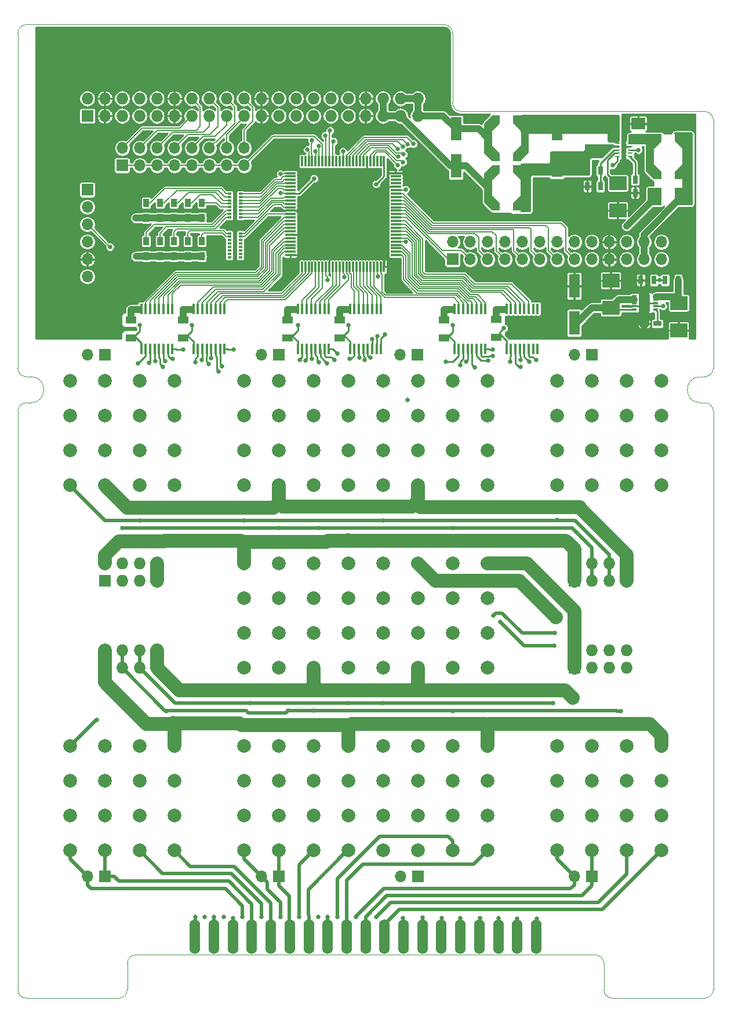
<source format=gtl>
G04 #@! TF.FileFunction,Copper,L1,Top,Signal*
%FSLAX46Y46*%
G04 Gerber Fmt 4.6, Leading zero omitted, Abs format (unit mm)*
G04 Created by KiCad (PCBNEW 4.0.7) date Monday, June 18, 2018 'PMt' 02:17:17 PM*
%MOMM*%
%LPD*%
G01*
G04 APERTURE LIST*
%ADD10C,0.020000*%
%ADD11C,0.100000*%
%ADD12C,0.660400*%
%ADD13C,2.000000*%
%ADD14R,1.727200X1.727200*%
%ADD15O,1.727200X1.727200*%
%ADD16R,2.500000X2.000000*%
%ADD17R,0.750000X1.200000*%
%ADD18R,2.000000X2.500000*%
%ADD19R,1.200000X0.750000*%
%ADD20R,0.900000X1.200000*%
%ADD21R,0.450000X1.500000*%
%ADD22R,1.500000X0.300000*%
%ADD23R,0.300000X1.500000*%
%ADD24R,0.650000X0.300000*%
%ADD25R,0.775000X1.240000*%
%ADD26R,1.700000X1.700000*%
%ADD27O,1.700000X1.700000*%
%ADD28R,0.600000X0.350000*%
%ADD29R,2.000000X1.700000*%
%ADD30R,0.700000X0.250000*%
%ADD31R,0.640000X1.200000*%
%ADD32R,0.700000X1.300000*%
%ADD33O,1.524000X5.080000*%
%ADD34R,1.600000X1.000000*%
%ADD35R,1.600000X3.500000*%
%ADD36C,2.032000*%
%ADD37C,0.254000*%
%ADD38C,1.016000*%
%ADD39C,0.152400*%
%ADD40C,1.524000*%
%ADD41C,0.250000*%
%ADD42C,2.032000*%
%ADD43C,0.508000*%
%ADD44C,0.228600*%
G04 APERTURE END LIST*
D10*
D11*
X36068000Y-88900000D02*
X49530000Y-88900000D01*
X34798000Y-83820000D02*
X34798000Y-87630000D01*
X-33528000Y-82550000D02*
X33528000Y-82550000D01*
X-34798000Y-83820000D02*
X-34798000Y-87630000D01*
X34798000Y-83820000D02*
G75*
G03X33528000Y-82550000I-1270000J0D01*
G01*
X34798000Y-87630000D02*
G75*
G03X36068000Y-88900000I1270000J0D01*
G01*
X-33530217Y-82550002D02*
G75*
G03X-34798000Y-83820000I2217J-1269998D01*
G01*
X-34798000Y-87630000D02*
G75*
G02X-36068000Y-88900000I-1270000J0D01*
G01*
X-50800000Y-3175000D02*
G75*
G02X-49530000Y-1905000I1270000J0D01*
G01*
X-49530000Y-1905000D02*
X-48895000Y-1905000D01*
X-48895000Y1905000D02*
G75*
G02X-48895000Y-1905000I0J-1905000D01*
G01*
X-48895000Y1905000D02*
X-49530000Y1905000D01*
X-49530000Y1905000D02*
G75*
G02X-50800000Y3175000I0J1270000D01*
G01*
X-50800000Y52070000D02*
X-50800000Y3175000D01*
X-50800000Y52070000D02*
G75*
G02X-49530000Y53340000I1270000J0D01*
G01*
X11430000Y53340000D02*
X-49530000Y53340000D01*
X11430000Y53340000D02*
G75*
G02X12700000Y52070000I0J-1270000D01*
G01*
X12700000Y52070000D02*
X12700000Y41910000D01*
X13970000Y40640000D02*
G75*
G02X12700000Y41910000I0J1270000D01*
G01*
X13970000Y40640000D02*
X49530000Y40640000D01*
X49530000Y40640000D02*
G75*
G02X50800000Y39370000I0J-1270000D01*
G01*
X50800000Y3175000D02*
X50800000Y39370000D01*
X50800000Y3175000D02*
G75*
G02X49530000Y1905000I-1270000J0D01*
G01*
X48895000Y1905000D02*
X49530000Y1905000D01*
X48895000Y-1905000D02*
G75*
G02X48895000Y1905000I0J1905000D01*
G01*
X49530000Y-1905000D02*
X48895000Y-1905000D01*
X49530000Y-1905000D02*
G75*
G02X50800000Y-3175000I0J-1270000D01*
G01*
X50800000Y-87630000D02*
X50800000Y-3175000D01*
X50800000Y-87630000D02*
G75*
G02X49530000Y-88900000I-1270000J0D01*
G01*
X-49530000Y-88900000D02*
X-36068000Y-88900000D01*
X-49530000Y-88900000D02*
G75*
G02X-50800000Y-87630000I0J1270000D01*
G01*
X-50800000Y-3175000D02*
X-50800000Y-87630000D01*
D12*
X38354000Y33020000D03*
X37846000Y38100000D03*
X37846000Y36830000D03*
X37338000Y32258000D03*
X36830000Y8890000D03*
X-12700000Y34290000D03*
X-43180000Y8890000D03*
X-39370000Y8890000D03*
X-39370000Y12700000D03*
X-43180000Y12700000D03*
X-39370000Y33020000D03*
X-43180000Y36830000D03*
X-39370000Y36830000D03*
X-43180000Y33020000D03*
X-5080000Y46990000D03*
X2540000Y46990000D03*
X6350000Y46990000D03*
X-8890000Y46990000D03*
X-1270000Y46990000D03*
X-35560000Y46990000D03*
X-31750000Y46990000D03*
X-39370000Y46990000D03*
X-27940000Y46990000D03*
X-20320000Y46990000D03*
X-43180000Y46990000D03*
X-24130000Y46990000D03*
X-12700000Y46990000D03*
X-16510000Y46990000D03*
X6350000Y50800000D03*
X2540000Y50800000D03*
X-5080000Y50800000D03*
X-8890000Y50800000D03*
X-12700000Y50800000D03*
X-16510000Y50800000D03*
X-1270000Y50800000D03*
X-20320000Y50800000D03*
X-24130000Y50800000D03*
X-27940000Y50800000D03*
X-31750000Y50800000D03*
X-35560000Y50800000D03*
X-39370000Y50800000D03*
X-43180000Y50800000D03*
X10668000Y27940000D03*
X25400000Y15240000D03*
X27940000Y15240000D03*
X46990000Y19050000D03*
X46990000Y21590000D03*
X46990000Y24130000D03*
X46990000Y39370000D03*
X43180000Y39370000D03*
X26670000Y27940000D03*
X33020000Y25400000D03*
X-7112000Y29210000D03*
X254000Y29210000D03*
X254000Y21844000D03*
X-7112000Y21844000D03*
D13*
X12700000Y-40640000D03*
X12700000Y-35560000D03*
X12700000Y-30480000D03*
X12700000Y-25400000D03*
X7620000Y-40640000D03*
X7620000Y-35560000D03*
X7620000Y-30480000D03*
X7620000Y-25400000D03*
X-2540000Y-25400000D03*
X-2540000Y-30480000D03*
X-2540000Y-35560000D03*
X-2540000Y-40640000D03*
X2540000Y-40640000D03*
X2540000Y-35560000D03*
X2540000Y-30480000D03*
X2540000Y-25400000D03*
D14*
X30480000Y-27940000D03*
D15*
X30480000Y-25400000D03*
X33020000Y-27940000D03*
X33020000Y-25400000D03*
X35560000Y-27940000D03*
X35560000Y-25400000D03*
X38100000Y-27940000D03*
X38100000Y-25400000D03*
D14*
X-38100000Y-27940000D03*
D15*
X-38100000Y-25400000D03*
X-35560000Y-27940000D03*
X-35560000Y-25400000D03*
X-33020000Y-27940000D03*
X-33020000Y-25400000D03*
X-30480000Y-27940000D03*
X-30480000Y-25400000D03*
D10*
G36*
X42083500Y30736000D02*
X40908500Y31911000D01*
X40908500Y36161000D01*
X42083500Y37336000D01*
X42083500Y30736000D01*
X42083500Y30736000D01*
G37*
G36*
X43208500Y30723500D02*
X42083500Y30723500D01*
X42083500Y31848500D01*
X43208500Y31848500D01*
X43208500Y30723500D01*
X43208500Y30723500D01*
G37*
G36*
X43208500Y36223500D02*
X42083500Y36223500D01*
X42083500Y37348500D01*
X43208500Y37348500D01*
X43208500Y36223500D01*
X43208500Y36223500D01*
G37*
G36*
X42083500Y32960500D02*
X43208500Y31836500D01*
X43208500Y31835500D01*
X42083500Y30711500D01*
X42083500Y32960500D01*
X42083500Y32960500D01*
G37*
G36*
X42083500Y37360500D02*
X43208500Y36236500D01*
X43208500Y36235500D01*
X42083500Y35111500D01*
X42083500Y37360500D01*
X42083500Y37360500D01*
G37*
G36*
X46309101Y37352373D02*
X47484101Y36177373D01*
X47484101Y31927373D01*
X46309101Y30752373D01*
X46309101Y37352373D01*
X46309101Y37352373D01*
G37*
G36*
X45184101Y37364873D02*
X46309101Y37364873D01*
X46309101Y36239873D01*
X45184101Y36239873D01*
X45184101Y37364873D01*
X45184101Y37364873D01*
G37*
G36*
X46309101Y35127873D02*
X45184101Y36251873D01*
X45184101Y36252873D01*
X46309101Y37376873D01*
X46309101Y35127873D01*
X46309101Y35127873D01*
G37*
G36*
X45184101Y31864873D02*
X46309101Y31864873D01*
X46309101Y30739873D01*
X45184101Y30739873D01*
X45184101Y31864873D01*
X45184101Y31864873D01*
G37*
G36*
X46309101Y30727873D02*
X45184101Y31851873D01*
X45184101Y31852873D01*
X46309101Y32976873D01*
X46309101Y30727873D01*
X46309101Y30727873D01*
G37*
D13*
X-43180000Y-13970000D03*
X-43180000Y-8890000D03*
X-43180000Y-3810000D03*
X-43180000Y1270000D03*
X-7620000Y-13970000D03*
X-7620000Y-8890000D03*
X-7620000Y-3810000D03*
X-7620000Y1270000D03*
X7620000Y-13970000D03*
X7620000Y-8890000D03*
X7620000Y-3810000D03*
X7620000Y1270000D03*
X2540000Y-13970000D03*
X2540000Y-8890000D03*
X2540000Y-3810000D03*
X2540000Y1270000D03*
X33020000Y-13970000D03*
X33020000Y-8890000D03*
X33020000Y-3810000D03*
X33020000Y1270000D03*
X27940000Y-13970000D03*
X27940000Y-8890000D03*
X27940000Y-3810000D03*
X27940000Y1270000D03*
X43180000Y-13970000D03*
X43180000Y-8890000D03*
X43180000Y-3810000D03*
X43180000Y1270000D03*
X38100000Y-13970000D03*
X38100000Y-8890000D03*
X38100000Y-3810000D03*
X38100000Y1270000D03*
X17780000Y-13970000D03*
X17780000Y-8890000D03*
X17780000Y-3810000D03*
X17780000Y1270000D03*
D16*
X33274000Y34830000D03*
X33274000Y38830000D03*
X36830000Y30194000D03*
X36830000Y26194000D03*
D17*
X39370000Y30668000D03*
X39370000Y28768000D03*
D18*
X46196000Y28194000D03*
X42196000Y28194000D03*
D16*
X35814000Y11970000D03*
X35814000Y15970000D03*
D19*
X42606000Y9652000D03*
X40706000Y9652000D03*
D16*
X45720000Y12668000D03*
X45720000Y8668000D03*
D20*
X-32058926Y27272670D03*
X-32058926Y25072670D03*
X-30020164Y27272670D03*
X-30020164Y25072670D03*
X-27994926Y27272670D03*
X-27994926Y25072670D03*
X-25962926Y27272670D03*
X-25962926Y25072670D03*
X-23930926Y27272670D03*
X-23930926Y25072670D03*
X-32058926Y21684670D03*
X-32058926Y19484670D03*
X-30026926Y21684670D03*
X-30026926Y19484670D03*
X-27988164Y21684670D03*
X-27988164Y19484670D03*
X-25962926Y21684670D03*
X-25962926Y19484670D03*
X-23930926Y21684670D03*
X-23930926Y19484670D03*
D13*
X12700000Y-13970000D03*
X12700000Y-8890000D03*
X12700000Y-3810000D03*
X12700000Y1270000D03*
X-2540000Y-13970000D03*
X-2540000Y-8890000D03*
X-2540000Y-3810000D03*
X-2540000Y1270000D03*
X-12700000Y-13970000D03*
X-12700000Y-8890000D03*
X-12700000Y-3810000D03*
X-12700000Y1270000D03*
X-17780000Y-13970000D03*
X-17780000Y-8890000D03*
X-17780000Y-3810000D03*
X-17780000Y1270000D03*
X-27940000Y-13970000D03*
X-27940000Y-8890000D03*
X-27940000Y-3810000D03*
X-27940000Y1270000D03*
X-33020000Y-13970000D03*
X-33020000Y-8890000D03*
X-33020000Y-3810000D03*
X-33020000Y1270000D03*
X-38100000Y-13970000D03*
X-38100000Y-8890000D03*
X-38100000Y-3810000D03*
X-38100000Y1270000D03*
X-17780000Y-25400000D03*
X-17780000Y-30480000D03*
X-17780000Y-35560000D03*
X-17780000Y-40640000D03*
X-12700000Y-25400000D03*
X-12700000Y-30480000D03*
X-12700000Y-35560000D03*
X-12700000Y-40640000D03*
X-7620000Y-25400000D03*
X-7620000Y-30480000D03*
X-7620000Y-35560000D03*
X-7620000Y-40640000D03*
D21*
X-28205000Y11840000D03*
X-28855000Y11840000D03*
X-29505000Y11840000D03*
X-30155000Y11840000D03*
X-30805000Y11840000D03*
X-31455000Y11840000D03*
X-32105000Y11840000D03*
X-32755000Y11840000D03*
X-32755000Y5940000D03*
X-32105000Y5940000D03*
X-31455000Y5940000D03*
X-30805000Y5940000D03*
X-30155000Y5940000D03*
X-29505000Y5940000D03*
X-28855000Y5940000D03*
X-28205000Y5940000D03*
D22*
X4398000Y19654000D03*
X4398000Y20154000D03*
X4398000Y20654000D03*
X4398000Y21154000D03*
X4398000Y21654000D03*
X4398000Y22154000D03*
X4398000Y22654000D03*
X4398000Y23154000D03*
X4398000Y23654000D03*
X4398000Y24154000D03*
X4398000Y24654000D03*
X4398000Y25154000D03*
X4398000Y25654000D03*
X4398000Y26154000D03*
X4398000Y26654000D03*
X4398000Y27154000D03*
X4398000Y27654000D03*
X4398000Y28154000D03*
X4398000Y28654000D03*
X4398000Y29154000D03*
X4398000Y29654000D03*
X4398000Y30154000D03*
X4398000Y30654000D03*
X4398000Y31154000D03*
X4398000Y31654000D03*
D23*
X2698000Y33354000D03*
X2198000Y33354000D03*
X1698000Y33354000D03*
X1198000Y33354000D03*
X698000Y33354000D03*
X198000Y33354000D03*
X-302000Y33354000D03*
X-802000Y33354000D03*
X-1302000Y33354000D03*
X-1802000Y33354000D03*
X-2302000Y33354000D03*
X-2802000Y33354000D03*
X-3302000Y33354000D03*
X-3802000Y33354000D03*
X-4302000Y33354000D03*
X-4802000Y33354000D03*
X-5302000Y33354000D03*
X-5802000Y33354000D03*
X-6302000Y33354000D03*
X-6802000Y33354000D03*
X-7302000Y33354000D03*
X-7802000Y33354000D03*
X-8302000Y33354000D03*
X-8802000Y33354000D03*
X-9302000Y33354000D03*
D22*
X-11002000Y31654000D03*
X-11002000Y31154000D03*
X-11002000Y30654000D03*
X-11002000Y30154000D03*
X-11002000Y29654000D03*
X-11002000Y29154000D03*
X-11002000Y28654000D03*
X-11002000Y28154000D03*
X-11002000Y27654000D03*
X-11002000Y27154000D03*
X-11002000Y26654000D03*
X-11002000Y26154000D03*
X-11002000Y25654000D03*
X-11002000Y25154000D03*
X-11002000Y24654000D03*
X-11002000Y24154000D03*
X-11002000Y23654000D03*
X-11002000Y23154000D03*
X-11002000Y22654000D03*
X-11002000Y22154000D03*
X-11002000Y21654000D03*
X-11002000Y21154000D03*
X-11002000Y20654000D03*
X-11002000Y20154000D03*
X-11002000Y19654000D03*
D23*
X-9302000Y17954000D03*
X-8802000Y17954000D03*
X-8302000Y17954000D03*
X-7802000Y17954000D03*
X-7302000Y17954000D03*
X-6802000Y17954000D03*
X-6302000Y17954000D03*
X-5802000Y17954000D03*
X-5302000Y17954000D03*
X-4802000Y17954000D03*
X-4302000Y17954000D03*
X-3802000Y17954000D03*
X-3302000Y17954000D03*
X-2802000Y17954000D03*
X-2302000Y17954000D03*
X-1802000Y17954000D03*
X-1302000Y17954000D03*
X-802000Y17954000D03*
X-302000Y17954000D03*
X198000Y17954000D03*
X698000Y17954000D03*
X1198000Y17954000D03*
X1698000Y17954000D03*
X2198000Y17954000D03*
X2698000Y17954000D03*
D21*
X-20585000Y11840000D03*
X-21235000Y11840000D03*
X-21885000Y11840000D03*
X-22535000Y11840000D03*
X-23185000Y11840000D03*
X-23835000Y11840000D03*
X-24485000Y11840000D03*
X-25135000Y11840000D03*
X-25135000Y5940000D03*
X-24485000Y5940000D03*
X-23835000Y5940000D03*
X-23185000Y5940000D03*
X-22535000Y5940000D03*
X-21885000Y5940000D03*
X-21235000Y5940000D03*
X-20585000Y5940000D03*
X-5345000Y11840000D03*
X-5995000Y11840000D03*
X-6645000Y11840000D03*
X-7295000Y11840000D03*
X-7945000Y11840000D03*
X-8595000Y11840000D03*
X-9245000Y11840000D03*
X-9895000Y11840000D03*
X-9895000Y5940000D03*
X-9245000Y5940000D03*
X-8595000Y5940000D03*
X-7945000Y5940000D03*
X-7295000Y5940000D03*
X-6645000Y5940000D03*
X-5995000Y5940000D03*
X-5345000Y5940000D03*
D24*
X39223500Y13684000D03*
X39223500Y13184000D03*
X39223500Y12684000D03*
X39223500Y12184000D03*
X39223500Y11684000D03*
X42323500Y11684000D03*
X42323500Y12184000D03*
X42323500Y12684000D03*
X42323500Y13184000D03*
X42323500Y13684000D03*
D25*
X41161000Y12064000D03*
X41161000Y13304000D03*
X40386000Y12064000D03*
X40386000Y13304000D03*
D26*
X-40640000Y29210000D03*
D27*
X-40640000Y26670000D03*
X-40640000Y24130000D03*
X-40640000Y21590000D03*
X-40640000Y19050000D03*
X-40640000Y16510000D03*
D28*
X-19888079Y25174000D03*
X-18288079Y25174000D03*
X-19888079Y25674000D03*
X-18288079Y25674000D03*
X-19888079Y26174000D03*
X-18288079Y26174000D03*
X-19888079Y26674000D03*
X-18288079Y26674000D03*
X-19888079Y27174000D03*
X-18288079Y27174000D03*
X-19888079Y27674000D03*
X-18288079Y27674000D03*
X-19888079Y28174000D03*
X-18288079Y28174000D03*
X-19888079Y28674000D03*
X-18288079Y28674000D03*
X-19888000Y19344000D03*
X-18288000Y19344000D03*
X-19888000Y19844000D03*
X-18288000Y19844000D03*
X-19888000Y20344000D03*
X-18288000Y20344000D03*
X-19888000Y20844000D03*
X-18288000Y20844000D03*
X-19888000Y21344000D03*
X-18288000Y21344000D03*
X-19888000Y21844000D03*
X-18288000Y21844000D03*
X-19888000Y22344000D03*
X-18288000Y22344000D03*
X-19888000Y22844000D03*
X-18288000Y22844000D03*
D29*
X39846000Y38862000D03*
X35846000Y38862000D03*
D30*
X36758000Y36036000D03*
X36758000Y35536000D03*
X36758000Y35036000D03*
X36758000Y34536000D03*
X36758000Y34036000D03*
X38608000Y34036000D03*
X38608000Y34536000D03*
X38608000Y35036000D03*
X38608000Y35536000D03*
X38608000Y36036000D03*
D31*
X37683000Y34436000D03*
X37683000Y35636000D03*
D32*
X34290000Y32004000D03*
X32390000Y32004000D03*
X32390000Y29718000D03*
X34290000Y29718000D03*
X43754000Y16002000D03*
X45654000Y16002000D03*
X40198000Y16002000D03*
X42098000Y16002000D03*
D33*
X24917400Y-79865198D03*
X22148800Y-79865198D03*
X19380200Y-79865198D03*
X16611600Y-79865198D03*
X13843000Y-79865198D03*
X11074400Y-79865198D03*
X8305800Y-79865198D03*
X5537200Y-79865198D03*
X2768600Y-79865198D03*
X0Y-79865198D03*
X-2768600Y-79865198D03*
X-5537200Y-79865198D03*
X-8305800Y-79865198D03*
X-11074400Y-79865198D03*
X-13843000Y-79865198D03*
X-16611600Y-79865198D03*
X-19380200Y-79865198D03*
X-22148800Y-79865198D03*
X-24917400Y-79865198D03*
D13*
X17780000Y-40640000D03*
X17780000Y-35560000D03*
X17780000Y-30480000D03*
X17780000Y-25400000D03*
X43180000Y-52070000D03*
X43180000Y-57150000D03*
X43180000Y-62230000D03*
X43180000Y-67310000D03*
X38100000Y-52070000D03*
X38100000Y-57150000D03*
X38100000Y-62230000D03*
X38100000Y-67310000D03*
X33020000Y-52070000D03*
X33020000Y-57150000D03*
X33020000Y-62230000D03*
X33020000Y-67310000D03*
X27940000Y-52070000D03*
X27940000Y-57150000D03*
X27940000Y-62230000D03*
X27940000Y-67310000D03*
X17780000Y-52070000D03*
X17780000Y-57150000D03*
X17780000Y-62230000D03*
X17780000Y-67310000D03*
X12700000Y-52070000D03*
X12700000Y-57150000D03*
X12700000Y-62230000D03*
X12700000Y-67310000D03*
X7620000Y-52070000D03*
X7620000Y-57150000D03*
X7620000Y-62230000D03*
X7620000Y-67310000D03*
X2540000Y-52070000D03*
X2540000Y-57150000D03*
X2540000Y-62230000D03*
X2540000Y-67310000D03*
X-2540000Y-52070000D03*
X-2540000Y-57150000D03*
X-2540000Y-62230000D03*
X-2540000Y-67310000D03*
X-7620000Y-52070000D03*
X-7620000Y-57150000D03*
X-7620000Y-62230000D03*
X-7620000Y-67310000D03*
X-12700000Y-52070000D03*
X-12700000Y-57150000D03*
X-12700000Y-62230000D03*
X-12700000Y-67310000D03*
X-17780000Y-52070000D03*
X-17780000Y-57150000D03*
X-17780000Y-62230000D03*
X-17780000Y-67310000D03*
X-27940000Y-52070000D03*
X-27940000Y-57150000D03*
X-27940000Y-62230000D03*
X-27940000Y-67310000D03*
X-33020000Y-52070000D03*
X-33020000Y-57150000D03*
X-33020000Y-62230000D03*
X-33020000Y-67310000D03*
X-38100000Y-52070000D03*
X-38100000Y-57150000D03*
X-38100000Y-62230000D03*
X-38100000Y-67310000D03*
X-43180000Y-52070000D03*
X-43180000Y-57150000D03*
X-43180000Y-62230000D03*
X-43180000Y-67310000D03*
D21*
X2275000Y11840000D03*
X1625000Y11840000D03*
X975000Y11840000D03*
X325000Y11840000D03*
X-325000Y11840000D03*
X-975000Y11840000D03*
X-1625000Y11840000D03*
X-2275000Y11840000D03*
X-2275000Y5940000D03*
X-1625000Y5940000D03*
X-975000Y5940000D03*
X-325000Y5940000D03*
X325000Y5940000D03*
X975000Y5940000D03*
X1625000Y5940000D03*
X2275000Y5940000D03*
X17515000Y11840000D03*
X16865000Y11840000D03*
X16215000Y11840000D03*
X15565000Y11840000D03*
X14915000Y11840000D03*
X14265000Y11840000D03*
X13615000Y11840000D03*
X12965000Y11840000D03*
X12965000Y5940000D03*
X13615000Y5940000D03*
X14265000Y5940000D03*
X14915000Y5940000D03*
X15565000Y5940000D03*
X16215000Y5940000D03*
X16865000Y5940000D03*
X17515000Y5940000D03*
X25135000Y11840000D03*
X24485000Y11840000D03*
X23835000Y11840000D03*
X23185000Y11840000D03*
X22535000Y11840000D03*
X21885000Y11840000D03*
X21235000Y11840000D03*
X20585000Y11840000D03*
X20585000Y5940000D03*
X21235000Y5940000D03*
X21885000Y5940000D03*
X22535000Y5940000D03*
X23185000Y5940000D03*
X23835000Y5940000D03*
X24485000Y5940000D03*
X25135000Y5940000D03*
D14*
X-40640000Y39992300D03*
D15*
X-40640000Y42532300D03*
X-38100000Y39992300D03*
X-38100000Y42532300D03*
X-35560000Y39992300D03*
X-35560000Y42532300D03*
X-33020000Y39992300D03*
X-33020000Y42532300D03*
X-30480000Y39992300D03*
X-30480000Y42532300D03*
X-27940000Y39992300D03*
X-27940000Y42532300D03*
X-25400000Y39992300D03*
X-25400000Y42532300D03*
X-22860000Y39992300D03*
X-22860000Y42532300D03*
X-20320000Y39992300D03*
X-20320000Y42532300D03*
X-17780000Y39992300D03*
X-17780000Y42532300D03*
X-15240000Y39992300D03*
X-15240000Y42532300D03*
X-12700000Y39992300D03*
X-12700000Y42532300D03*
X-10160000Y39992300D03*
X-10160000Y42532300D03*
X-7620000Y39992300D03*
X-7620000Y42532300D03*
X-5080000Y39992300D03*
X-5080000Y42532300D03*
X-2540000Y39992300D03*
X-2540000Y42532300D03*
X0Y39992300D03*
X0Y42532300D03*
X2540000Y39992300D03*
X2540000Y42532300D03*
X5080000Y39992300D03*
X5080000Y42532300D03*
X7620000Y39992300D03*
X7620000Y42532300D03*
D26*
X-35560000Y32766000D03*
D27*
X-35560000Y35306000D03*
X-33020000Y32766000D03*
X-33020000Y35306000D03*
X-30480000Y32766000D03*
X-30480000Y35306000D03*
X-27940000Y32766000D03*
X-27940000Y35306000D03*
X-25400000Y32766000D03*
X-25400000Y35306000D03*
X-22860000Y32766000D03*
X-22860000Y35306000D03*
X-20320000Y32766000D03*
X-20320000Y35306000D03*
X-17780000Y32766000D03*
X-17780000Y35306000D03*
D14*
X-38100000Y-40640000D03*
D15*
X-38100000Y-38100000D03*
X-35560000Y-40640000D03*
X-35560000Y-38100000D03*
X-33020000Y-40640000D03*
X-33020000Y-38100000D03*
X-30480000Y-40640000D03*
X-30480000Y-38100000D03*
D14*
X30480000Y-40640000D03*
D15*
X30480000Y-38100000D03*
X33020000Y-40640000D03*
X33020000Y-38100000D03*
X35560000Y-40640000D03*
X35560000Y-38100000D03*
X38100000Y-40640000D03*
X38100000Y-38100000D03*
D26*
X33020000Y5080000D03*
D27*
X30480000Y5080000D03*
D26*
X7605000Y5080000D03*
D27*
X5065000Y5080000D03*
D26*
X-12700000Y5080000D03*
D27*
X-15240000Y5080000D03*
D26*
X-38100000Y5080000D03*
D27*
X-40640000Y5080000D03*
D26*
X33020000Y-71120000D03*
D27*
X30480000Y-71120000D03*
D26*
X7620000Y-71120000D03*
D27*
X5080000Y-71120000D03*
D26*
X-12700000Y-71120000D03*
D27*
X-15240000Y-71120000D03*
D26*
X-38100000Y-71120000D03*
D27*
X-40640000Y-71120000D03*
D10*
G36*
X18461500Y26164000D02*
X17286500Y27339000D01*
X17286500Y31589000D01*
X18461500Y32764000D01*
X18461500Y26164000D01*
X18461500Y26164000D01*
G37*
G36*
X19586500Y26151500D02*
X18461500Y26151500D01*
X18461500Y27276500D01*
X19586500Y27276500D01*
X19586500Y26151500D01*
X19586500Y26151500D01*
G37*
G36*
X19586500Y31651500D02*
X18461500Y31651500D01*
X18461500Y32776500D01*
X19586500Y32776500D01*
X19586500Y31651500D01*
X19586500Y31651500D01*
G37*
G36*
X18461500Y28388500D02*
X19586500Y27264500D01*
X19586500Y27263500D01*
X18461500Y26139500D01*
X18461500Y28388500D01*
X18461500Y28388500D01*
G37*
G36*
X18461500Y32788500D02*
X19586500Y31664500D01*
X19586500Y31663500D01*
X18461500Y30539500D01*
X18461500Y32788500D01*
X18461500Y32788500D01*
G37*
G36*
X22687101Y32780373D02*
X23862101Y31605373D01*
X23862101Y27355373D01*
X22687101Y26180373D01*
X22687101Y32780373D01*
X22687101Y32780373D01*
G37*
G36*
X21562101Y32792873D02*
X22687101Y32792873D01*
X22687101Y31667873D01*
X21562101Y31667873D01*
X21562101Y32792873D01*
X21562101Y32792873D01*
G37*
G36*
X22687101Y30555873D02*
X21562101Y31679873D01*
X21562101Y31680873D01*
X22687101Y32804873D01*
X22687101Y30555873D01*
X22687101Y30555873D01*
G37*
G36*
X21562101Y27292873D02*
X22687101Y27292873D01*
X22687101Y26167873D01*
X21562101Y26167873D01*
X21562101Y27292873D01*
X21562101Y27292873D01*
G37*
G36*
X22687101Y26155873D02*
X21562101Y27279873D01*
X21562101Y27280873D01*
X22687101Y28404873D01*
X22687101Y26155873D01*
X22687101Y26155873D01*
G37*
G36*
X18461500Y33427627D02*
X17286500Y34602627D01*
X17286500Y38852627D01*
X18461500Y40027627D01*
X18461500Y33427627D01*
X18461500Y33427627D01*
G37*
G36*
X19586500Y33415127D02*
X18461500Y33415127D01*
X18461500Y34540127D01*
X19586500Y34540127D01*
X19586500Y33415127D01*
X19586500Y33415127D01*
G37*
G36*
X19586500Y38915127D02*
X18461500Y38915127D01*
X18461500Y40040127D01*
X19586500Y40040127D01*
X19586500Y38915127D01*
X19586500Y38915127D01*
G37*
G36*
X18461500Y35652127D02*
X19586500Y34528127D01*
X19586500Y34527127D01*
X18461500Y33403127D01*
X18461500Y35652127D01*
X18461500Y35652127D01*
G37*
G36*
X18461500Y40052127D02*
X19586500Y38928127D01*
X19586500Y38927127D01*
X18461500Y37803127D01*
X18461500Y40052127D01*
X18461500Y40052127D01*
G37*
G36*
X22687101Y40044000D02*
X23862101Y38869000D01*
X23862101Y34619000D01*
X22687101Y33444000D01*
X22687101Y40044000D01*
X22687101Y40044000D01*
G37*
G36*
X21562101Y40056500D02*
X22687101Y40056500D01*
X22687101Y38931500D01*
X21562101Y38931500D01*
X21562101Y40056500D01*
X21562101Y40056500D01*
G37*
G36*
X22687101Y37819500D02*
X21562101Y38943500D01*
X21562101Y38944500D01*
X22687101Y40068500D01*
X22687101Y37819500D01*
X22687101Y37819500D01*
G37*
G36*
X21562101Y34556500D02*
X22687101Y34556500D01*
X22687101Y33431500D01*
X21562101Y33431500D01*
X21562101Y34556500D01*
X21562101Y34556500D01*
G37*
G36*
X22687101Y33419500D02*
X21562101Y34543500D01*
X21562101Y34544500D01*
X22687101Y35668500D01*
X22687101Y33419500D01*
X22687101Y33419500D01*
G37*
D34*
X-34290000Y7590000D03*
X-34290000Y10190000D03*
X-26670000Y7590000D03*
X-26670000Y10190000D03*
X-11430000Y7590000D03*
X-11430000Y10190000D03*
D35*
X13208000Y32700000D03*
X13208000Y38100000D03*
D34*
X-3810000Y7590000D03*
X-3810000Y10190000D03*
X11430000Y7590000D03*
X11430000Y10190000D03*
X19050000Y7656000D03*
X19050000Y10256000D03*
D35*
X30480000Y9746000D03*
X30480000Y15146000D03*
X27940000Y32766000D03*
X27940000Y38166000D03*
D26*
X12700000Y19050000D03*
D27*
X12700000Y21590000D03*
X15240000Y19050000D03*
X15240000Y21590000D03*
X17780000Y19050000D03*
X17780000Y21590000D03*
X20320000Y19050000D03*
X20320000Y21590000D03*
X22860000Y19050000D03*
X22860000Y21590000D03*
X25400000Y19050000D03*
X25400000Y21590000D03*
X27940000Y19050000D03*
X27940000Y21590000D03*
X30480000Y19050000D03*
X30480000Y21590000D03*
X33020000Y19050000D03*
X33020000Y21590000D03*
X35560000Y19050000D03*
X35560000Y21590000D03*
X38100000Y19050000D03*
X38100000Y21590000D03*
X40640000Y19050000D03*
X40640000Y21590000D03*
X43180000Y19050000D03*
X43180000Y21590000D03*
D12*
X-3302000Y25654000D03*
X-7517418Y30850292D03*
X43382177Y13543089D03*
X1550146Y30043043D03*
X-12446000Y28702000D03*
X33018855Y11935711D03*
X-33546575Y25067983D03*
X-33534143Y19473689D03*
X1807610Y16510000D03*
X5842000Y29260808D03*
X-3302000Y34798000D03*
X-12446000Y31496000D03*
X-3141590Y16442071D03*
X5842000Y21590000D03*
X20184560Y8996182D03*
X36066854Y32761384D03*
X43814702Y25759836D03*
X12700000Y9398000D03*
X-2540000Y9398000D03*
X-9906000Y9398000D03*
X-25400000Y9398000D03*
X-33020000Y9398000D03*
X42926000Y16002000D03*
X43434000Y12192000D03*
X-6858000Y35560000D03*
X-7874000Y36449009D03*
X-8483611Y35052000D03*
X-37343493Y20871879D03*
X-5588000Y16002000D03*
X38104019Y23894573D03*
X30502058Y37729598D03*
X19050000Y11684000D03*
X11430000Y11684000D03*
X-3810000Y11684000D03*
X-11430000Y11684000D03*
X-26670000Y11684000D03*
X-34290000Y11684000D03*
D36*
X-27956009Y-22075879D03*
X-2562400Y-22020387D03*
X17785987Y-22054438D03*
D12*
X-6789956Y-20164199D03*
X-12673499Y-20194027D03*
X-35491817Y-20224420D03*
X30754642Y-20801159D03*
X12700000Y-20194520D03*
D36*
X-8000990Y-17073960D03*
X-30562397Y-17242228D03*
X31242000Y-17162213D03*
D12*
X-33020000Y-19126200D03*
X-17780000Y-19126200D03*
X27940000Y-19050000D03*
X2532649Y-19065013D03*
D36*
X-18434072Y-48733211D03*
D12*
X-11329200Y-46879001D03*
X-29134960Y-46938133D03*
X37243894Y-46977481D03*
X-7624964Y-46848479D03*
X12700000Y-46931243D03*
X-16880838Y-45799354D03*
X-39261443Y-48207584D03*
X-2561586Y-45745332D03*
X2518414Y-45745332D03*
X27404424Y-45745332D03*
D36*
X-13506442Y-43922525D03*
X30284368Y-44985291D03*
D12*
X24974165Y-77235053D03*
X22156657Y-77268629D03*
X19414177Y-77226102D03*
X16671437Y-77186729D03*
X13848067Y-77162226D03*
X11143056Y-77173857D03*
X8354234Y-77138443D03*
X5474618Y-77149409D03*
X-5563623Y-77042551D03*
X19651431Y-33904800D03*
X-22127566Y-77013996D03*
X27572281Y-37411073D03*
X18673280Y-32954553D03*
X-24895274Y-77013996D03*
X27631222Y-35558450D03*
X1535005Y-77025001D03*
X-1392196Y-77013996D03*
X-12443333Y-77013996D03*
X-4151094Y-77013996D03*
X-6898748Y-77013996D03*
X-9689714Y-77013996D03*
X-15196953Y-77013996D03*
X-23520235Y-77013996D03*
D36*
X27835177Y-33281752D03*
D12*
X-17980181Y-77038241D03*
X-20749833Y-77013996D03*
X30480000Y32766000D03*
X-4706696Y36264108D03*
X-5920812Y37104407D03*
X-5187242Y37840639D03*
X4696448Y32815249D03*
X5434422Y33257117D03*
X4739347Y34036001D03*
X5516468Y34374728D03*
X4669242Y35166593D03*
X5448869Y35492339D03*
X6159689Y35886546D03*
X6972010Y35914793D03*
X24892000Y4318000D03*
X23868258Y4103123D03*
X22606000Y4318000D03*
X22606000Y3302000D03*
X15915129Y3263295D03*
X11684000Y4064000D03*
X925961Y7434757D03*
X-927274Y4650128D03*
X-4553841Y4323498D03*
X-7841823Y4535545D03*
X-19304000Y5842000D03*
X-22535000Y4643000D03*
X-28194000Y4507777D03*
X-29238510Y4186569D03*
X-30726440Y4194387D03*
X-33231000Y3810000D03*
X21082000Y4064000D03*
X18542000Y5842000D03*
X18532587Y4951731D03*
X17902443Y4255256D03*
X13810166Y3577626D03*
X1718315Y7785907D03*
X-167632Y4360979D03*
X-4117011Y5293719D03*
X-6856009Y4032062D03*
X-9636065Y4330240D03*
X-21484090Y2614464D03*
X-23957411Y4322228D03*
X-24865331Y4041872D03*
X-26670000Y5842000D03*
X-29598500Y3346000D03*
X-31628913Y3959327D03*
X-7366000Y34798000D03*
X39862000Y35036000D03*
X-22872711Y3773492D03*
X-20976079Y3430796D03*
X-8743925Y4295673D03*
X-5630757Y3860372D03*
X14684587Y4097522D03*
X2835908Y8065318D03*
X6096000Y-1524000D03*
X698611Y4710132D03*
X-2361917Y4545384D03*
X-19380200Y-77216000D03*
D37*
X-7847617Y30520093D02*
X-7517418Y30850292D01*
X-9713710Y28654000D02*
X-7847617Y30520093D01*
X-11002000Y28654000D02*
X-9713710Y28654000D01*
X43241266Y13684000D02*
X43382177Y13543089D01*
X42323500Y13684000D02*
X43241266Y13684000D01*
X1880345Y30373242D02*
X1550146Y30043043D01*
X2698000Y31190897D02*
X1880345Y30373242D01*
X2698000Y33354000D02*
X2698000Y31190897D01*
D38*
X42459038Y13548462D02*
X45705865Y13548462D01*
X45705865Y13548462D02*
X45720000Y13534327D01*
X45720000Y13534327D02*
X45720000Y12668000D01*
X45654000Y16002000D02*
X45654000Y12734000D01*
X45654000Y12734000D02*
X45720000Y12668000D01*
D39*
X-11952400Y28702000D02*
X-12446000Y28702000D01*
X-11002000Y28654000D02*
X-11904400Y28654000D01*
X-11904400Y28654000D02*
X-11952400Y28702000D01*
D40*
X40706000Y9652000D02*
X40706000Y14374497D01*
D38*
X40706000Y14374497D02*
X40697765Y14382732D01*
D41*
X38608000Y35536000D02*
X37783000Y35536000D01*
X37783000Y35536000D02*
X37683000Y35636000D01*
X42323500Y12684000D02*
X41006000Y12684000D01*
X41006000Y12684000D02*
X40386000Y13304000D01*
X39223500Y12184000D02*
X40266000Y12184000D01*
X40266000Y12184000D02*
X40386000Y12064000D01*
D39*
X-15184505Y40416095D02*
X-15176500Y40424100D01*
D41*
X39223500Y11684000D02*
X36100000Y11684000D01*
X36100000Y11684000D02*
X35814000Y11970000D01*
D38*
X33018855Y11935711D02*
X30842673Y9759529D01*
X30842673Y9759529D02*
X30480000Y10122202D01*
X30480000Y10122202D02*
X30480000Y9746000D01*
X35814000Y11970000D02*
X33053144Y11970000D01*
X33053144Y11970000D02*
X33018855Y11935711D01*
X39223500Y13184000D02*
X37028000Y13184000D01*
X37028000Y13184000D02*
X35814000Y11970000D01*
X39166438Y13184000D02*
X39171970Y13178468D01*
X-33541888Y25072670D02*
X-33546575Y25067983D01*
X-23930926Y25072670D02*
X-33541888Y25072670D01*
X-33523162Y19484670D02*
X-33534143Y19473689D01*
X-23930926Y19484670D02*
X-33523162Y19484670D01*
D39*
X1698000Y16619610D02*
X1807610Y16510000D01*
X1698000Y17954000D02*
X1698000Y16619610D01*
X5735192Y29154000D02*
X5842000Y29260808D01*
X4398000Y29154000D02*
X5735192Y29154000D01*
X-3302000Y33354000D02*
X-3302000Y34798000D01*
X-12062400Y31496000D02*
X-12446000Y31496000D01*
X-11002000Y31654000D02*
X-11904400Y31654000D01*
X-11904400Y31654000D02*
X-12062400Y31496000D01*
X-3302000Y17954000D02*
X-3302000Y17069454D01*
X-3302000Y17069454D02*
X-3141590Y16909044D01*
X-3141590Y16909044D02*
X-3141590Y16442071D01*
X4398000Y21654000D02*
X5778000Y21654000D01*
X5778000Y21654000D02*
X5842000Y21590000D01*
D37*
X19558000Y8369622D02*
X19854361Y8665983D01*
X19558000Y8006000D02*
X19558000Y8369622D01*
X19854361Y8665983D02*
X20184560Y8996182D01*
D41*
X36397053Y33091583D02*
X36066854Y32761384D01*
X36758000Y33452530D02*
X36397053Y33091583D01*
X36758000Y34036000D02*
X36758000Y33452530D01*
D38*
X40640000Y21590000D02*
X40640000Y22638000D01*
X40640000Y22638000D02*
X46196000Y28194000D01*
X40640000Y21590000D02*
X40640000Y21622000D01*
X40640000Y21590000D02*
X40640000Y19050000D01*
D37*
X-10602000Y7940000D02*
X-9906000Y8636000D01*
X-10801000Y7940000D02*
X-9895000Y7034000D01*
X-11430000Y7940000D02*
X-10801000Y7940000D01*
X19558000Y8006000D02*
X19744641Y8006000D01*
X19050000Y8006000D02*
X19558000Y8006000D01*
X12700000Y8382000D02*
X12700000Y9398000D01*
X12258000Y7940000D02*
X12700000Y8382000D01*
X11430000Y7940000D02*
X12258000Y7940000D01*
X-2275000Y6944000D02*
X-2275000Y5940000D01*
X-2275000Y7034000D02*
X-2275000Y6944000D01*
X-3181000Y7940000D02*
X-2275000Y7034000D01*
X-2540000Y8581000D02*
X-2540000Y9398000D01*
X-3181000Y7940000D02*
X-2540000Y8581000D01*
X-9906000Y8636000D02*
X-9906000Y9398000D01*
X-11430000Y7940000D02*
X-10602000Y7940000D01*
X-25400000Y8581000D02*
X-25400000Y9398000D01*
X-26041000Y7940000D02*
X-25400000Y8581000D01*
X-33020000Y8581000D02*
X-33020000Y9398000D01*
X-34290000Y7940000D02*
X-33661000Y7940000D01*
X-33661000Y7940000D02*
X-33020000Y8581000D01*
X19744641Y8006000D02*
X20585000Y7165641D01*
X20585000Y7165641D02*
X20585000Y5940000D01*
X-34290000Y7940000D02*
X-33848704Y7940000D01*
X-33848704Y7940000D02*
X-32755000Y6846296D01*
X-32755000Y6846296D02*
X-32755000Y5940000D01*
X-26670000Y7940000D02*
X-26041000Y7940000D01*
X-26041000Y7940000D02*
X-25135000Y7034000D01*
X-25135000Y7034000D02*
X-25135000Y6944000D01*
X-25135000Y6944000D02*
X-25135000Y5940000D01*
X-9895000Y7034000D02*
X-9895000Y6944000D01*
X-9895000Y6944000D02*
X-9895000Y5940000D01*
X-3810000Y7940000D02*
X-3181000Y7940000D01*
X11430000Y7940000D02*
X12059000Y7940000D01*
X12059000Y7940000D02*
X12965000Y7034000D01*
X12965000Y7034000D02*
X12965000Y6944000D01*
X12965000Y6944000D02*
X12965000Y5940000D01*
X35326000Y31448000D02*
X36580000Y30194000D01*
X36580000Y30194000D02*
X36830000Y30194000D01*
X35326000Y33548000D02*
X35326000Y31448000D01*
X36314000Y34536000D02*
X35326000Y33548000D01*
X36758000Y34536000D02*
X36314000Y34536000D01*
X38608000Y34036000D02*
X38608000Y33950183D01*
X38608000Y33950183D02*
X39370000Y33188183D01*
X39370000Y33188183D02*
X39370000Y30668000D01*
D41*
X42606000Y9652000D02*
X42606000Y11401500D01*
X42606000Y11401500D02*
X42323500Y11684000D01*
D39*
X-20340479Y28674000D02*
X-19888079Y28674000D01*
X-32058926Y27272670D02*
X-31456526Y27272670D01*
X-31456526Y27272670D02*
X-29334238Y29394958D01*
X-29334238Y29394958D02*
X-21061437Y29394958D01*
X-21061437Y29394958D02*
X-20340479Y28674000D01*
X-29417764Y27272670D02*
X-27600287Y29090147D01*
X-20340479Y28174000D02*
X-19888079Y28174000D01*
X-20554000Y28174000D02*
X-20340479Y28174000D01*
X-27600287Y29090147D02*
X-21470147Y29090147D01*
X-21470147Y29090147D02*
X-20554000Y28174000D01*
X-30020164Y27272670D02*
X-29417764Y27272670D01*
X-20340479Y27674000D02*
X-19888079Y27674000D01*
X-25879860Y28785336D02*
X-21927336Y28785336D01*
X-20816000Y27674000D02*
X-20340479Y27674000D01*
X-21927336Y28785336D02*
X-20816000Y27674000D01*
X-27392526Y27272670D02*
X-25879860Y28785336D01*
X-27994926Y27272670D02*
X-27392526Y27272670D01*
X-20340479Y27174000D02*
X-19888079Y27174000D01*
X-21078000Y27174000D02*
X-20340479Y27174000D01*
X-25360526Y27272670D02*
X-24152671Y28480525D01*
X-25962926Y27272670D02*
X-25360526Y27272670D01*
X-24152671Y28480525D02*
X-22384525Y28480525D01*
X-22384525Y28480525D02*
X-21078000Y27174000D01*
X-23930926Y27272670D02*
X-21797875Y27272670D01*
X-21797875Y27272670D02*
X-21199205Y26674000D01*
X-21199205Y26674000D02*
X-20340479Y26674000D01*
X-20340479Y26674000D02*
X-19888079Y26674000D01*
X-20340479Y26174000D02*
X-19888079Y26174000D01*
X-22372010Y24142469D02*
X-20340479Y26174000D01*
X-30853859Y24142469D02*
X-22372010Y24142469D01*
X-32058926Y22937402D02*
X-30853859Y24142469D01*
X-32058926Y21684670D02*
X-32058926Y22937402D01*
X-30026926Y21684670D02*
X-30026926Y22829674D01*
X-30026926Y22829674D02*
X-29054303Y23802297D01*
X-29054303Y23802297D02*
X-22212182Y23802297D01*
X-20340479Y25674000D02*
X-19888079Y25674000D01*
X-22212182Y23802297D02*
X-20340479Y25674000D01*
X-22016993Y23497486D02*
X-20340479Y25174000D01*
X-20340479Y25174000D02*
X-19888079Y25174000D01*
X-27576007Y23497486D02*
X-22016993Y23497486D01*
X-27988164Y23085329D02*
X-27576007Y23497486D01*
X-27988164Y21684670D02*
X-27988164Y23085329D01*
X-20689075Y23192675D02*
X-20340400Y22844000D01*
X-20340400Y22844000D02*
X-19888000Y22844000D01*
X-25962926Y22926260D02*
X-25696511Y23192675D01*
X-25962926Y21684670D02*
X-25962926Y22926260D01*
X-25696511Y23192675D02*
X-20689075Y23192675D01*
X-20340400Y22344000D02*
X-19888000Y22344000D01*
X-23930926Y21684670D02*
X-23930926Y22640221D01*
X-23930926Y22640221D02*
X-23690516Y22880631D01*
X-23690516Y22880631D02*
X-20877031Y22880631D01*
X-20877031Y22880631D02*
X-20340400Y22344000D01*
X-6302000Y34256400D02*
X-6302000Y33354000D01*
X-6299198Y35828226D02*
X-6299198Y35291774D01*
X-6299198Y35291774D02*
X-6302000Y35288972D01*
X-7478783Y37007811D02*
X-6299198Y35828226D01*
X-17780000Y32766000D02*
X-13538189Y37007811D01*
X-6302000Y35288972D02*
X-6302000Y34256400D01*
X-13538189Y37007811D02*
X-7478783Y37007811D01*
X-35560000Y32766000D02*
X-17780000Y32766000D01*
D37*
X34290000Y32004000D02*
X34290000Y33086751D01*
X34290000Y33086751D02*
X36239249Y35036000D01*
X36239249Y35036000D02*
X36758000Y35036000D01*
X34290000Y32004000D02*
X34290000Y29718000D01*
X42098000Y16002000D02*
X42926000Y16002000D01*
X42926000Y16002000D02*
X43754000Y16002000D01*
X43172000Y12184000D02*
X43180000Y12192000D01*
X43180000Y12192000D02*
X43434000Y12192000D01*
X42323500Y12184000D02*
X43172000Y12184000D01*
D39*
X-6802000Y33354000D02*
X-6802000Y35504000D01*
X-6802000Y35504000D02*
X-6858000Y35560000D01*
X-7924801Y35931235D02*
X-7874000Y35982036D01*
X-7924801Y34529775D02*
X-7924801Y35931235D01*
X-7802000Y33354000D02*
X-7802000Y34406974D01*
X-7802000Y34406974D02*
X-7924801Y34529775D01*
X-7874000Y35982036D02*
X-7874000Y36449009D01*
X-8302000Y34870389D02*
X-8483611Y35052000D01*
X-8302000Y33354000D02*
X-8302000Y34870389D01*
X-37381879Y20871879D02*
X-37343493Y20871879D01*
X-40640000Y24130000D02*
X-37381879Y20871879D01*
X-5588000Y16002000D02*
X-5588000Y16468973D01*
X-5588000Y16468973D02*
X-5802000Y16682973D01*
X-5802000Y16682973D02*
X-5802000Y17051600D01*
X-5802000Y17051600D02*
X-5802000Y17954000D01*
X-11960972Y31154000D02*
X-11904400Y31154000D01*
X-13266187Y30670384D02*
X-12444588Y30670384D01*
X-15262571Y28674000D02*
X-13266187Y30670384D01*
X-11904400Y31154000D02*
X-11002000Y31154000D01*
X-18288079Y28674000D02*
X-15262571Y28674000D01*
X-12444588Y30670384D02*
X-11960972Y31154000D01*
X-15331505Y28174000D02*
X-13139931Y30365573D01*
X-11904400Y30654000D02*
X-11002000Y30654000D01*
X-12192827Y30365573D02*
X-11904400Y30654000D01*
X-13139931Y30365573D02*
X-12192827Y30365573D01*
X-18288079Y28174000D02*
X-15331505Y28174000D01*
X-13013675Y30060762D02*
X-11997638Y30060762D01*
X-15400437Y27674000D02*
X-13013675Y30060762D01*
X-11904400Y30154000D02*
X-11002000Y30154000D01*
X-11997638Y30060762D02*
X-11904400Y30154000D01*
X-18288079Y27674000D02*
X-15400437Y27674000D01*
X-12887419Y29755951D02*
X-12006351Y29755951D01*
X-18288079Y27174000D02*
X-15469371Y27174000D01*
X-12006351Y29755951D02*
X-11904400Y29654000D01*
X-11904400Y29654000D02*
X-11002000Y29654000D01*
X-15469371Y27174000D02*
X-12887419Y29755951D01*
X-15538303Y26674000D02*
X-12761163Y29451140D01*
X-18288079Y26674000D02*
X-15538303Y26674000D01*
X-12761163Y29451140D02*
X-12201540Y29451140D01*
X-12201540Y29451140D02*
X-11904400Y29154000D01*
X-11904400Y29154000D02*
X-11002000Y29154000D01*
X-11904400Y28154000D02*
X-11002000Y28154000D01*
X-12095234Y27963166D02*
X-11904400Y28154000D01*
X-15607236Y26174000D02*
X-13818070Y27963166D01*
X-18288079Y26174000D02*
X-15607236Y26174000D01*
X-13818070Y27963166D02*
X-12095234Y27963166D01*
X-11904400Y27654000D02*
X-11002000Y27654000D01*
X-13691814Y27658355D02*
X-11908755Y27658355D01*
X-18288079Y25674000D02*
X-15676169Y25674000D01*
X-15676169Y25674000D02*
X-13691814Y27658355D01*
X-11908755Y27658355D02*
X-11904400Y27654000D01*
X-11904400Y27154000D02*
X-11002000Y27154000D01*
X-12103944Y27353544D02*
X-11904400Y27154000D01*
X-15745103Y25174000D02*
X-13565559Y27353544D01*
X-18288079Y25174000D02*
X-15745103Y25174000D01*
X-13565559Y27353544D02*
X-12103944Y27353544D01*
X-18288000Y22844000D02*
X-17636211Y22844000D01*
X-17636211Y22844000D02*
X-13431478Y27048733D01*
X-13431478Y27048733D02*
X-12299133Y27048733D01*
X-12299133Y27048733D02*
X-11904400Y26654000D01*
X-11904400Y26654000D02*
X-11002000Y26654000D01*
X-18288000Y22344000D02*
X-17835600Y22344000D01*
X-17835600Y22344000D02*
X-17827600Y22352000D01*
X-17827600Y22352000D02*
X-17697145Y22352000D01*
X-17697145Y22352000D02*
X-14395145Y25654000D01*
X-14395145Y25654000D02*
X-11002000Y25654000D01*
D38*
X38146573Y23894573D02*
X38104019Y23894573D01*
X42196000Y27944000D02*
X38146573Y23894573D01*
X42196000Y28194000D02*
X42196000Y27944000D01*
X19050000Y11684000D02*
X20298799Y11684000D01*
X19050000Y10256000D02*
X19050000Y11684000D01*
X11430000Y11684000D02*
X12678799Y11684000D01*
X11430000Y10190000D02*
X11430000Y11684000D01*
X-3810000Y11684000D02*
X-2561201Y11684000D01*
X-3810000Y10190000D02*
X-3810000Y11684000D01*
X-11430000Y11684000D02*
X-10181201Y11684000D01*
X-11430000Y10190000D02*
X-11430000Y11684000D01*
X-26670000Y11684000D02*
X-25421201Y11684000D01*
X-26670000Y10190000D02*
X-26670000Y11684000D01*
X-34290000Y11684000D02*
X-33041201Y11684000D01*
X-34290000Y10190000D02*
X-34290000Y11684000D01*
D42*
X-18002842Y-22196415D02*
X-5721924Y-22196415D01*
X-18150527Y-22048730D02*
X-18002842Y-22196415D01*
X30480000Y-24178686D02*
X30480000Y-25400000D01*
X-5721924Y-22196415D02*
X-5574239Y-22048730D01*
X29259638Y-22048730D02*
X30480000Y-23269092D01*
X30480000Y-23269092D02*
X30480000Y-24178686D01*
X-5574239Y-22048730D02*
X29259638Y-22048730D01*
X-26519169Y-22075879D02*
X-27956009Y-22075879D01*
X-18150527Y-22048730D02*
X-18177676Y-22075879D01*
X-29437396Y-22120426D02*
X-29392849Y-22075879D01*
X-36041740Y-22120426D02*
X-29437396Y-22120426D01*
X-38100000Y-25400000D02*
X-38100000Y-24178686D01*
X-29392849Y-22075879D02*
X-27956009Y-22075879D01*
X-18177676Y-22075879D02*
X-26519169Y-22075879D01*
X-38100000Y-24178686D02*
X-36041740Y-22120426D01*
X-17780000Y-25400000D02*
X-17760076Y-25380076D01*
X-17760076Y-25380076D02*
X-17760076Y-22439181D01*
X-17760076Y-22439181D02*
X-18150527Y-22048730D01*
X-18151299Y-22047958D02*
X-18150527Y-22048730D01*
X30480000Y-27940000D02*
X30480000Y-25400000D01*
D43*
X-35024844Y-20224420D02*
X-35491817Y-20224420D01*
X-17231862Y-20194520D02*
X-17261762Y-20224420D01*
X-17261762Y-20224420D02*
X-35024844Y-20224420D01*
X12700000Y-20194520D02*
X-17231862Y-20194520D01*
X33020000Y-23066517D02*
X31084841Y-21131358D01*
X33020000Y-25400000D02*
X33020000Y-23066517D01*
X30424443Y-20470960D02*
X30754642Y-20801159D01*
X30148003Y-20194520D02*
X30424443Y-20470960D01*
X12700000Y-20194520D02*
X30148003Y-20194520D01*
X31084841Y-21131358D02*
X30754642Y-20801159D01*
X33020000Y-27940000D02*
X33020000Y-25400000D01*
D42*
X-12700000Y-16510000D02*
X-12136040Y-17073960D01*
X-9437830Y-17073960D02*
X-8000990Y-17073960D01*
X7366000Y-16510000D02*
X6802040Y-17073960D01*
X-12136040Y-17073960D02*
X-9437830Y-17073960D01*
X6802040Y-17073960D02*
X-6564150Y-17073960D01*
X-6564150Y-17073960D02*
X-8000990Y-17073960D01*
X38100000Y-25400000D02*
X38100000Y-24087411D01*
X8031215Y-17175215D02*
X7366000Y-16510000D01*
X38100000Y-24087411D02*
X31187804Y-17175215D01*
X31187804Y-17175215D02*
X8031215Y-17175215D01*
X-29125557Y-17242228D02*
X-30562397Y-17242228D01*
X-34827772Y-17242228D02*
X-31999237Y-17242228D01*
X-13432228Y-17242228D02*
X-29125557Y-17242228D01*
X-38100000Y-13970000D02*
X-34827772Y-17242228D01*
X-31999237Y-17242228D02*
X-30562397Y-17242228D01*
X-12700000Y-16510000D02*
X-13432228Y-17242228D01*
X7620000Y-13970000D02*
X7620000Y-16256000D01*
X7620000Y-16256000D02*
X7366000Y-16510000D01*
X-12700000Y-13970000D02*
X-12700000Y-15384213D01*
X-12700000Y-15384213D02*
X-12700000Y-16510000D01*
X-30480000Y-27940000D02*
X-30480000Y-25400000D01*
X38100000Y-27940000D02*
X38100000Y-25400000D01*
D43*
X-38048183Y-19101817D02*
X-42180001Y-14969999D01*
X-7314213Y-19071998D02*
X-7344032Y-19101817D01*
X-6265699Y-19071998D02*
X-7314213Y-19071998D01*
X-6235880Y-19101817D02*
X-6265699Y-19071998D01*
X35560000Y-25400000D02*
X35560000Y-24061897D01*
X30599920Y-19101817D02*
X-6235880Y-19101817D01*
X35560000Y-24061897D02*
X30599920Y-19101817D01*
X-42180001Y-14969999D02*
X-43180000Y-13970000D01*
X-7344032Y-19101817D02*
X-38048183Y-19101817D01*
X35560000Y-27940000D02*
X35560000Y-25400000D01*
D42*
X-2286000Y-49022023D02*
X-18145260Y-49022023D01*
X-18145260Y-49022023D02*
X-18434072Y-48733211D01*
X-38100000Y-38100000D02*
X-38100000Y-42735545D01*
X-32043211Y-48792334D02*
X-28174354Y-48792334D01*
X-28174354Y-48792334D02*
X-28067865Y-48685845D01*
X-38100000Y-42735545D02*
X-32043211Y-48792334D01*
X17780000Y-49022023D02*
X17970332Y-48831691D01*
X17970332Y-48831691D02*
X41530860Y-48831691D01*
X41530860Y-48831691D02*
X43189658Y-50490490D01*
X43189658Y-52060342D02*
X43180000Y-52070000D01*
X43189658Y-50490490D02*
X43189658Y-52060342D01*
X-19870912Y-48733211D02*
X-18434072Y-48733211D01*
X-27995637Y-48733211D02*
X-19870912Y-48733211D01*
X-28008068Y-48745642D02*
X-27995637Y-48733211D01*
X-2286000Y-49022023D02*
X-2087236Y-48823259D01*
X-2087236Y-48823259D02*
X17581236Y-48823259D01*
X17581236Y-48823259D02*
X17780000Y-49022023D01*
X-27940000Y-52070000D02*
X-27940000Y-48767269D01*
X17780000Y-52070000D02*
X17780000Y-50655787D01*
X17780000Y-50655787D02*
X17780000Y-49022023D01*
X-2540000Y-52070000D02*
X-2540000Y-49276023D01*
X-2540000Y-49276023D02*
X-2286000Y-49022023D01*
D43*
X-11659399Y-47209200D02*
X-11329200Y-46879001D01*
X-17448222Y-46879001D02*
X-17118023Y-47209200D01*
X-29320999Y-46879001D02*
X-17448222Y-46879001D01*
X-17118023Y-47209200D02*
X-11659399Y-47209200D01*
X-35560000Y-40640000D02*
X-29320999Y-46879001D01*
X-10862227Y-46879001D02*
X-11329200Y-46879001D01*
X-10820768Y-46837542D02*
X-10862227Y-46879001D01*
X36636982Y-46837542D02*
X-10820768Y-46837542D01*
X36776921Y-46977481D02*
X36636982Y-46837542D01*
X37243894Y-46977481D02*
X36776921Y-46977481D01*
X-35560000Y-38100000D02*
X-35560000Y-40640000D01*
X-2561586Y-45745332D02*
X-16826816Y-45745332D01*
X-16826816Y-45745332D02*
X-16880838Y-45799354D01*
X-33020000Y-40640000D02*
X-27860646Y-45799354D01*
X-27860646Y-45799354D02*
X-17347811Y-45799354D01*
X-17347811Y-45799354D02*
X-16880838Y-45799354D01*
X-43180000Y-52070000D02*
X-39317584Y-48207584D01*
X-39317584Y-48207584D02*
X-39261443Y-48207584D01*
X26990538Y-45745332D02*
X27404424Y-45745332D01*
X2518414Y-45745332D02*
X26990538Y-45745332D01*
X-2094613Y-45745332D02*
X2518414Y-45745332D01*
X-2561586Y-45745332D02*
X-2094613Y-45745332D01*
X-33020000Y-38100000D02*
X-33020000Y-40640000D01*
D42*
X-27228869Y-43891131D02*
X-8375464Y-43891131D01*
X-30480000Y-40640000D02*
X-27228869Y-43891131D01*
X-8375464Y-43891131D02*
X-8349922Y-43916673D01*
X8324380Y-43891131D02*
X-8324380Y-43891131D01*
X8331856Y-43898607D02*
X8324380Y-43891131D01*
X29268369Y-43969292D02*
X30284368Y-44985291D01*
X29190208Y-43891131D02*
X29268369Y-43969292D01*
X7490800Y-43931902D02*
X7531571Y-43891131D01*
X7531571Y-43891131D02*
X29190208Y-43891131D01*
X-8324380Y-43891131D02*
X-8349922Y-43916673D01*
X-6992798Y-43916673D02*
X-6941438Y-43865313D01*
X-7620000Y-43186751D02*
X-6941438Y-43865313D01*
X6941438Y-43865313D02*
X7620000Y-43186751D01*
X-8349922Y-43916673D02*
X-7620000Y-43186751D01*
X7620000Y-40640000D02*
X7620000Y-43186751D01*
X-7620000Y-40640000D02*
X-7620000Y-42054213D01*
X-7620000Y-42054213D02*
X-7620000Y-43186751D01*
X-30480000Y-38100000D02*
X-30480000Y-40640000D01*
D43*
X24974165Y-77702026D02*
X24974165Y-77235053D01*
X24917400Y-79865198D02*
X24974165Y-79808433D01*
X24974165Y-79808433D02*
X24974165Y-77702026D01*
X22148800Y-79865198D02*
X22156657Y-79857341D01*
X22156657Y-79857341D02*
X22156657Y-77735602D01*
X22156657Y-77735602D02*
X22156657Y-77268629D01*
D39*
X22148800Y-79865198D02*
X22148800Y-78087198D01*
D43*
X19414177Y-79831221D02*
X19414177Y-77693075D01*
X19380200Y-79865198D02*
X19414177Y-79831221D01*
X19414177Y-77693075D02*
X19414177Y-77226102D01*
X16671437Y-77653702D02*
X16671437Y-77186729D01*
X16671437Y-79805361D02*
X16671437Y-77653702D01*
X16611600Y-79865198D02*
X16671437Y-79805361D01*
X13848067Y-77629199D02*
X13848067Y-77162226D01*
X13843000Y-79865198D02*
X13848067Y-79860131D01*
X13848067Y-79860131D02*
X13848067Y-77629199D01*
X11143056Y-77640830D02*
X11143056Y-77173857D01*
X11143056Y-79796542D02*
X11143056Y-77640830D01*
X11074400Y-79865198D02*
X11143056Y-79796542D01*
X8354234Y-77605416D02*
X8354234Y-77138443D01*
X8305800Y-79865198D02*
X8354234Y-79816764D01*
X8354234Y-79816764D02*
X8354234Y-77605416D01*
X5474618Y-77616382D02*
X5474618Y-77149409D01*
X5474618Y-79802616D02*
X5474618Y-77616382D01*
X5537200Y-79865198D02*
X5474618Y-79802616D01*
X4909767Y-75946031D02*
X2768600Y-78087198D01*
X2768600Y-78087198D02*
X2768600Y-79865198D01*
X43180000Y-67310000D02*
X34543969Y-75946031D01*
X34543969Y-75946031D02*
X4909767Y-75946031D01*
X0Y-77015386D02*
X0Y-79865198D01*
X3101375Y-73914011D02*
X0Y-77015386D01*
X33020000Y-72478000D02*
X31583989Y-73914011D01*
X33020000Y-71120000D02*
X33020000Y-72478000D01*
X31583989Y-73914011D02*
X3101375Y-73914011D01*
X33020000Y-67310000D02*
X33020000Y-71120000D01*
X17780000Y-67310000D02*
X15785447Y-69304553D01*
X15785447Y-69304553D02*
X-368624Y-69304553D01*
X-368624Y-69304553D02*
X-2768600Y-71704529D01*
X-2768600Y-71704529D02*
X-2768600Y-76817198D01*
X-2768600Y-76817198D02*
X-2768600Y-79865198D01*
X-5563623Y-77509524D02*
X-5563623Y-77042551D01*
X-5563623Y-79838775D02*
X-5563623Y-77509524D01*
X-5537200Y-79865198D02*
X-5563623Y-79838775D01*
X-5537200Y-81643198D02*
X-5537200Y-79865198D01*
X-2540000Y-67310000D02*
X-2637867Y-67310000D01*
X-2637867Y-67310000D02*
X-8382036Y-73054169D01*
X-8382036Y-73054169D02*
X-8382036Y-76740962D01*
X-8382036Y-76740962D02*
X-8305800Y-76817198D01*
X-8305800Y-76817198D02*
X-8305800Y-79865198D01*
X-12700000Y-72478000D02*
X-11176047Y-74001953D01*
X-11176047Y-74676000D02*
X-11176047Y-79763551D01*
X-12700000Y-71120000D02*
X-12700000Y-72478000D01*
X-11176047Y-74001953D02*
X-11176047Y-74676000D01*
X-12700000Y-67310000D02*
X-12700000Y-71120000D01*
X-11176047Y-79763551D02*
X-11074400Y-79865198D01*
X-27940000Y-67310000D02*
X-25617137Y-69632863D01*
X-25617137Y-69632863D02*
X-19177326Y-69632863D01*
X-19177326Y-69632863D02*
X-13843000Y-74967189D01*
X-13843000Y-74967189D02*
X-13843000Y-76817198D01*
X-13843000Y-76817198D02*
X-13843000Y-79865198D01*
X-19930650Y-71791397D02*
X-16611600Y-75110447D01*
X-16611600Y-76817198D02*
X-16611600Y-79865198D01*
X-38100000Y-71120000D02*
X-36742000Y-71120000D01*
X-36742000Y-71120000D02*
X-36070603Y-71791397D01*
X-36070603Y-71791397D02*
X-19930650Y-71791397D01*
X-16611600Y-75110447D02*
X-16611600Y-76817198D01*
X-38100000Y-67310000D02*
X-38100000Y-71120000D01*
X23157704Y-37411073D02*
X19981630Y-34234999D01*
X19981630Y-34234999D02*
X19651431Y-33904800D01*
X27572281Y-37411073D02*
X23157704Y-37411073D01*
X-22127566Y-77480969D02*
X-22127566Y-77013996D01*
X-22127566Y-79843964D02*
X-22127566Y-77480969D01*
X-22148800Y-79865198D02*
X-22127566Y-79843964D01*
X22895628Y-35558450D02*
X19961532Y-32624354D01*
X19961532Y-32624354D02*
X19003479Y-32624354D01*
X19003479Y-32624354D02*
X18673280Y-32954553D01*
X27631222Y-35558450D02*
X22895628Y-35558450D01*
X-24917400Y-79865198D02*
X-24895274Y-79843072D01*
X-24895274Y-77480969D02*
X-24895274Y-77013996D01*
X-24895274Y-79843072D02*
X-24895274Y-77480969D01*
X1535005Y-77025001D02*
X3629986Y-74930020D01*
X3629986Y-74930020D02*
X33960138Y-74930020D01*
X38100000Y-70790158D02*
X38100000Y-68724213D01*
X33960138Y-74930020D02*
X38100000Y-70790158D01*
X38100000Y-68724213D02*
X38100000Y-67310000D01*
X30480000Y-72322081D02*
X30480000Y-71120000D01*
X-1392196Y-77013996D02*
X-1392196Y-76969286D01*
X-1392196Y-76969286D02*
X2679090Y-72898000D01*
X2679090Y-72898000D02*
X29904081Y-72898000D01*
X29904081Y-72898000D02*
X30480000Y-72322081D01*
X27940000Y-67310000D02*
X27940000Y-68580000D01*
X27940000Y-68580000D02*
X30480000Y-71120000D01*
X-12443333Y-74930000D02*
X-12443333Y-76547023D01*
X-14390001Y-72983332D02*
X-12443333Y-74930000D01*
X-15240000Y-71120000D02*
X-14390001Y-71969999D01*
X-14390001Y-71969999D02*
X-14390001Y-72983332D01*
X-17780000Y-67310000D02*
X-17780000Y-68580000D01*
X-17780000Y-68580000D02*
X-15240000Y-71120000D01*
X-12443333Y-76456667D02*
X-12443333Y-76547023D01*
X-12446000Y-76454000D02*
X-12443333Y-76456667D01*
X-12443333Y-76547023D02*
X-12443333Y-77013996D01*
X-4151094Y-77013996D02*
X-4151094Y-72390000D01*
X-4151094Y-72390000D02*
X-4151094Y-71969094D01*
X-2290121Y-69600121D02*
X-4151094Y-71461094D01*
X-4151094Y-71461094D02*
X-4151094Y-72390000D01*
X-2286000Y-69600121D02*
X-2290121Y-69600121D01*
X12700000Y-67310000D02*
X12700000Y-65895787D01*
X12700000Y-65895787D02*
X12082213Y-65278000D01*
X12082213Y-65278000D02*
X2036121Y-65278000D01*
X2036121Y-65278000D02*
X-2286000Y-69600121D01*
X-9689714Y-69379714D02*
X-9689714Y-76547023D01*
X-7620000Y-67310000D02*
X-9689714Y-69379714D01*
X-9689714Y-76547023D02*
X-9689714Y-77013996D01*
X-15196953Y-76547023D02*
X-15196953Y-77013996D01*
X-19599597Y-70685594D02*
X-15196953Y-75088238D01*
X-29644406Y-70685594D02*
X-19599597Y-70685594D01*
X-33020000Y-67310000D02*
X-29644406Y-70685594D01*
X-15196953Y-75088238D02*
X-15196953Y-76547023D01*
D42*
X22493436Y-27940011D02*
X26819178Y-32265753D01*
X7620000Y-25400000D02*
X10160011Y-27940011D01*
X26819178Y-32265753D02*
X27835177Y-33281752D01*
X10160011Y-27940011D02*
X22493436Y-27940011D01*
D43*
X-40640000Y-71120000D02*
X-40640000Y-72322081D01*
X-40640000Y-72322081D02*
X-40064081Y-72898000D01*
X-40064081Y-72898000D02*
X-20486927Y-72898000D01*
X-20486927Y-72898000D02*
X-17966529Y-75418398D01*
X-17966529Y-75418398D02*
X-17966529Y-77024589D01*
X-17966529Y-77024589D02*
X-17980181Y-77038241D01*
X-40640000Y-71120000D02*
X-40642409Y-71120000D01*
X-40642409Y-71120000D02*
X-43180000Y-68582409D01*
X-43180000Y-68582409D02*
X-43180000Y-67310000D01*
D42*
X30480000Y-32316509D02*
X30480000Y-36878686D01*
X17780000Y-25400000D02*
X23563491Y-25400000D01*
X23563491Y-25400000D02*
X30480000Y-32316509D01*
X30480000Y-36878686D02*
X30480000Y-38100000D01*
X30480000Y-38100000D02*
X30480000Y-40640000D01*
D39*
X-26263599Y39128701D02*
X-25400000Y39992300D01*
X-35560000Y35306000D02*
X-32639296Y38226704D01*
X-27165596Y38226704D02*
X-26263599Y39128701D01*
X-32639296Y38226704D02*
X-27165596Y38226704D01*
X-33020000Y35306000D02*
X-30412198Y37913802D01*
X-30412198Y37913802D02*
X-24720758Y37913802D01*
X-24720758Y37913802D02*
X-24142028Y38492532D01*
X-24142028Y38492532D02*
X-24142028Y41274328D01*
X-24142028Y41274328D02*
X-24536401Y41668701D01*
X-24536401Y41668701D02*
X-25400000Y42532300D01*
X-30480000Y35306000D02*
X-28185100Y37600900D01*
X-28185100Y37600900D02*
X-23690022Y37600900D01*
X-23690022Y37600900D02*
X-22861752Y38429170D01*
X-22861752Y38429170D02*
X-22861752Y39990548D01*
X-22861752Y39990548D02*
X-22860000Y39992300D01*
X-22735496Y37296089D02*
X-21595759Y38435826D01*
X-21996401Y41668701D02*
X-22860000Y42532300D01*
X-21595759Y38435826D02*
X-21595759Y41268059D01*
X-25949911Y37296089D02*
X-22735496Y37296089D01*
X-21595759Y41268059D02*
X-21996401Y41668701D01*
X-27940000Y35306000D02*
X-25949911Y37296089D01*
X-25400000Y35306000D02*
X-23714722Y36991278D01*
X-23714722Y36991278D02*
X-22009735Y36991278D01*
X-22009735Y36991278D02*
X-20320000Y38681013D01*
X-20320000Y38681013D02*
X-20320000Y38770986D01*
X-20320000Y38770986D02*
X-20320000Y39992300D01*
X-19456401Y41668701D02*
X-20320000Y42532300D01*
X-19074210Y41286510D02*
X-19456401Y41668701D01*
X-19074210Y38933018D02*
X-19074210Y41286510D01*
X-21851229Y36155999D02*
X-19074210Y38933018D01*
X-22860000Y35306000D02*
X-22010001Y36155999D01*
X-22010001Y36155999D02*
X-21851229Y36155999D01*
X-20320000Y35306000D02*
X-20320000Y37256162D01*
X-20320000Y37256162D02*
X-17780000Y39796162D01*
X-17780000Y39796162D02*
X-17780000Y39992300D01*
X-17780000Y35306000D02*
X-17780000Y37944921D01*
X-17780000Y37944921D02*
X-16503219Y39221702D01*
X-16503219Y39221702D02*
X-16503219Y41255519D01*
X-16503219Y41255519D02*
X-16916401Y41668701D01*
X-16916401Y41668701D02*
X-17780000Y42532300D01*
X-4802000Y36168804D02*
X-4706696Y36264108D01*
X-4802000Y33354000D02*
X-4802000Y36168804D01*
X-5802000Y33354000D02*
X-5802000Y36985595D01*
X-5802000Y36985595D02*
X-5920812Y37104407D01*
X-5302000Y37725881D02*
X-5187242Y37840639D01*
X-5302000Y33354000D02*
X-5302000Y37725881D01*
X5963429Y25154000D02*
X12067429Y19050000D01*
X4398000Y25154000D02*
X5963429Y25154000D01*
X12067429Y19050000D02*
X12700000Y19050000D01*
X1198000Y33354000D02*
X1198000Y34256400D01*
X4366249Y33145448D02*
X4696448Y32815249D01*
X1198000Y34256400D02*
X1668755Y34727155D01*
X1668755Y34727155D02*
X2784542Y34727155D01*
X2784542Y34727155D02*
X4366249Y33145448D01*
X4398000Y25654000D02*
X5894496Y25654000D01*
X13933295Y20356705D02*
X14390001Y19899999D01*
X5894496Y25654000D02*
X11191791Y20356705D01*
X11191791Y20356705D02*
X13933295Y20356705D01*
X14390001Y19899999D02*
X15240000Y19050000D01*
X2949941Y35034972D02*
X4507722Y33477191D01*
X698000Y34256400D02*
X1476572Y35034972D01*
X698000Y33354000D02*
X698000Y34256400D01*
X1476572Y35034972D02*
X2949941Y35034972D01*
X5214348Y33477191D02*
X5434422Y33257117D01*
X4507722Y33477191D02*
X5214348Y33477191D01*
X4398000Y26154000D02*
X5825560Y26154000D01*
X5825560Y26154000D02*
X9199586Y22779974D01*
X9199586Y22779974D02*
X15928556Y22779974D01*
X15928556Y22779974D02*
X16504904Y22203626D01*
X16504904Y22203626D02*
X16504904Y20325096D01*
X16504904Y20325096D02*
X16930001Y19899999D01*
X16930001Y19899999D02*
X17780000Y19050000D01*
X3237959Y35339783D02*
X4541741Y34036001D01*
X781383Y35339783D02*
X3237959Y35339783D01*
X-302000Y34256400D02*
X781383Y35339783D01*
X4541741Y34036001D02*
X4739347Y34036001D01*
X-302000Y33354000D02*
X-302000Y34256400D01*
X19066205Y22527194D02*
X19066205Y20303795D01*
X19470001Y19899999D02*
X20320000Y19050000D01*
X4398000Y26654000D02*
X5756629Y26654000D01*
X5756629Y26654000D02*
X9325842Y23084785D01*
X18508614Y23084785D02*
X19066205Y22527194D01*
X9325842Y23084785D02*
X18508614Y23084785D01*
X19066205Y20303795D02*
X19470001Y19899999D01*
X5286783Y34604413D02*
X5516468Y34374728D01*
X3364215Y35644594D02*
X4404396Y34604413D01*
X586194Y35644594D02*
X3364215Y35644594D01*
X4404396Y34604413D02*
X5286783Y34604413D01*
X-802000Y34256400D02*
X586194Y35644594D01*
X-802000Y33354000D02*
X-802000Y34256400D01*
X9452098Y23389596D02*
X21505803Y23389596D01*
X22010001Y19899999D02*
X22860000Y19050000D01*
X21601554Y20308446D02*
X22010001Y19899999D01*
X21601554Y23293845D02*
X21601554Y20308446D01*
X21505803Y23389596D02*
X21601554Y23293845D01*
X4398000Y27154000D02*
X5687695Y27154000D01*
X5687695Y27154000D02*
X9452098Y23389596D01*
X4339043Y35496792D02*
X4669242Y35166593D01*
X391005Y35949405D02*
X3886430Y35949405D01*
X-1302000Y34256400D02*
X391005Y35949405D01*
X-1302000Y33354000D02*
X-1302000Y34256400D01*
X3886430Y35949405D02*
X4339043Y35496792D01*
X4398000Y27654000D02*
X5618761Y27654000D01*
X5618761Y27654000D02*
X9578354Y23694407D01*
X9578354Y23694407D02*
X23927346Y23694407D01*
X24141359Y23480394D02*
X24141359Y20308641D01*
X24141359Y20308641D02*
X24550001Y19899999D01*
X23927346Y23694407D02*
X24141359Y23480394D01*
X24550001Y19899999D02*
X25400000Y19050000D01*
X-1802000Y34256400D02*
X195816Y36254216D01*
X-1802000Y33354000D02*
X-1802000Y34256400D01*
X5118670Y35822538D02*
X5448869Y35492339D01*
X195816Y36254216D02*
X4686992Y36254216D01*
X4686992Y36254216D02*
X5118670Y35822538D01*
X4398000Y28154000D02*
X5549828Y28154000D01*
X26287490Y23999218D02*
X26671610Y23615098D01*
X5549828Y28154000D02*
X9704610Y23999218D01*
X9704610Y23999218D02*
X26287490Y23999218D01*
X26671610Y23615098D02*
X26671610Y20318390D01*
X26671610Y20318390D02*
X27090001Y19899999D01*
X27090001Y19899999D02*
X27940000Y19050000D01*
X-2302000Y33354000D02*
X-2302000Y34256400D01*
X5487208Y36559027D02*
X5829490Y36216745D01*
X5829490Y36216745D02*
X6159689Y35886546D01*
X627Y36559027D02*
X5487208Y36559027D01*
X-2302000Y34256400D02*
X627Y36559027D01*
X4398000Y28654000D02*
X5300400Y28654000D01*
X5300400Y28654000D02*
X5303202Y28651198D01*
X5483697Y28651198D02*
X9830866Y24304029D01*
X5303202Y28651198D02*
X5483697Y28651198D01*
X9830866Y24304029D02*
X28584085Y24304029D01*
X28584085Y24304029D02*
X29213025Y23675089D01*
X29213025Y23675089D02*
X29213025Y20316975D01*
X29213025Y20316975D02*
X29630001Y19899999D01*
X29630001Y19899999D02*
X30480000Y19050000D01*
X6641811Y36244992D02*
X6972010Y35914793D01*
X6022965Y36863838D02*
X6641811Y36244992D01*
X-2802000Y33354000D02*
X-2802000Y34256400D01*
X-194562Y36863838D02*
X6022965Y36863838D01*
X-2802000Y34256400D02*
X-194562Y36863838D01*
D37*
X24401001Y4808999D02*
X24892000Y4318000D01*
X23955199Y4808999D02*
X24401001Y4808999D01*
X23835000Y4929198D02*
X23955199Y4808999D01*
X23835000Y5940000D02*
X23835000Y4929198D01*
X23185000Y4786381D02*
X23538059Y4433322D01*
X23538059Y4433322D02*
X23868258Y4103123D01*
X23185000Y5940000D02*
X23185000Y4786381D01*
X22606000Y4865000D02*
X22606000Y4318000D01*
X22535000Y5940000D02*
X22535000Y4936000D01*
X22535000Y4936000D02*
X22606000Y4865000D01*
X21844000Y3810000D02*
X22352000Y3302000D01*
X21844000Y4895000D02*
X21844000Y3810000D01*
X21885000Y5940000D02*
X21885000Y4936000D01*
X22352000Y3302000D02*
X22606000Y3302000D01*
X21885000Y4936000D02*
X21844000Y4895000D01*
X15584930Y3593494D02*
X15915129Y3263295D01*
X15544798Y3633626D02*
X15584930Y3593494D01*
X15544798Y4915798D02*
X15544798Y3633626D01*
X15565000Y5940000D02*
X15565000Y4936000D01*
X15565000Y4936000D02*
X15544798Y4915798D01*
X12743000Y4064000D02*
X11684000Y4064000D01*
X13615000Y5940000D02*
X13615000Y4936000D01*
X13615000Y4936000D02*
X12743000Y4064000D01*
X975000Y7385718D02*
X925961Y7434757D01*
X975000Y5940000D02*
X975000Y7385718D01*
X-975000Y4697854D02*
X-927274Y4650128D01*
X-975000Y5940000D02*
X-975000Y4697854D01*
X-4884040Y4653697D02*
X-4553841Y4323498D01*
X-5995000Y5940000D02*
X-5995000Y4989827D01*
X-5995000Y4989827D02*
X-5796196Y4791023D01*
X-5021366Y4791023D02*
X-4884040Y4653697D01*
X-5796196Y4791023D02*
X-5021366Y4791023D01*
X-7945000Y4638722D02*
X-7841823Y4535545D01*
X-7945000Y5940000D02*
X-7945000Y4638722D01*
X-20008000Y5842000D02*
X-19304000Y5842000D01*
X-20585000Y5940000D02*
X-20106000Y5940000D01*
X-20106000Y5940000D02*
X-20008000Y5842000D01*
X-22535000Y5940000D02*
X-22535000Y4643000D01*
X-28855000Y4936000D02*
X-28426777Y4507777D01*
X-28855000Y5940000D02*
X-28855000Y4936000D01*
X-28426777Y4507777D02*
X-28194000Y4507777D01*
X-29505000Y4453059D02*
X-29238510Y4186569D01*
X-29505000Y5940000D02*
X-29505000Y4453059D01*
X-30805000Y5940000D02*
X-30805000Y4272947D01*
X-30805000Y4272947D02*
X-30726440Y4194387D01*
X-32105000Y4936000D02*
X-33231000Y3810000D01*
X-32105000Y5940000D02*
X-32105000Y4936000D01*
X21235000Y4936000D02*
X21082000Y4783000D01*
X21235000Y5940000D02*
X21235000Y4936000D01*
X21082000Y4783000D02*
X21082000Y4064000D01*
X18092000Y5842000D02*
X18542000Y5842000D01*
X17994000Y5940000D02*
X18092000Y5842000D01*
X17515000Y5940000D02*
X17994000Y5940000D01*
X18065614Y4951731D02*
X18532587Y4951731D01*
X17978740Y4864857D02*
X18065614Y4951731D01*
X16936143Y4864857D02*
X17978740Y4864857D01*
X16865000Y4936000D02*
X16936143Y4864857D01*
X16865000Y5940000D02*
X16865000Y4936000D01*
X16215000Y4936000D02*
X16895744Y4255256D01*
X17435470Y4255256D02*
X17902443Y4255256D01*
X16215000Y5940000D02*
X16215000Y4936000D01*
X16895744Y4255256D02*
X17435470Y4255256D01*
X13810166Y4044599D02*
X13810166Y3577626D01*
X13810166Y4102965D02*
X13810166Y4044599D01*
X14265000Y5940000D02*
X14265000Y4557799D01*
X14265000Y4557799D02*
X13810166Y4102965D01*
X1625000Y5940000D02*
X1625000Y7692592D01*
X1625000Y7692592D02*
X1718315Y7785907D01*
X-167632Y4778632D02*
X-167632Y4360979D01*
X-325000Y4936000D02*
X-167632Y4778632D01*
X-325000Y5940000D02*
X-325000Y4936000D01*
X-4447210Y5623918D02*
X-4117011Y5293719D01*
X-4763292Y5940000D02*
X-4447210Y5623918D01*
X-5345000Y5940000D02*
X-4763292Y5940000D01*
X-7112124Y4288177D02*
X-6856009Y4032062D01*
X-7112124Y4863840D02*
X-7112124Y4288177D01*
X-7295000Y5940000D02*
X-7295000Y5046716D01*
X-7295000Y5046716D02*
X-7112124Y4863840D01*
X-9636065Y4400669D02*
X-9636065Y4330240D01*
X-9245000Y5940000D02*
X-9245000Y4791734D01*
X-9245000Y4791734D02*
X-9636065Y4400669D01*
X-21743011Y2873385D02*
X-21484090Y2614464D01*
X-21743011Y4794011D02*
X-21743011Y2873385D01*
X-21885000Y5940000D02*
X-21885000Y4936000D01*
X-21885000Y4936000D02*
X-21743011Y4794011D01*
X-23835000Y4444639D02*
X-23957411Y4322228D01*
X-23835000Y5940000D02*
X-23835000Y4444639D01*
X-24485000Y5940000D02*
X-24485000Y4936000D01*
X-24865331Y4508845D02*
X-24865331Y4041872D01*
X-24485000Y4936000D02*
X-24865331Y4555669D01*
X-24865331Y4555669D02*
X-24865331Y4508845D01*
X-27628000Y5842000D02*
X-26670000Y5842000D01*
X-28205000Y5940000D02*
X-27726000Y5940000D01*
X-27726000Y5940000D02*
X-27628000Y5842000D01*
X-30015238Y4535765D02*
X-30015238Y3762738D01*
X-30155000Y4675527D02*
X-30015238Y4535765D01*
X-30015238Y3762738D02*
X-29928699Y3676199D01*
X-30155000Y5940000D02*
X-30155000Y4675527D01*
X-29928699Y3676199D02*
X-29598500Y3346000D01*
X-31455000Y4133240D02*
X-31628913Y3959327D01*
X-31455000Y5940000D02*
X-31455000Y4133240D01*
D39*
X-7366000Y34798000D02*
X-7289815Y34721815D01*
X-7289815Y34721815D02*
X-7289815Y33494185D01*
X-7289815Y33494185D02*
X-7366000Y33418000D01*
D41*
X38608000Y35036000D02*
X39862000Y35036000D01*
D37*
X-23202910Y4103691D02*
X-22872711Y3773492D01*
X-23246201Y4874799D02*
X-23246201Y4146982D01*
X-23246201Y4146982D02*
X-23202910Y4103691D01*
X-23185000Y4936000D02*
X-23246201Y4874799D01*
X-23185000Y5940000D02*
X-23185000Y4936000D01*
X-21235000Y5940000D02*
X-21235000Y3689717D01*
X-21235000Y3689717D02*
X-20976079Y3430796D01*
X-8595000Y4444598D02*
X-8743925Y4295673D01*
X-8595000Y5940000D02*
X-8595000Y4444598D01*
X-5960956Y4190571D02*
X-5630757Y3860372D01*
X-6604113Y4833728D02*
X-5960956Y4190571D01*
X-6604113Y5899113D02*
X-6604113Y4833728D01*
X-6645000Y5940000D02*
X-6604113Y5899113D01*
X14915000Y4327935D02*
X14684587Y4097522D01*
X14915000Y5940000D02*
X14915000Y4327935D01*
X2505709Y7735119D02*
X2835908Y8065318D01*
X2275000Y7504410D02*
X2505709Y7735119D01*
X2275000Y5940000D02*
X2275000Y7504410D01*
X325000Y4936000D02*
X550868Y4710132D01*
X325000Y5940000D02*
X325000Y4936000D01*
X550868Y4710132D02*
X698611Y4710132D01*
X-2072799Y4545384D02*
X-2361917Y4545384D01*
X-1625000Y5940000D02*
X-1625000Y4993183D01*
X-1625000Y4993183D02*
X-2072799Y4545384D01*
D39*
X-13400116Y20158284D02*
X-13400116Y17170795D01*
X-28205000Y14082948D02*
X-28205000Y11840000D01*
X-11002000Y21654000D02*
X-11904400Y21654000D01*
X-11904400Y21654000D02*
X-13400116Y20158284D01*
X-13400116Y17170795D02*
X-15286688Y15284223D01*
X-15286688Y15284223D02*
X-27003725Y15284223D01*
X-27003725Y15284223D02*
X-28205000Y14082948D01*
X-11002000Y22154000D02*
X-11904400Y22154000D01*
X-27129981Y15589034D02*
X-28855000Y13864015D01*
X-15412943Y15589034D02*
X-27129981Y15589034D01*
X-13704927Y20353473D02*
X-13704927Y17297050D01*
X-11904400Y22154000D02*
X-13704927Y20353473D01*
X-28855000Y12742400D02*
X-28855000Y11840000D01*
X-28855000Y13864015D02*
X-28855000Y12742400D01*
X-13704927Y17297050D02*
X-15412943Y15589034D01*
X-14009738Y17423305D02*
X-15539198Y15893845D01*
X-11904400Y23154000D02*
X-14009738Y21048662D01*
X-14009738Y21048662D02*
X-14009738Y17423305D01*
X-11002000Y23154000D02*
X-11904400Y23154000D01*
X-29505000Y13645082D02*
X-29505000Y12742400D01*
X-27256237Y15893845D02*
X-29505000Y13645082D01*
X-15539198Y15893845D02*
X-27256237Y15893845D01*
X-29505000Y12742400D02*
X-29505000Y11840000D01*
X-11002000Y23654000D02*
X-11904400Y23654000D01*
X-27382493Y16198656D02*
X-30155000Y13426149D01*
X-11904400Y23654000D02*
X-14325567Y21232833D01*
X-30155000Y13426149D02*
X-30155000Y12742400D01*
X-14325567Y21232833D02*
X-14325567Y17538542D01*
X-15665453Y16198656D02*
X-27382493Y16198656D01*
X-14325567Y17538542D02*
X-15665453Y16198656D01*
X-30155000Y12742400D02*
X-30155000Y11840000D01*
X-30805000Y12742400D02*
X-30805000Y11840000D01*
X-14630378Y17664797D02*
X-15791708Y16503467D01*
X-30805000Y13207216D02*
X-30805000Y12742400D01*
X-27508749Y16503467D02*
X-30805000Y13207216D01*
X-15791708Y16503467D02*
X-27508749Y16503467D01*
X-11904400Y24154000D02*
X-14630378Y21428022D01*
X-11002000Y24154000D02*
X-11904400Y24154000D01*
X-14630378Y21428022D02*
X-14630378Y17664797D01*
X-31455000Y12742400D02*
X-31455000Y11840000D01*
X-31455000Y12997400D02*
X-31455000Y12742400D01*
X-27644122Y16808278D02*
X-31455000Y12997400D01*
X-14935189Y17791051D02*
X-15917962Y16808278D01*
X-11904400Y24654000D02*
X-14935189Y21623211D01*
X-11002000Y24654000D02*
X-11904400Y24654000D01*
X-14935189Y21623211D02*
X-14935189Y17791051D01*
X-15917962Y16808278D02*
X-27644122Y16808278D01*
X-11904400Y25154000D02*
X-15240000Y21818400D01*
X-32105000Y12778466D02*
X-32105000Y12742400D01*
X-15240000Y17917307D02*
X-16044218Y17113089D01*
X-32105000Y12742400D02*
X-32105000Y11840000D01*
X-16044218Y17113089D02*
X-27770377Y17113089D01*
X-15240000Y21818400D02*
X-15240000Y17917307D01*
X-11002000Y25154000D02*
X-11904400Y25154000D01*
X-27770377Y17113089D02*
X-32105000Y12778466D01*
X-15160433Y14979412D02*
X-22247988Y14979412D01*
X-13095305Y17044540D02*
X-15160433Y14979412D01*
X-24485000Y12742400D02*
X-24485000Y11840000D01*
X-22247988Y14979412D02*
X-24485000Y12742400D01*
X-13095305Y19963095D02*
X-13095305Y17044540D01*
X-11904400Y21154000D02*
X-13095305Y19963095D01*
X-11002000Y21154000D02*
X-11904400Y21154000D01*
X-12790494Y16918285D02*
X-15034178Y14674601D01*
X-21902799Y14674601D02*
X-23835000Y12742400D01*
X-15034178Y14674601D02*
X-21902799Y14674601D01*
X-11904400Y20654000D02*
X-12790494Y19767906D01*
X-12790494Y19767906D02*
X-12790494Y16918285D01*
X-23835000Y12742400D02*
X-23835000Y11840000D01*
X-11002000Y20654000D02*
X-11904400Y20654000D01*
X-12485683Y19572717D02*
X-12485683Y16792030D01*
X-21557610Y14369790D02*
X-23185000Y12742400D01*
X-23185000Y12742400D02*
X-23185000Y11840000D01*
X-11002000Y20154000D02*
X-11904400Y20154000D01*
X-11904400Y20154000D02*
X-12485683Y19572717D01*
X-12485683Y16792030D02*
X-14907923Y14369790D01*
X-14907923Y14369790D02*
X-21557610Y14369790D01*
X-12221090Y14064979D02*
X-9302000Y16984069D01*
X-9302000Y17051600D02*
X-9302000Y17954000D01*
X-9302000Y16984069D02*
X-9302000Y17051600D01*
X-22535000Y12742400D02*
X-21212421Y14064979D01*
X-21212421Y14064979D02*
X-12221090Y14064979D01*
X-22535000Y11840000D02*
X-22535000Y12742400D01*
X-12093432Y13760168D02*
X-20867232Y13760168D01*
X-21885000Y12742400D02*
X-21885000Y11840000D01*
X-20867232Y13760168D02*
X-21885000Y12742400D01*
X-8802000Y17051600D02*
X-12093432Y13760168D01*
X-8802000Y17954000D02*
X-8802000Y17051600D01*
X-11898243Y13455357D02*
X-20522043Y13455357D01*
X-20522043Y13455357D02*
X-21235000Y12742400D01*
X-8302000Y17954000D02*
X-8302000Y17051600D01*
X-8302000Y17051600D02*
X-11898243Y13455357D01*
X-21235000Y12742400D02*
X-21235000Y11840000D01*
X-20585000Y11840000D02*
X-20585000Y12696067D01*
X-7802000Y17051600D02*
X-7802000Y17954000D01*
X-20585000Y12696067D02*
X-20130521Y13150546D01*
X-20130521Y13150546D02*
X-11703054Y13150546D01*
X-11703054Y13150546D02*
X-7802000Y17051600D01*
X-9245000Y13107000D02*
X-7302000Y15050000D01*
X-7302000Y15050000D02*
X-7302000Y17954000D01*
X-9245000Y11840000D02*
X-9245000Y13107000D01*
X-6802000Y14953936D02*
X-6802000Y17004000D01*
X-6802000Y17004000D02*
X-6802000Y17954000D01*
X-8595000Y13160936D02*
X-6802000Y14953936D01*
X-8595000Y11840000D02*
X-8595000Y13160936D01*
X-6302000Y17954000D02*
X-6302000Y16954000D01*
X-6302000Y16954000D02*
X-6300841Y16952841D01*
X-6300841Y16952841D02*
X-6300841Y16915639D01*
X-7945000Y11840000D02*
X-7945000Y13240710D01*
X-7945000Y13240710D02*
X-6300841Y14884869D01*
X-6300841Y14884869D02*
X-6300841Y16915639D01*
X-6300841Y16915639D02*
X-6302000Y16916798D01*
X-4802000Y17954000D02*
X-4802000Y16916798D01*
X-7295000Y11840000D02*
X-7295000Y12717908D01*
X-7295000Y12717908D02*
X-4802000Y15210908D01*
X-4802000Y15210908D02*
X-4802000Y16916798D01*
X-4302000Y15246432D02*
X-4302000Y17051600D01*
X-6645000Y12903432D02*
X-4302000Y15246432D01*
X-4302000Y17051600D02*
X-4302000Y17954000D01*
X-6645000Y11840000D02*
X-6645000Y12903432D01*
X-3802000Y17051600D02*
X-3802000Y17954000D01*
X-3802000Y15243524D02*
X-3802000Y17051600D01*
X-5995000Y11840000D02*
X-5995000Y13050524D01*
X-5995000Y13050524D02*
X-3802000Y15243524D01*
X-5345000Y11840000D02*
X-5345000Y13186230D01*
X-5345000Y13186230D02*
X-2481189Y16050041D01*
X-2481189Y16050041D02*
X-2481189Y16730789D01*
X-2481189Y16730789D02*
X-2802000Y17051600D01*
X-2802000Y17051600D02*
X-2802000Y17954000D01*
X2275000Y12742400D02*
X2275000Y11840000D01*
X698000Y15151790D02*
X2275000Y13574790D01*
X2275000Y13574790D02*
X2275000Y12742400D01*
X698000Y17954000D02*
X698000Y15151790D01*
X1625000Y12742400D02*
X1625000Y11840000D01*
X1625000Y13726668D02*
X1625000Y12742400D01*
X198000Y15153668D02*
X1625000Y13726668D01*
X198000Y17954000D02*
X198000Y15153668D01*
X975000Y12742400D02*
X975000Y11840000D01*
X975000Y13873759D02*
X975000Y12742400D01*
X-302000Y17954000D02*
X-302000Y15150759D01*
X-302000Y15150759D02*
X975000Y13873759D01*
X325000Y12742400D02*
X325000Y11840000D01*
X-802000Y15147850D02*
X325000Y14020850D01*
X325000Y14020850D02*
X325000Y12742400D01*
X-802000Y17954000D02*
X-802000Y15147850D01*
X-1302000Y15144941D02*
X-325000Y14167941D01*
X-1302000Y17954000D02*
X-1302000Y15144941D01*
X-325000Y12742400D02*
X-325000Y11840000D01*
X-325000Y14167941D02*
X-325000Y12742400D01*
X-975000Y14315031D02*
X-975000Y12742400D01*
X-975000Y12742400D02*
X-975000Y11840000D01*
X-1769967Y17921967D02*
X-1769967Y15109998D01*
X-1802000Y17954000D02*
X-1769967Y17921967D01*
X-1769967Y15109998D02*
X-975000Y14315031D01*
X-2125578Y16906362D02*
X-2302000Y17082784D01*
X-2302000Y17082784D02*
X-2302000Y17954000D01*
X-2125578Y14962701D02*
X-2125578Y16906362D01*
X-1625000Y11840000D02*
X-1625000Y14462123D01*
X-1625000Y14462123D02*
X-2125578Y14962701D01*
X17515000Y12742400D02*
X17515000Y11840000D01*
X6105026Y22154000D02*
X6812301Y21446725D01*
X16342972Y13914428D02*
X17515000Y12742400D01*
X15272406Y13914428D02*
X16342972Y13914428D01*
X6812301Y16547949D02*
X8022760Y15337490D01*
X8022760Y15337490D02*
X13849345Y15337490D01*
X13849345Y15337490D02*
X15272406Y13914428D01*
X4398000Y22154000D02*
X6105026Y22154000D01*
X6812301Y21446725D02*
X6812301Y16547949D01*
X6507490Y16421693D02*
X7896504Y15032679D01*
X15997783Y13609617D02*
X16865000Y12742400D01*
X4398000Y21154000D02*
X5300400Y21154000D01*
X7896504Y15032679D02*
X13723089Y15032679D01*
X6507490Y19946910D02*
X6507490Y16421693D01*
X5300400Y21154000D02*
X6507490Y19946910D01*
X16865000Y12742400D02*
X16865000Y11840000D01*
X13723089Y15032679D02*
X15146150Y13609617D01*
X15146150Y13609617D02*
X15997783Y13609617D01*
X15652594Y13304806D02*
X16215000Y12742400D01*
X13596833Y14727868D02*
X15019894Y13304806D01*
X6202679Y19751721D02*
X6202679Y16295437D01*
X6202679Y16295437D02*
X7770248Y14727868D01*
X5300400Y20654000D02*
X6202679Y19751721D01*
X4398000Y20654000D02*
X5300400Y20654000D01*
X16215000Y12742400D02*
X16215000Y11840000D01*
X15019894Y13304806D02*
X15652594Y13304806D01*
X7770248Y14727868D02*
X13596833Y14727868D01*
X14893638Y12999995D02*
X15307405Y12999995D01*
X13470577Y14423057D02*
X14893638Y12999995D01*
X15307405Y12999995D02*
X15565000Y12742400D01*
X5897868Y16169181D02*
X7643992Y14423057D01*
X4398000Y20154000D02*
X5300400Y20154000D01*
X7643992Y14423057D02*
X13470577Y14423057D01*
X15565000Y12742400D02*
X15565000Y11840000D01*
X5300400Y20154000D02*
X5897868Y19556532D01*
X5897868Y19556532D02*
X5897868Y16169181D01*
X4398000Y19654000D02*
X5252353Y19654000D01*
X5252353Y19654000D02*
X5552582Y19353771D01*
X5552582Y19353771D02*
X5552582Y16083400D01*
X5552582Y16083400D02*
X7517736Y14118246D01*
X7517736Y14118246D02*
X13344321Y14118246D01*
X13344321Y14118246D02*
X14915000Y12547568D01*
X14915000Y12547568D02*
X14915000Y11840000D01*
X2417212Y16802610D02*
X2417212Y14294711D01*
X13217483Y13789917D02*
X14265000Y12742400D01*
X2198000Y17954000D02*
X2198000Y17021822D01*
X2198000Y17021822D02*
X2417212Y16802610D01*
X14265000Y12742400D02*
X14265000Y11840000D01*
X2417212Y14294711D02*
X2922006Y13789917D01*
X2922006Y13789917D02*
X13217483Y13789917D01*
X13615000Y12742400D02*
X13615000Y11840000D01*
X12872294Y13485106D02*
X13615000Y12742400D01*
X2795750Y13485106D02*
X12872294Y13485106D01*
X1198000Y17954000D02*
X1198000Y15082856D01*
X1198000Y15082856D02*
X2795750Y13485106D01*
X4398000Y24654000D02*
X5760361Y24654000D01*
X8336356Y17179229D02*
X8654040Y16861545D01*
X15903686Y15438483D02*
X21314584Y15438483D01*
X14480624Y16861545D02*
X15903686Y15438483D01*
X23835000Y12918067D02*
X23835000Y12742400D01*
X8336356Y22078005D02*
X8336356Y17179229D01*
X5760361Y24654000D02*
X8336356Y22078005D01*
X8654040Y16861545D02*
X14480624Y16861545D01*
X21314584Y15438483D02*
X23835000Y12918067D01*
X23835000Y12742400D02*
X23835000Y11840000D01*
X5829294Y24154000D02*
X8031545Y21951749D01*
X15777430Y15133672D02*
X20793728Y15133672D01*
X20793728Y15133672D02*
X23185000Y12742400D01*
X8031545Y21951749D02*
X8031545Y17052973D01*
X4398000Y24154000D02*
X5829294Y24154000D01*
X8031545Y17052973D02*
X8527784Y16556734D01*
X14354369Y16556734D02*
X15777430Y15133672D01*
X23185000Y12742400D02*
X23185000Y11840000D01*
X8527784Y16556734D02*
X14354369Y16556734D01*
X22535000Y12742400D02*
X22535000Y11840000D01*
X8401528Y16251923D02*
X14228113Y16251923D01*
X7726734Y16926717D02*
X8401528Y16251923D01*
X7726734Y21825493D02*
X7726734Y16926717D01*
X4398000Y23654000D02*
X5898227Y23654000D01*
X15651174Y14828861D02*
X20448539Y14828861D01*
X20448539Y14828861D02*
X22535000Y12742400D01*
X5898227Y23654000D02*
X7726734Y21825493D01*
X14228113Y16251923D02*
X15651174Y14828861D01*
X8275272Y15947112D02*
X14101857Y15947112D01*
X21885000Y12742400D02*
X21885000Y11840000D01*
X14101857Y15947112D02*
X15524918Y14524050D01*
X5967160Y23154000D02*
X7421923Y21699237D01*
X15524918Y14524050D02*
X20103350Y14524050D01*
X7421923Y21699237D02*
X7421923Y16800461D01*
X7421923Y16800461D02*
X8275272Y15947112D01*
X20103350Y14524050D02*
X21885000Y12742400D01*
X4398000Y23154000D02*
X5967160Y23154000D01*
X21235000Y12742400D02*
X21235000Y11840000D01*
X13975601Y15642301D02*
X15398662Y14219239D01*
X15398662Y14219239D02*
X19758161Y14219239D01*
X19758161Y14219239D02*
X21235000Y12742400D01*
X7117112Y16674205D02*
X8149016Y15642301D01*
X4398000Y22654000D02*
X6036093Y22654000D01*
X6036093Y22654000D02*
X7117112Y21572981D01*
X7117112Y21572981D02*
X7117112Y16674205D01*
X8149016Y15642301D02*
X13975601Y15642301D01*
X-19380200Y-79865198D02*
X-19380200Y-77216000D01*
X-19380200Y-77038200D02*
X-19380200Y-77216000D01*
D38*
X13208000Y32700000D02*
X14638000Y32700000D01*
X14638000Y32700000D02*
X17874000Y29464000D01*
X5080000Y39992300D02*
X12372300Y32700000D01*
X12372300Y32700000D02*
X13208000Y32700000D01*
X2540000Y39992300D02*
X2540000Y42532300D01*
X5080000Y39992300D02*
X2540000Y39992300D01*
X13208000Y38100000D02*
X16501627Y38100000D01*
X16501627Y38100000D02*
X17874000Y36727627D01*
X7620000Y39992300D02*
X11315700Y39992300D01*
X11315700Y39992300D02*
X13208000Y38100000D01*
X7620000Y39992300D02*
X7717802Y39992300D01*
X7620000Y42532300D02*
X7620000Y39992300D01*
X5080000Y42532300D02*
X7620000Y42532300D01*
D43*
G36*
X36830000Y36322000D02*
X35560000Y36322000D01*
X35560000Y37338000D01*
X35539988Y37436820D01*
X35483107Y37520069D01*
X35398318Y37574629D01*
X35306000Y37592000D01*
X22860000Y37592000D01*
X22860000Y39878000D01*
X36830000Y39878000D01*
X36830000Y36322000D01*
X36830000Y36322000D01*
G37*
X36830000Y36322000D02*
X35560000Y36322000D01*
X35560000Y37338000D01*
X35539988Y37436820D01*
X35483107Y37520069D01*
X35398318Y37574629D01*
X35306000Y37592000D01*
X22860000Y37592000D01*
X22860000Y39878000D01*
X36830000Y39878000D01*
X36830000Y36322000D01*
D44*
G36*
X11762705Y52873224D02*
X12044760Y52684761D01*
X12233223Y52402707D01*
X12307100Y52031300D01*
X12307100Y41910000D01*
X12314649Y41872048D01*
X12314649Y41833349D01*
X12411322Y41347341D01*
X12438594Y41281503D01*
X12469988Y41205709D01*
X12745289Y40793691D01*
X12853691Y40685289D01*
X13265708Y40409989D01*
X13299481Y40396000D01*
X13407341Y40351322D01*
X13893349Y40254650D01*
X13932044Y40254650D01*
X13970000Y40247100D01*
X18179708Y40247100D01*
X18164972Y40225533D01*
X17039283Y39099844D01*
X16964428Y38988648D01*
X16936883Y38852627D01*
X16936883Y38812876D01*
X16827253Y38886129D01*
X16501627Y38950900D01*
X14357617Y38950900D01*
X14357617Y39850000D01*
X14333707Y39977071D01*
X14258608Y40093778D01*
X14144021Y40172072D01*
X14008000Y40199617D01*
X12408000Y40199617D01*
X12326982Y40184372D01*
X11917377Y40593977D01*
X11641326Y40778429D01*
X11315700Y40843200D01*
X8490404Y40843200D01*
X8473124Y40869061D01*
X8470900Y40870547D01*
X8470900Y41654053D01*
X8473124Y41655539D01*
X8734661Y42046955D01*
X8826500Y42508663D01*
X8826500Y42555937D01*
X8734661Y43017645D01*
X8473124Y43409061D01*
X8081708Y43670598D01*
X7620000Y43762437D01*
X7158292Y43670598D01*
X6766876Y43409061D01*
X6749596Y43383200D01*
X5950404Y43383200D01*
X5933124Y43409061D01*
X5541708Y43670598D01*
X5080000Y43762437D01*
X4618292Y43670598D01*
X4226876Y43409061D01*
X3965339Y43017645D01*
X3873500Y42555937D01*
X3873500Y42508663D01*
X3965339Y42046955D01*
X4226876Y41655539D01*
X4618292Y41394002D01*
X5080000Y41302163D01*
X5541708Y41394002D01*
X5933124Y41655539D01*
X5950404Y41681400D01*
X6749596Y41681400D01*
X6766876Y41655539D01*
X6769100Y41654053D01*
X6769100Y40870547D01*
X6766876Y40869061D01*
X6505339Y40477645D01*
X6413500Y40015937D01*
X6413500Y39968663D01*
X6439946Y39835708D01*
X6286500Y39989154D01*
X6286500Y40015937D01*
X6194661Y40477645D01*
X5933124Y40869061D01*
X5541708Y41130598D01*
X5080000Y41222437D01*
X4618292Y41130598D01*
X4226876Y40869061D01*
X4209596Y40843200D01*
X3410404Y40843200D01*
X3393124Y40869061D01*
X3390900Y40870547D01*
X3390900Y41654053D01*
X3393124Y41655539D01*
X3654661Y42046955D01*
X3746500Y42508663D01*
X3746500Y42555937D01*
X3654661Y43017645D01*
X3393124Y43409061D01*
X3001708Y43670598D01*
X2540000Y43762437D01*
X2078292Y43670598D01*
X1686876Y43409061D01*
X1425339Y43017645D01*
X1333500Y42555937D01*
X1333500Y42508663D01*
X1425339Y42046955D01*
X1686876Y41655539D01*
X1689100Y41654053D01*
X1689100Y40870547D01*
X1686876Y40869061D01*
X1425339Y40477645D01*
X1333500Y40015937D01*
X1333500Y39968663D01*
X1425339Y39506955D01*
X1686876Y39115539D01*
X2078292Y38854002D01*
X2540000Y38762163D01*
X3001708Y38854002D01*
X3393124Y39115539D01*
X3410404Y39141400D01*
X4209596Y39141400D01*
X4226876Y39115539D01*
X4618292Y38854002D01*
X5080000Y38762163D01*
X5102339Y38766607D01*
X11770623Y32098323D01*
X12046675Y31913871D01*
X12058383Y31911542D01*
X12058383Y30950000D01*
X12082293Y30822929D01*
X12157392Y30706222D01*
X12271979Y30627928D01*
X12408000Y30600383D01*
X14008000Y30600383D01*
X14135071Y30624293D01*
X14251778Y30699392D01*
X14330072Y30813979D01*
X14357617Y30950000D01*
X14357617Y31777029D01*
X16936883Y29197763D01*
X16936883Y27339000D01*
X16962580Y27207442D01*
X17039283Y27091783D01*
X18167192Y25963874D01*
X18207441Y25899321D01*
X18320901Y25819400D01*
X18456515Y25789919D01*
X18510569Y25800065D01*
X18542000Y25793700D01*
X21124075Y25793700D01*
X21125284Y25791890D01*
X21219890Y25697284D01*
X21302293Y25642224D01*
X21425900Y25591024D01*
X21523102Y25571689D01*
X21590000Y25565100D01*
X23876000Y25565100D01*
X23942898Y25571689D01*
X24040100Y25591024D01*
X24163707Y25642224D01*
X24246110Y25697284D01*
X24340716Y25791890D01*
X24395776Y25874293D01*
X24446976Y25997900D01*
X24466311Y26095102D01*
X24466357Y26095575D01*
X35237100Y26095575D01*
X35237100Y25125793D01*
X35289303Y24999763D01*
X35385763Y24903303D01*
X35511793Y24851100D01*
X36731575Y24851100D01*
X36817300Y24936825D01*
X36817300Y26181300D01*
X36842700Y26181300D01*
X36842700Y24936825D01*
X36928425Y24851100D01*
X37899746Y24851100D01*
X37630586Y24581940D01*
X37502342Y24496250D01*
X37317890Y24220198D01*
X37253119Y23894573D01*
X37317890Y23568948D01*
X37502342Y23292896D01*
X37778394Y23108444D01*
X38104019Y23043673D01*
X38146573Y23043673D01*
X38472199Y23108444D01*
X38748250Y23292896D01*
X42049737Y26594383D01*
X43196000Y26594383D01*
X43323071Y26618293D01*
X43439778Y26693392D01*
X43518072Y26807979D01*
X43518421Y26809700D01*
X43608346Y26809700D01*
X40038323Y23239677D01*
X39853871Y22963626D01*
X39798961Y22687576D01*
X39789100Y22638000D01*
X39789100Y22445815D01*
X39537904Y22069873D01*
X39447100Y21613370D01*
X39447100Y21566630D01*
X39537904Y21110127D01*
X39789100Y20734185D01*
X39789100Y19905815D01*
X39537904Y19529873D01*
X39447100Y19073370D01*
X39447100Y19026630D01*
X39537904Y18570127D01*
X39796492Y18183122D01*
X40183497Y17924534D01*
X40640000Y17833730D01*
X41096503Y17924534D01*
X41483508Y18183122D01*
X41742096Y18570127D01*
X41832900Y19026630D01*
X41832900Y19073370D01*
X41987100Y19073370D01*
X41987100Y19026630D01*
X42077904Y18570127D01*
X42336492Y18183122D01*
X42723497Y17924534D01*
X43180000Y17833730D01*
X43636503Y17924534D01*
X44023508Y18183122D01*
X44282096Y18570127D01*
X44372900Y19026630D01*
X44372900Y19073370D01*
X44282096Y19529873D01*
X44023508Y19916878D01*
X43636503Y20175466D01*
X43180000Y20266270D01*
X42723497Y20175466D01*
X42336492Y19916878D01*
X42077904Y19529873D01*
X41987100Y19073370D01*
X41832900Y19073370D01*
X41742096Y19529873D01*
X41490900Y19905815D01*
X41490900Y20734185D01*
X41742096Y21110127D01*
X41832900Y21566630D01*
X41832900Y21613370D01*
X41987100Y21613370D01*
X41987100Y21566630D01*
X42077904Y21110127D01*
X42336492Y20723122D01*
X42723497Y20464534D01*
X43180000Y20373730D01*
X43636503Y20464534D01*
X44023508Y20723122D01*
X44282096Y21110127D01*
X44372900Y21566630D01*
X44372900Y21613370D01*
X44282096Y22069873D01*
X44023508Y22456878D01*
X43636503Y22715466D01*
X43180000Y22806270D01*
X42723497Y22715466D01*
X42336492Y22456878D01*
X42077904Y22069873D01*
X41987100Y21613370D01*
X41832900Y21613370D01*
X41742096Y22069873D01*
X41555095Y22349741D01*
X45786454Y26581100D01*
X47498000Y26581100D01*
X47564898Y26587689D01*
X47662100Y26607024D01*
X47785707Y26658224D01*
X47868110Y26713284D01*
X47962716Y26807890D01*
X48017776Y26890293D01*
X48068976Y27013900D01*
X48088311Y27111102D01*
X48094900Y27178000D01*
X48094900Y37338000D01*
X48088311Y37404898D01*
X48068976Y37502100D01*
X48017776Y37625707D01*
X47962716Y37708110D01*
X47868110Y37802716D01*
X47785707Y37857776D01*
X47662100Y37908976D01*
X47564898Y37928311D01*
X47498000Y37934900D01*
X45212000Y37934900D01*
X45145102Y37928311D01*
X45047900Y37908976D01*
X44924293Y37857776D01*
X44841890Y37802716D01*
X44747284Y37708110D01*
X44692224Y37625707D01*
X44641024Y37502100D01*
X44631118Y37452300D01*
X43538586Y37452300D01*
X43534207Y37475571D01*
X43459108Y37592278D01*
X43344521Y37670572D01*
X43208500Y37698117D01*
X42144432Y37698117D01*
X42093159Y37709984D01*
X41956429Y37686207D01*
X41948182Y37680900D01*
X40942695Y37680900D01*
X41040237Y37721303D01*
X41136697Y37817763D01*
X41188900Y37943793D01*
X41188900Y38763575D01*
X41103175Y38849300D01*
X39858700Y38849300D01*
X39858700Y38829300D01*
X39833300Y38829300D01*
X39833300Y38849300D01*
X38588825Y38849300D01*
X38503100Y38763575D01*
X38503100Y37943793D01*
X38555303Y37817763D01*
X38651763Y37721303D01*
X38749305Y37680900D01*
X38608000Y37680900D01*
X38541102Y37674311D01*
X38443900Y37654976D01*
X38320293Y37603776D01*
X38237890Y37548716D01*
X38143284Y37454110D01*
X38088224Y37371707D01*
X38037024Y37248100D01*
X38017689Y37150898D01*
X38011100Y37084000D01*
X38011100Y36578900D01*
X37781425Y36578900D01*
X37695700Y36493175D01*
X37695700Y35648700D01*
X37715700Y35648700D01*
X37715700Y35623300D01*
X37695700Y35623300D01*
X37695700Y34448700D01*
X37715700Y34448700D01*
X37715700Y34423300D01*
X37695700Y34423300D01*
X37695700Y33578825D01*
X37781425Y33493100D01*
X38071207Y33493100D01*
X38197237Y33545303D01*
X38220842Y33568908D01*
X38258000Y33561383D01*
X38332262Y33561383D01*
X38900100Y32993544D01*
X38900100Y31599760D01*
X38867929Y31593707D01*
X38751222Y31518608D01*
X38672928Y31404021D01*
X38645383Y31268000D01*
X38645383Y30068000D01*
X38669293Y29940929D01*
X38744392Y29824222D01*
X38858979Y29745928D01*
X38995000Y29718383D01*
X39745000Y29718383D01*
X39872071Y29742293D01*
X39988778Y29817392D01*
X40067072Y29931979D01*
X40094617Y30068000D01*
X40094617Y31268000D01*
X40070707Y31395071D01*
X39995608Y31511778D01*
X39881021Y31590072D01*
X39839900Y31598399D01*
X39839900Y33188183D01*
X39804131Y33368006D01*
X39780664Y33403127D01*
X39702270Y33520452D01*
X39307617Y33915104D01*
X39307617Y34161000D01*
X39283707Y34288071D01*
X39282959Y34289234D01*
X39307617Y34411000D01*
X39307617Y34568100D01*
X39378006Y34568100D01*
X39480222Y34465706D01*
X39727525Y34363017D01*
X39995301Y34362783D01*
X40242783Y34465041D01*
X40432294Y34654222D01*
X40534983Y34901525D01*
X40535217Y35169301D01*
X40432959Y35416783D01*
X40378737Y35471100D01*
X40558883Y35471100D01*
X40558883Y31911000D01*
X40584580Y31779442D01*
X40661283Y31663783D01*
X41789192Y30535874D01*
X41829441Y30471321D01*
X41942901Y30391400D01*
X42049700Y30368183D01*
X42049700Y29793617D01*
X41196000Y29793617D01*
X41068929Y29769707D01*
X40952222Y29694608D01*
X40873928Y29580021D01*
X40846383Y29444000D01*
X40846383Y27797737D01*
X38422900Y25374254D01*
X38422900Y26095575D01*
X38337175Y26181300D01*
X36842700Y26181300D01*
X36817300Y26181300D01*
X35322825Y26181300D01*
X35237100Y26095575D01*
X24466357Y26095575D01*
X24472900Y26162000D01*
X24472900Y27262207D01*
X35237100Y27262207D01*
X35237100Y26292425D01*
X35322825Y26206700D01*
X36817300Y26206700D01*
X36817300Y27451175D01*
X36842700Y27451175D01*
X36842700Y26206700D01*
X38337175Y26206700D01*
X38422900Y26292425D01*
X38422900Y27262207D01*
X38370697Y27388237D01*
X38274237Y27484697D01*
X38148207Y27536900D01*
X36928425Y27536900D01*
X36842700Y27451175D01*
X36817300Y27451175D01*
X36731575Y27536900D01*
X35511793Y27536900D01*
X35385763Y27484697D01*
X35289303Y27388237D01*
X35237100Y27262207D01*
X24472900Y27262207D01*
X24472900Y28669575D01*
X38652100Y28669575D01*
X38652100Y28099793D01*
X38704303Y27973763D01*
X38800763Y27877303D01*
X38926793Y27825100D01*
X39271575Y27825100D01*
X39357300Y27910825D01*
X39357300Y28755300D01*
X39382700Y28755300D01*
X39382700Y27910825D01*
X39468425Y27825100D01*
X39813207Y27825100D01*
X39939237Y27877303D01*
X40035697Y27973763D01*
X40087900Y28099793D01*
X40087900Y28669575D01*
X40002175Y28755300D01*
X39382700Y28755300D01*
X39357300Y28755300D01*
X38737825Y28755300D01*
X38652100Y28669575D01*
X24472900Y28669575D01*
X24472900Y29619575D01*
X31697100Y29619575D01*
X31697100Y28999793D01*
X31749303Y28873763D01*
X31845763Y28777303D01*
X31971793Y28725100D01*
X32291575Y28725100D01*
X32377300Y28810825D01*
X32377300Y29705300D01*
X32402700Y29705300D01*
X32402700Y28810825D01*
X32488425Y28725100D01*
X32808207Y28725100D01*
X32934237Y28777303D01*
X33030697Y28873763D01*
X33082900Y28999793D01*
X33082900Y29619575D01*
X32997175Y29705300D01*
X32402700Y29705300D01*
X32377300Y29705300D01*
X31782825Y29705300D01*
X31697100Y29619575D01*
X24472900Y29619575D01*
X24472900Y30436207D01*
X31697100Y30436207D01*
X31697100Y29816425D01*
X31782825Y29730700D01*
X32377300Y29730700D01*
X32377300Y30625175D01*
X32402700Y30625175D01*
X32402700Y29730700D01*
X32997175Y29730700D01*
X33082900Y29816425D01*
X33082900Y30436207D01*
X33030697Y30562237D01*
X32934237Y30658697D01*
X32808207Y30710900D01*
X32488425Y30710900D01*
X32402700Y30625175D01*
X32377300Y30625175D01*
X32291575Y30710900D01*
X31971793Y30710900D01*
X31845763Y30658697D01*
X31749303Y30562237D01*
X31697100Y30436207D01*
X24472900Y30436207D01*
X24472900Y30899100D01*
X26812379Y30899100D01*
X26814293Y30888929D01*
X26889392Y30772222D01*
X27003979Y30693928D01*
X27140000Y30666383D01*
X28740000Y30666383D01*
X28867071Y30690293D01*
X28983778Y30765392D01*
X29062072Y30879979D01*
X29065944Y30899100D01*
X32512000Y30899100D01*
X32578898Y30905689D01*
X32676100Y30925024D01*
X32799707Y30976224D01*
X32882110Y31031284D01*
X32900865Y31050039D01*
X32983778Y31103392D01*
X33062072Y31217979D01*
X33089617Y31354000D01*
X33089617Y31365286D01*
X33102311Y31429102D01*
X33108900Y31496000D01*
X33108900Y33439100D01*
X33977811Y33439100D01*
X33957731Y33419020D01*
X33855869Y33266574D01*
X33820100Y33086751D01*
X33820100Y32981056D01*
X33812929Y32979707D01*
X33696222Y32904608D01*
X33617928Y32790021D01*
X33590383Y32654000D01*
X33590383Y31354000D01*
X33614293Y31226929D01*
X33689392Y31110222D01*
X33803979Y31031928D01*
X33820100Y31028663D01*
X33820100Y30695056D01*
X33812929Y30693707D01*
X33696222Y30618608D01*
X33617928Y30504021D01*
X33590383Y30368000D01*
X33590383Y29068000D01*
X33614293Y28940929D01*
X33689392Y28824222D01*
X33803979Y28745928D01*
X33940000Y28718383D01*
X34640000Y28718383D01*
X34767071Y28742293D01*
X34883778Y28817392D01*
X34962072Y28931979D01*
X34989617Y29068000D01*
X34989617Y30368000D01*
X34965707Y30495071D01*
X34890608Y30611778D01*
X34776021Y30690072D01*
X34759900Y30693337D01*
X34759900Y31026944D01*
X34767071Y31028293D01*
X34883778Y31103392D01*
X34943537Y31190852D01*
X34993731Y31115731D01*
X35230383Y30879079D01*
X35230383Y29194000D01*
X35254293Y29066929D01*
X35329392Y28950222D01*
X35443979Y28871928D01*
X35580000Y28844383D01*
X38080000Y28844383D01*
X38207071Y28868293D01*
X38323778Y28943392D01*
X38402072Y29057979D01*
X38429617Y29194000D01*
X38429617Y29436207D01*
X38652100Y29436207D01*
X38652100Y28866425D01*
X38737825Y28780700D01*
X39357300Y28780700D01*
X39357300Y29625175D01*
X39382700Y29625175D01*
X39382700Y28780700D01*
X40002175Y28780700D01*
X40087900Y28866425D01*
X40087900Y29436207D01*
X40035697Y29562237D01*
X39939237Y29658697D01*
X39813207Y29710900D01*
X39468425Y29710900D01*
X39382700Y29625175D01*
X39357300Y29625175D01*
X39271575Y29710900D01*
X38926793Y29710900D01*
X38800763Y29658697D01*
X38704303Y29562237D01*
X38652100Y29436207D01*
X38429617Y29436207D01*
X38429617Y31194000D01*
X38405707Y31321071D01*
X38330608Y31437778D01*
X38216021Y31516072D01*
X38080000Y31543617D01*
X35894921Y31543617D01*
X35795900Y31642638D01*
X35795900Y32145072D01*
X35932379Y32088401D01*
X36200155Y32088167D01*
X36447637Y32190425D01*
X36637148Y32379606D01*
X36739837Y32626909D01*
X36739964Y32772784D01*
X37088855Y33121675D01*
X37105632Y33146783D01*
X37190283Y33273472D01*
X37225900Y33452530D01*
X37225900Y33521636D01*
X37294793Y33493100D01*
X37584575Y33493100D01*
X37670300Y33578825D01*
X37670300Y34423300D01*
X37650300Y34423300D01*
X37650300Y34448700D01*
X37670300Y34448700D01*
X37670300Y35623300D01*
X37650300Y35623300D01*
X37650300Y35648700D01*
X37670300Y35648700D01*
X37670300Y36493175D01*
X37584575Y36578900D01*
X37452300Y36578900D01*
X37452300Y39780207D01*
X38503100Y39780207D01*
X38503100Y38960425D01*
X38588825Y38874700D01*
X39833300Y38874700D01*
X39833300Y39969175D01*
X39858700Y39969175D01*
X39858700Y38874700D01*
X41103175Y38874700D01*
X41188900Y38960425D01*
X41188900Y39780207D01*
X41136697Y39906237D01*
X41040237Y40002697D01*
X40914207Y40054900D01*
X39944425Y40054900D01*
X39858700Y39969175D01*
X39833300Y39969175D01*
X39747575Y40054900D01*
X38777793Y40054900D01*
X38651763Y40002697D01*
X38555303Y39906237D01*
X38503100Y39780207D01*
X37452300Y39780207D01*
X37452300Y40132000D01*
X37430642Y40247100D01*
X48145700Y40247100D01*
X48145700Y7480300D01*
X47263405Y7480300D01*
X47312900Y7599793D01*
X47312900Y8569575D01*
X47227175Y8655300D01*
X45732700Y8655300D01*
X45732700Y8635300D01*
X45707300Y8635300D01*
X45707300Y8655300D01*
X44212825Y8655300D01*
X44127100Y8569575D01*
X44127100Y7599793D01*
X44176595Y7480300D01*
X20929036Y7480300D01*
X20917269Y7497911D01*
X20476334Y7938845D01*
X20476334Y8156000D01*
X20435752Y8371677D01*
X20565343Y8425223D01*
X20754854Y8614404D01*
X20857543Y8861707D01*
X20857777Y9129483D01*
X20755519Y9376965D01*
X20566338Y9566476D01*
X20447913Y9615650D01*
X20476334Y9756000D01*
X20476334Y10740383D01*
X20810000Y10740383D01*
X20913671Y10759890D01*
X21010000Y10740383D01*
X21460000Y10740383D01*
X21563671Y10759890D01*
X21660000Y10740383D01*
X22110000Y10740383D01*
X22213671Y10759890D01*
X22310000Y10740383D01*
X22760000Y10740383D01*
X22863671Y10759890D01*
X22960000Y10740383D01*
X23410000Y10740383D01*
X23513671Y10759890D01*
X23610000Y10740383D01*
X24060000Y10740383D01*
X24163671Y10759890D01*
X24260000Y10740383D01*
X24710000Y10740383D01*
X24813671Y10759890D01*
X24910000Y10740383D01*
X25360000Y10740383D01*
X25487071Y10764293D01*
X25603778Y10839392D01*
X25682072Y10953979D01*
X25709617Y11090000D01*
X25709617Y11496000D01*
X29330383Y11496000D01*
X29330383Y7996000D01*
X29354293Y7868929D01*
X29429392Y7752222D01*
X29543979Y7673928D01*
X29680000Y7646383D01*
X31280000Y7646383D01*
X31407071Y7670293D01*
X31523778Y7745392D01*
X31602072Y7859979D01*
X31629617Y7996000D01*
X31629617Y9343119D01*
X31840073Y9553575D01*
X39763100Y9553575D01*
X39763100Y9208793D01*
X39815303Y9082763D01*
X39911763Y8986303D01*
X40037793Y8934100D01*
X40607575Y8934100D01*
X40693300Y9019825D01*
X40693300Y9639300D01*
X40718700Y9639300D01*
X40718700Y9019825D01*
X40804425Y8934100D01*
X41374207Y8934100D01*
X41500237Y8986303D01*
X41596697Y9082763D01*
X41648900Y9208793D01*
X41648900Y9553575D01*
X41563175Y9639300D01*
X40718700Y9639300D01*
X40693300Y9639300D01*
X39848825Y9639300D01*
X39763100Y9553575D01*
X31840073Y9553575D01*
X32381705Y10095207D01*
X39763100Y10095207D01*
X39763100Y9750425D01*
X39848825Y9664700D01*
X40693300Y9664700D01*
X40693300Y10284175D01*
X40718700Y10284175D01*
X40718700Y9664700D01*
X41563175Y9664700D01*
X41648900Y9750425D01*
X41648900Y10095207D01*
X41596697Y10221237D01*
X41500237Y10317697D01*
X41374207Y10369900D01*
X40804425Y10369900D01*
X40718700Y10284175D01*
X40693300Y10284175D01*
X40607575Y10369900D01*
X40037793Y10369900D01*
X39911763Y10317697D01*
X39815303Y10221237D01*
X39763100Y10095207D01*
X32381705Y10095207D01*
X33405598Y11119100D01*
X34214383Y11119100D01*
X34214383Y10970000D01*
X34238293Y10842929D01*
X34313392Y10726222D01*
X34427979Y10647928D01*
X34564000Y10620383D01*
X37064000Y10620383D01*
X37191071Y10644293D01*
X37307778Y10719392D01*
X37386072Y10833979D01*
X37413617Y10970000D01*
X37413617Y11216100D01*
X38756373Y11216100D01*
X38762479Y11211928D01*
X38898500Y11184383D01*
X39548500Y11184383D01*
X39675571Y11208293D01*
X39720416Y11237150D01*
X39804263Y11153303D01*
X39930293Y11101100D01*
X40287575Y11101100D01*
X40373300Y11186825D01*
X40373300Y12051300D01*
X40398700Y12051300D01*
X40398700Y11186825D01*
X40484425Y11101100D01*
X41062575Y11101100D01*
X41148300Y11186825D01*
X41148300Y12051300D01*
X40398700Y12051300D01*
X40373300Y12051300D01*
X40353300Y12051300D01*
X40353300Y12076700D01*
X40373300Y12076700D01*
X40373300Y13291300D01*
X40398700Y13291300D01*
X40398700Y12076700D01*
X41148300Y12076700D01*
X41148300Y13291300D01*
X40398700Y13291300D01*
X40373300Y13291300D01*
X40353300Y13291300D01*
X40353300Y13316700D01*
X40373300Y13316700D01*
X40373300Y14181175D01*
X40398700Y14181175D01*
X40398700Y13316700D01*
X41148300Y13316700D01*
X41148300Y14181175D01*
X41173700Y14181175D01*
X41173700Y13316700D01*
X41193700Y13316700D01*
X41193700Y13291300D01*
X41173700Y13291300D01*
X41173700Y12076700D01*
X41193700Y12076700D01*
X41193700Y12051300D01*
X41173700Y12051300D01*
X41173700Y11186825D01*
X41259425Y11101100D01*
X41616707Y11101100D01*
X41742737Y11153303D01*
X41826171Y11236737D01*
X41862479Y11211928D01*
X41998500Y11184383D01*
X42138100Y11184383D01*
X42138100Y10376617D01*
X42006000Y10376617D01*
X41878929Y10352707D01*
X41762222Y10277608D01*
X41683928Y10163021D01*
X41656383Y10027000D01*
X41656383Y9277000D01*
X41680293Y9149929D01*
X41755392Y9033222D01*
X41869979Y8954928D01*
X42006000Y8927383D01*
X43206000Y8927383D01*
X43333071Y8951293D01*
X43449778Y9026392D01*
X43528072Y9140979D01*
X43555617Y9277000D01*
X43555617Y9736207D01*
X44127100Y9736207D01*
X44127100Y8766425D01*
X44212825Y8680700D01*
X45707300Y8680700D01*
X45707300Y9925175D01*
X45732700Y9925175D01*
X45732700Y8680700D01*
X47227175Y8680700D01*
X47312900Y8766425D01*
X47312900Y9736207D01*
X47260697Y9862237D01*
X47164237Y9958697D01*
X47038207Y10010900D01*
X45818425Y10010900D01*
X45732700Y9925175D01*
X45707300Y9925175D01*
X45621575Y10010900D01*
X44401793Y10010900D01*
X44275763Y9958697D01*
X44179303Y9862237D01*
X44127100Y9736207D01*
X43555617Y9736207D01*
X43555617Y10027000D01*
X43531707Y10154071D01*
X43456608Y10270778D01*
X43342021Y10349072D01*
X43206000Y10376617D01*
X43073900Y10376617D01*
X43073900Y11401500D01*
X43038283Y11580558D01*
X42998117Y11640670D01*
X42998117Y11675905D01*
X43052222Y11621706D01*
X43299525Y11519017D01*
X43567301Y11518783D01*
X43814783Y11621041D01*
X44004294Y11810222D01*
X44106983Y12057525D01*
X44107217Y12325301D01*
X44004959Y12572783D01*
X43880397Y12697562D01*
X44120383Y12697562D01*
X44120383Y11668000D01*
X44144293Y11540929D01*
X44219392Y11424222D01*
X44333979Y11345928D01*
X44470000Y11318383D01*
X46970000Y11318383D01*
X47097071Y11342293D01*
X47213778Y11417392D01*
X47292072Y11531979D01*
X47319617Y11668000D01*
X47319617Y13668000D01*
X47295707Y13795071D01*
X47220608Y13911778D01*
X47106021Y13990072D01*
X46970000Y14017617D01*
X46504900Y14017617D01*
X46504900Y16002000D01*
X46440129Y16327625D01*
X46353617Y16457099D01*
X46353617Y16652000D01*
X46329707Y16779071D01*
X46254608Y16895778D01*
X46140021Y16974072D01*
X46004000Y17001617D01*
X45304000Y17001617D01*
X45176929Y16977707D01*
X45060222Y16902608D01*
X44981928Y16788021D01*
X44954383Y16652000D01*
X44954383Y16457099D01*
X44867871Y16327625D01*
X44803100Y16002000D01*
X44803100Y14399362D01*
X42459038Y14399362D01*
X42133413Y14334591D01*
X41871779Y14159773D01*
X41871429Y14159707D01*
X41826584Y14130850D01*
X41742737Y14214697D01*
X41616707Y14266900D01*
X41259425Y14266900D01*
X41173700Y14181175D01*
X41148300Y14181175D01*
X41062575Y14266900D01*
X40484425Y14266900D01*
X40398700Y14181175D01*
X40373300Y14181175D01*
X40287575Y14266900D01*
X39930293Y14266900D01*
X39804263Y14214697D01*
X39720829Y14131263D01*
X39684521Y14156072D01*
X39548500Y14183617D01*
X38898500Y14183617D01*
X38771429Y14159707D01*
X38654722Y14084608D01*
X38620758Y14034900D01*
X37028000Y14034900D01*
X36702374Y13970129D01*
X36426323Y13785677D01*
X35960263Y13319617D01*
X34564000Y13319617D01*
X34436929Y13295707D01*
X34320222Y13220608D01*
X34241928Y13106021D01*
X34214383Y12970000D01*
X34214383Y12820900D01*
X33053144Y12820900D01*
X32727519Y12756129D01*
X32451467Y12571677D01*
X31565439Y11685649D01*
X31530608Y11739778D01*
X31416021Y11818072D01*
X31280000Y11845617D01*
X29680000Y11845617D01*
X29552929Y11821707D01*
X29436222Y11746608D01*
X29357928Y11632021D01*
X29330383Y11496000D01*
X25709617Y11496000D01*
X25709617Y12590000D01*
X25685707Y12717071D01*
X25610608Y12833778D01*
X25496021Y12912072D01*
X25360000Y12939617D01*
X24910000Y12939617D01*
X24806329Y12920110D01*
X24710000Y12939617D01*
X24260000Y12939617D01*
X24250181Y12937769D01*
X24222198Y13078450D01*
X24209756Y13097071D01*
X24131348Y13214416D01*
X22298189Y15047575D01*
X29337100Y15047575D01*
X29337100Y13327793D01*
X29389303Y13201763D01*
X29485763Y13105303D01*
X29611793Y13053100D01*
X30381575Y13053100D01*
X30467300Y13138825D01*
X30467300Y15133300D01*
X30492700Y15133300D01*
X30492700Y13138825D01*
X30578425Y13053100D01*
X31348207Y13053100D01*
X31474237Y13105303D01*
X31570697Y13201763D01*
X31622900Y13327793D01*
X31622900Y15047575D01*
X31537175Y15133300D01*
X30492700Y15133300D01*
X30467300Y15133300D01*
X29422825Y15133300D01*
X29337100Y15047575D01*
X22298189Y15047575D01*
X21610932Y15734831D01*
X21578368Y15756590D01*
X21474967Y15825681D01*
X21314584Y15857583D01*
X16077283Y15857583D01*
X14970659Y16964207D01*
X29337100Y16964207D01*
X29337100Y15244425D01*
X29422825Y15158700D01*
X30467300Y15158700D01*
X30467300Y17153175D01*
X30492700Y17153175D01*
X30492700Y15158700D01*
X31537175Y15158700D01*
X31622900Y15244425D01*
X31622900Y15871575D01*
X34221100Y15871575D01*
X34221100Y14901793D01*
X34273303Y14775763D01*
X34369763Y14679303D01*
X34495793Y14627100D01*
X35715575Y14627100D01*
X35801300Y14712825D01*
X35801300Y15957300D01*
X35826700Y15957300D01*
X35826700Y14712825D01*
X35912425Y14627100D01*
X37132207Y14627100D01*
X37258237Y14679303D01*
X37354697Y14775763D01*
X37406900Y14901793D01*
X37406900Y15871575D01*
X37374900Y15903575D01*
X39505100Y15903575D01*
X39505100Y15283793D01*
X39557303Y15157763D01*
X39653763Y15061303D01*
X39779793Y15009100D01*
X40099575Y15009100D01*
X40185300Y15094825D01*
X40185300Y15989300D01*
X40210700Y15989300D01*
X40210700Y15094825D01*
X40296425Y15009100D01*
X40616207Y15009100D01*
X40742237Y15061303D01*
X40838697Y15157763D01*
X40890900Y15283793D01*
X40890900Y15903575D01*
X40805175Y15989300D01*
X40210700Y15989300D01*
X40185300Y15989300D01*
X39590825Y15989300D01*
X39505100Y15903575D01*
X37374900Y15903575D01*
X37321175Y15957300D01*
X35826700Y15957300D01*
X35801300Y15957300D01*
X34306825Y15957300D01*
X34221100Y15871575D01*
X31622900Y15871575D01*
X31622900Y16964207D01*
X31592249Y17038207D01*
X34221100Y17038207D01*
X34221100Y16068425D01*
X34306825Y15982700D01*
X35801300Y15982700D01*
X35801300Y17227175D01*
X35826700Y17227175D01*
X35826700Y15982700D01*
X37321175Y15982700D01*
X37406900Y16068425D01*
X37406900Y16720207D01*
X39505100Y16720207D01*
X39505100Y16100425D01*
X39590825Y16014700D01*
X40185300Y16014700D01*
X40185300Y16909175D01*
X40210700Y16909175D01*
X40210700Y16014700D01*
X40805175Y16014700D01*
X40890900Y16100425D01*
X40890900Y16652000D01*
X41398383Y16652000D01*
X41398383Y15352000D01*
X41422293Y15224929D01*
X41497392Y15108222D01*
X41611979Y15029928D01*
X41748000Y15002383D01*
X42448000Y15002383D01*
X42575071Y15026293D01*
X42691778Y15101392D01*
X42770072Y15215979D01*
X42792963Y15329016D01*
X43058751Y15328783D01*
X43078293Y15224929D01*
X43153392Y15108222D01*
X43267979Y15029928D01*
X43404000Y15002383D01*
X44104000Y15002383D01*
X44231071Y15026293D01*
X44347778Y15101392D01*
X44426072Y15215979D01*
X44453617Y15352000D01*
X44453617Y16652000D01*
X44429707Y16779071D01*
X44354608Y16895778D01*
X44240021Y16974072D01*
X44104000Y17001617D01*
X43404000Y17001617D01*
X43276929Y16977707D01*
X43160222Y16902608D01*
X43081928Y16788021D01*
X43059037Y16674984D01*
X42793249Y16675217D01*
X42773707Y16779071D01*
X42698608Y16895778D01*
X42584021Y16974072D01*
X42448000Y17001617D01*
X41748000Y17001617D01*
X41620929Y16977707D01*
X41504222Y16902608D01*
X41425928Y16788021D01*
X41398383Y16652000D01*
X40890900Y16652000D01*
X40890900Y16720207D01*
X40838697Y16846237D01*
X40742237Y16942697D01*
X40616207Y16994900D01*
X40296425Y16994900D01*
X40210700Y16909175D01*
X40185300Y16909175D01*
X40099575Y16994900D01*
X39779793Y16994900D01*
X39653763Y16942697D01*
X39557303Y16846237D01*
X39505100Y16720207D01*
X37406900Y16720207D01*
X37406900Y17038207D01*
X37354697Y17164237D01*
X37258237Y17260697D01*
X37132207Y17312900D01*
X35912425Y17312900D01*
X35826700Y17227175D01*
X35801300Y17227175D01*
X35715575Y17312900D01*
X34495793Y17312900D01*
X34369763Y17260697D01*
X34273303Y17164237D01*
X34221100Y17038207D01*
X31592249Y17038207D01*
X31570697Y17090237D01*
X31474237Y17186697D01*
X31348207Y17238900D01*
X30578425Y17238900D01*
X30492700Y17153175D01*
X30467300Y17153175D01*
X30381575Y17238900D01*
X29611793Y17238900D01*
X29485763Y17186697D01*
X29389303Y17090237D01*
X29337100Y16964207D01*
X14970659Y16964207D01*
X14776972Y17157893D01*
X14740588Y17182204D01*
X14641007Y17248743D01*
X14480624Y17280645D01*
X8827636Y17280645D01*
X8755456Y17352825D01*
X8755456Y21769276D01*
X11500383Y19024349D01*
X11500383Y18200000D01*
X11524293Y18072929D01*
X11599392Y17956222D01*
X11713979Y17877928D01*
X11850000Y17850383D01*
X13550000Y17850383D01*
X13677071Y17874293D01*
X13793778Y17949392D01*
X13872072Y18063979D01*
X13899617Y18200000D01*
X13899617Y19797686D01*
X14093653Y19603650D01*
X14093656Y19603648D01*
X14149731Y19547573D01*
X14137904Y19529873D01*
X14047100Y19073370D01*
X14047100Y19026630D01*
X14137904Y18570127D01*
X14396492Y18183122D01*
X14783497Y17924534D01*
X15240000Y17833730D01*
X15696503Y17924534D01*
X16083508Y18183122D01*
X16342096Y18570127D01*
X16432900Y19026630D01*
X16432900Y19073370D01*
X16342096Y19529873D01*
X16083508Y19916878D01*
X15696503Y20175466D01*
X15240000Y20266270D01*
X14783497Y20175466D01*
X14737778Y20144918D01*
X14686352Y20196344D01*
X14686350Y20196347D01*
X14229643Y20653053D01*
X14172862Y20690993D01*
X14093678Y20743903D01*
X13933295Y20775805D01*
X13578710Y20775805D01*
X13802096Y21110127D01*
X13892900Y21566630D01*
X13892900Y21613370D01*
X13802096Y22069873D01*
X13607656Y22360874D01*
X14332344Y22360874D01*
X14137904Y22069873D01*
X14047100Y21613370D01*
X14047100Y21566630D01*
X14137904Y21110127D01*
X14396492Y20723122D01*
X14783497Y20464534D01*
X15240000Y20373730D01*
X15696503Y20464534D01*
X16083508Y20723122D01*
X16085804Y20726558D01*
X16085804Y20325096D01*
X16117706Y20164713D01*
X16197932Y20044648D01*
X16208556Y20028748D01*
X16689731Y19547573D01*
X16677904Y19529873D01*
X16587100Y19073370D01*
X16587100Y19026630D01*
X16677904Y18570127D01*
X16936492Y18183122D01*
X17323497Y17924534D01*
X17780000Y17833730D01*
X18236503Y17924534D01*
X18623508Y18183122D01*
X18882096Y18570127D01*
X18972900Y19026630D01*
X18972900Y19073370D01*
X18882096Y19529873D01*
X18623508Y19916878D01*
X18236503Y20175466D01*
X17780000Y20266270D01*
X17323497Y20175466D01*
X17277778Y20144918D01*
X16924004Y20498692D01*
X16924004Y20741812D01*
X16936492Y20723122D01*
X17323497Y20464534D01*
X17780000Y20373730D01*
X18236503Y20464534D01*
X18623508Y20723122D01*
X18647105Y20758437D01*
X18647105Y20303795D01*
X18679007Y20143412D01*
X18745000Y20044648D01*
X18769857Y20007447D01*
X19173653Y19603650D01*
X19173656Y19603648D01*
X19229731Y19547573D01*
X19217904Y19529873D01*
X19127100Y19073370D01*
X19127100Y19026630D01*
X19217904Y18570127D01*
X19476492Y18183122D01*
X19863497Y17924534D01*
X20320000Y17833730D01*
X20776503Y17924534D01*
X21163508Y18183122D01*
X21422096Y18570127D01*
X21512900Y19026630D01*
X21512900Y19073370D01*
X21422096Y19529873D01*
X21163508Y19916878D01*
X20776503Y20175466D01*
X20320000Y20266270D01*
X19863497Y20175466D01*
X19817778Y20144918D01*
X19766352Y20196344D01*
X19766350Y20196347D01*
X19485305Y20477391D01*
X19485305Y20717233D01*
X19863497Y20464534D01*
X20320000Y20373730D01*
X20776503Y20464534D01*
X21163508Y20723122D01*
X21182454Y20751477D01*
X21182454Y20308446D01*
X21214356Y20148063D01*
X21281170Y20048070D01*
X21305206Y20012098D01*
X21713652Y19603651D01*
X21713655Y19603649D01*
X21769731Y19547573D01*
X21757904Y19529873D01*
X21667100Y19073370D01*
X21667100Y19026630D01*
X21757904Y18570127D01*
X22016492Y18183122D01*
X22403497Y17924534D01*
X22860000Y17833730D01*
X23316503Y17924534D01*
X23703508Y18183122D01*
X23962096Y18570127D01*
X24052900Y19026630D01*
X24052900Y19073370D01*
X23962096Y19529873D01*
X23703508Y19916878D01*
X23316503Y20175466D01*
X22860000Y20266270D01*
X22403497Y20175466D01*
X22357778Y20144918D01*
X22306351Y20196345D01*
X22306349Y20196348D01*
X22020654Y20482042D01*
X22020654Y20720341D01*
X22403497Y20464534D01*
X22860000Y20373730D01*
X23316503Y20464534D01*
X23703508Y20723122D01*
X23722259Y20751185D01*
X23722259Y20308641D01*
X23754161Y20148258D01*
X23845011Y20012293D01*
X24309731Y19547573D01*
X24297904Y19529873D01*
X24207100Y19073370D01*
X24207100Y19026630D01*
X24297904Y18570127D01*
X24556492Y18183122D01*
X24943497Y17924534D01*
X25400000Y17833730D01*
X25856503Y17924534D01*
X26243508Y18183122D01*
X26502096Y18570127D01*
X26592900Y19026630D01*
X26592900Y19073370D01*
X26502096Y19529873D01*
X26243508Y19916878D01*
X25856503Y20175466D01*
X25400000Y20266270D01*
X24943497Y20175466D01*
X24897778Y20144918D01*
X24560459Y20482237D01*
X24560459Y20720471D01*
X24943497Y20464534D01*
X25400000Y20373730D01*
X25856503Y20464534D01*
X26243508Y20723122D01*
X26252510Y20736594D01*
X26252510Y20318390D01*
X26284412Y20158007D01*
X26357871Y20048069D01*
X26375262Y20022042D01*
X26793652Y19603651D01*
X26793655Y19603649D01*
X26849731Y19547573D01*
X26837904Y19529873D01*
X26747100Y19073370D01*
X26747100Y19026630D01*
X26837904Y18570127D01*
X27096492Y18183122D01*
X27483497Y17924534D01*
X27940000Y17833730D01*
X28396503Y17924534D01*
X28783508Y18183122D01*
X29042096Y18570127D01*
X29132900Y19026630D01*
X29132900Y19073370D01*
X29042096Y19529873D01*
X28783508Y19916878D01*
X28396503Y20175466D01*
X27940000Y20266270D01*
X27483497Y20175466D01*
X27437778Y20144918D01*
X27386351Y20196345D01*
X27386349Y20196348D01*
X27090710Y20491986D01*
X27090710Y20731775D01*
X27096492Y20723122D01*
X27483497Y20464534D01*
X27940000Y20373730D01*
X28396503Y20464534D01*
X28783508Y20723122D01*
X28793925Y20738712D01*
X28793925Y20316975D01*
X28825827Y20156592D01*
X28901071Y20043983D01*
X28916677Y20020627D01*
X29333652Y19603651D01*
X29333655Y19603649D01*
X29389731Y19547573D01*
X29377904Y19529873D01*
X29287100Y19073370D01*
X29287100Y19026630D01*
X29377904Y18570127D01*
X29636492Y18183122D01*
X30023497Y17924534D01*
X30480000Y17833730D01*
X30936503Y17924534D01*
X31323508Y18183122D01*
X31582096Y18570127D01*
X31672900Y19026630D01*
X31672900Y19073370D01*
X31827100Y19073370D01*
X31827100Y19026630D01*
X31917904Y18570127D01*
X32176492Y18183122D01*
X32563497Y17924534D01*
X33020000Y17833730D01*
X33476503Y17924534D01*
X33863508Y18183122D01*
X34122096Y18570127D01*
X34177936Y18850856D01*
X34383838Y18850856D01*
X34549577Y18415917D01*
X34869144Y18077512D01*
X35293887Y17887159D01*
X35360856Y17873840D01*
X35547300Y17942898D01*
X35547300Y19037300D01*
X35572700Y19037300D01*
X35572700Y17942898D01*
X35759144Y17873840D01*
X35826113Y17887159D01*
X36250856Y18077512D01*
X36570423Y18415917D01*
X36736162Y18850856D01*
X36667109Y19037300D01*
X35572700Y19037300D01*
X35547300Y19037300D01*
X34452891Y19037300D01*
X34383838Y18850856D01*
X34177936Y18850856D01*
X34212900Y19026630D01*
X34212900Y19073370D01*
X34177937Y19249144D01*
X34383838Y19249144D01*
X34452891Y19062700D01*
X35547300Y19062700D01*
X35547300Y20157102D01*
X35572700Y20157102D01*
X35572700Y19062700D01*
X36667109Y19062700D01*
X36671060Y19073370D01*
X36907100Y19073370D01*
X36907100Y19026630D01*
X36997904Y18570127D01*
X37256492Y18183122D01*
X37643497Y17924534D01*
X38100000Y17833730D01*
X38556503Y17924534D01*
X38943508Y18183122D01*
X39202096Y18570127D01*
X39292900Y19026630D01*
X39292900Y19073370D01*
X39202096Y19529873D01*
X38943508Y19916878D01*
X38556503Y20175466D01*
X38100000Y20266270D01*
X37643497Y20175466D01*
X37256492Y19916878D01*
X36997904Y19529873D01*
X36907100Y19073370D01*
X36671060Y19073370D01*
X36736162Y19249144D01*
X36570423Y19684083D01*
X36250856Y20022488D01*
X35826113Y20212841D01*
X35759144Y20226160D01*
X35572700Y20157102D01*
X35547300Y20157102D01*
X35360856Y20226160D01*
X35293887Y20212841D01*
X34869144Y20022488D01*
X34549577Y19684083D01*
X34383838Y19249144D01*
X34177937Y19249144D01*
X34122096Y19529873D01*
X33863508Y19916878D01*
X33476503Y20175466D01*
X33020000Y20266270D01*
X32563497Y20175466D01*
X32176492Y19916878D01*
X31917904Y19529873D01*
X31827100Y19073370D01*
X31672900Y19073370D01*
X31582096Y19529873D01*
X31323508Y19916878D01*
X30936503Y20175466D01*
X30480000Y20266270D01*
X30023497Y20175466D01*
X29977778Y20144918D01*
X29926351Y20196345D01*
X29926349Y20196348D01*
X29632125Y20490571D01*
X29632125Y20729658D01*
X29636492Y20723122D01*
X30023497Y20464534D01*
X30480000Y20373730D01*
X30936503Y20464534D01*
X31323508Y20723122D01*
X31582096Y21110127D01*
X31672900Y21566630D01*
X31672900Y21613370D01*
X31827100Y21613370D01*
X31827100Y21566630D01*
X31917904Y21110127D01*
X32176492Y20723122D01*
X32563497Y20464534D01*
X33020000Y20373730D01*
X33476503Y20464534D01*
X33863508Y20723122D01*
X34122096Y21110127D01*
X34177936Y21390856D01*
X34383838Y21390856D01*
X34549577Y20955917D01*
X34869144Y20617512D01*
X35293887Y20427159D01*
X35360856Y20413840D01*
X35547300Y20482898D01*
X35547300Y21577300D01*
X35572700Y21577300D01*
X35572700Y20482898D01*
X35759144Y20413840D01*
X35826113Y20427159D01*
X36250856Y20617512D01*
X36570423Y20955917D01*
X36736162Y21390856D01*
X36667109Y21577300D01*
X35572700Y21577300D01*
X35547300Y21577300D01*
X34452891Y21577300D01*
X34383838Y21390856D01*
X34177936Y21390856D01*
X34212900Y21566630D01*
X34212900Y21613370D01*
X34177937Y21789144D01*
X34383838Y21789144D01*
X34452891Y21602700D01*
X35547300Y21602700D01*
X35547300Y22697102D01*
X35572700Y22697102D01*
X35572700Y21602700D01*
X36667109Y21602700D01*
X36671060Y21613370D01*
X36907100Y21613370D01*
X36907100Y21566630D01*
X36997904Y21110127D01*
X37256492Y20723122D01*
X37643497Y20464534D01*
X38100000Y20373730D01*
X38556503Y20464534D01*
X38943508Y20723122D01*
X39202096Y21110127D01*
X39292900Y21566630D01*
X39292900Y21613370D01*
X39202096Y22069873D01*
X38943508Y22456878D01*
X38556503Y22715466D01*
X38100000Y22806270D01*
X37643497Y22715466D01*
X37256492Y22456878D01*
X36997904Y22069873D01*
X36907100Y21613370D01*
X36671060Y21613370D01*
X36736162Y21789144D01*
X36570423Y22224083D01*
X36250856Y22562488D01*
X35826113Y22752841D01*
X35759144Y22766160D01*
X35572700Y22697102D01*
X35547300Y22697102D01*
X35360856Y22766160D01*
X35293887Y22752841D01*
X34869144Y22562488D01*
X34549577Y22224083D01*
X34383838Y21789144D01*
X34177937Y21789144D01*
X34122096Y22069873D01*
X33863508Y22456878D01*
X33476503Y22715466D01*
X33020000Y22806270D01*
X32563497Y22715466D01*
X32176492Y22456878D01*
X31917904Y22069873D01*
X31827100Y21613370D01*
X31672900Y21613370D01*
X31582096Y22069873D01*
X31323508Y22456878D01*
X30936503Y22715466D01*
X30480000Y22806270D01*
X30023497Y22715466D01*
X29636492Y22456878D01*
X29632125Y22450342D01*
X29632125Y23675089D01*
X29600223Y23835472D01*
X29593108Y23846120D01*
X29509373Y23971438D01*
X28880433Y24600377D01*
X28807091Y24649383D01*
X28744468Y24691227D01*
X28584085Y24723129D01*
X10004463Y24723129D01*
X6091845Y28635746D01*
X6222783Y28689849D01*
X6412294Y28879030D01*
X6514983Y29126333D01*
X6515217Y29394109D01*
X6412959Y29641591D01*
X6223778Y29831102D01*
X5976475Y29933791D01*
X5708699Y29934025D01*
X5490900Y29844032D01*
X5490900Y29872207D01*
X5477486Y29904591D01*
X5497617Y30004000D01*
X5497617Y30304000D01*
X5478110Y30407671D01*
X5497617Y30504000D01*
X5497617Y30804000D01*
X5478110Y30907671D01*
X5497617Y31004000D01*
X5497617Y31304000D01*
X5478467Y31405776D01*
X5490900Y31435793D01*
X5490900Y31555575D01*
X5405175Y31641300D01*
X5208823Y31641300D01*
X5148000Y31653617D01*
X3648000Y31653617D01*
X3582541Y31641300D01*
X3390825Y31641300D01*
X3305100Y31555575D01*
X3305100Y31435793D01*
X3318514Y31403409D01*
X3298383Y31304000D01*
X3298383Y31004000D01*
X3317890Y30900329D01*
X3298383Y30804000D01*
X3298383Y30504000D01*
X3317890Y30400329D01*
X3298383Y30304000D01*
X3298383Y30004000D01*
X3317533Y29902224D01*
X3305100Y29872207D01*
X3305100Y29752425D01*
X3390825Y29666700D01*
X3587177Y29666700D01*
X3648000Y29654383D01*
X4430700Y29654383D01*
X4430700Y29653617D01*
X3648000Y29653617D01*
X3582541Y29641300D01*
X3390825Y29641300D01*
X3305100Y29555575D01*
X3305100Y29435793D01*
X3318514Y29403409D01*
X3298383Y29304000D01*
X3298383Y29004000D01*
X3317890Y28900329D01*
X3298383Y28804000D01*
X3298383Y28504000D01*
X3317890Y28400329D01*
X3298383Y28304000D01*
X3298383Y28004000D01*
X3317890Y27900329D01*
X3298383Y27804000D01*
X3298383Y27504000D01*
X3317890Y27400329D01*
X3298383Y27304000D01*
X3298383Y27004000D01*
X3317890Y26900329D01*
X3298383Y26804000D01*
X3298383Y26504000D01*
X3317890Y26400329D01*
X3298383Y26304000D01*
X3298383Y26004000D01*
X3317890Y25900329D01*
X3298383Y25804000D01*
X3298383Y25504000D01*
X3317890Y25400329D01*
X3298383Y25304000D01*
X3298383Y25004000D01*
X3317890Y24900329D01*
X3298383Y24804000D01*
X3298383Y24504000D01*
X3317890Y24400329D01*
X3298383Y24304000D01*
X3298383Y24004000D01*
X3317890Y23900329D01*
X3298383Y23804000D01*
X3298383Y23504000D01*
X3317890Y23400329D01*
X3298383Y23304000D01*
X3298383Y23004000D01*
X3317890Y22900329D01*
X3298383Y22804000D01*
X3298383Y22504000D01*
X3317890Y22400329D01*
X3298383Y22304000D01*
X3298383Y22004000D01*
X3317890Y21900329D01*
X3298383Y21804000D01*
X3298383Y21504000D01*
X3317890Y21400329D01*
X3298383Y21304000D01*
X3298383Y21004000D01*
X3317890Y20900329D01*
X3298383Y20804000D01*
X3298383Y20504000D01*
X3317890Y20400329D01*
X3298383Y20304000D01*
X3298383Y20004000D01*
X3317890Y19900329D01*
X3298383Y19804000D01*
X3298383Y19504000D01*
X3322293Y19376929D01*
X3397392Y19260222D01*
X3511979Y19181928D01*
X3648000Y19154383D01*
X5133482Y19154383D01*
X5133482Y16083400D01*
X5165384Y15923017D01*
X5230423Y15825681D01*
X5256234Y15787052D01*
X6834268Y14209017D01*
X3095603Y14209017D01*
X2836312Y14468307D01*
X2836312Y16802610D01*
X2832087Y16823849D01*
X2824678Y16861100D01*
X2916207Y16861100D01*
X3042237Y16913303D01*
X3138697Y17009763D01*
X3190900Y17135793D01*
X3190900Y17855575D01*
X3105175Y17941300D01*
X2710700Y17941300D01*
X2710700Y17921300D01*
X2697617Y17921300D01*
X2697617Y18704000D01*
X2685300Y18769459D01*
X2685300Y18961175D01*
X2710700Y18961175D01*
X2710700Y17966700D01*
X3105175Y17966700D01*
X3190900Y18052425D01*
X3190900Y18772207D01*
X3138697Y18898237D01*
X3042237Y18994697D01*
X2916207Y19046900D01*
X2796425Y19046900D01*
X2710700Y18961175D01*
X2685300Y18961175D01*
X2599575Y19046900D01*
X2479793Y19046900D01*
X2447409Y19033486D01*
X2348000Y19053617D01*
X2048000Y19053617D01*
X1944329Y19034110D01*
X1848000Y19053617D01*
X1548000Y19053617D01*
X1444329Y19034110D01*
X1348000Y19053617D01*
X1048000Y19053617D01*
X944329Y19034110D01*
X848000Y19053617D01*
X548000Y19053617D01*
X444329Y19034110D01*
X348000Y19053617D01*
X48000Y19053617D01*
X-55671Y19034110D01*
X-152000Y19053617D01*
X-452000Y19053617D01*
X-555671Y19034110D01*
X-652000Y19053617D01*
X-952000Y19053617D01*
X-1055671Y19034110D01*
X-1152000Y19053617D01*
X-1452000Y19053617D01*
X-1555671Y19034110D01*
X-1652000Y19053617D01*
X-1952000Y19053617D01*
X-2055671Y19034110D01*
X-2152000Y19053617D01*
X-2452000Y19053617D01*
X-2555671Y19034110D01*
X-2652000Y19053617D01*
X-2952000Y19053617D01*
X-3055671Y19034110D01*
X-3152000Y19053617D01*
X-3452000Y19053617D01*
X-3555671Y19034110D01*
X-3652000Y19053617D01*
X-3952000Y19053617D01*
X-4055671Y19034110D01*
X-4152000Y19053617D01*
X-4452000Y19053617D01*
X-4555671Y19034110D01*
X-4652000Y19053617D01*
X-4952000Y19053617D01*
X-5053776Y19034467D01*
X-5083793Y19046900D01*
X-5203575Y19046900D01*
X-5289300Y18961175D01*
X-5289300Y18764823D01*
X-5301617Y18704000D01*
X-5301617Y17204000D01*
X-5289300Y17138541D01*
X-5289300Y16946825D01*
X-5221100Y16878625D01*
X-5221100Y16659734D01*
X-5243989Y16693989D01*
X-5291651Y16765321D01*
X-5382900Y16856570D01*
X-5382900Y16878625D01*
X-5314700Y16946825D01*
X-5314700Y17143177D01*
X-5302383Y17204000D01*
X-5302383Y18704000D01*
X-5314700Y18769459D01*
X-5314700Y18961175D01*
X-5400425Y19046900D01*
X-5520207Y19046900D01*
X-5552591Y19033486D01*
X-5652000Y19053617D01*
X-5952000Y19053617D01*
X-6055671Y19034110D01*
X-6152000Y19053617D01*
X-6452000Y19053617D01*
X-6555671Y19034110D01*
X-6652000Y19053617D01*
X-6952000Y19053617D01*
X-7055671Y19034110D01*
X-7152000Y19053617D01*
X-7452000Y19053617D01*
X-7555671Y19034110D01*
X-7652000Y19053617D01*
X-7952000Y19053617D01*
X-8055671Y19034110D01*
X-8152000Y19053617D01*
X-8452000Y19053617D01*
X-8555671Y19034110D01*
X-8652000Y19053617D01*
X-8952000Y19053617D01*
X-9055671Y19034110D01*
X-9152000Y19053617D01*
X-9452000Y19053617D01*
X-9579071Y19029707D01*
X-9695778Y18954608D01*
X-9774072Y18840021D01*
X-9801617Y18704000D01*
X-9801617Y17204000D01*
X-9781528Y17097238D01*
X-12394686Y14484079D01*
X-14200938Y14484079D01*
X-12189334Y16495682D01*
X-12121722Y16596871D01*
X-12098485Y16631647D01*
X-12066583Y16792030D01*
X-12066583Y19367429D01*
X-12042697Y19309763D01*
X-11946237Y19213303D01*
X-11820207Y19161100D01*
X-11100425Y19161100D01*
X-11014700Y19246825D01*
X-11014700Y19641300D01*
X-10989300Y19641300D01*
X-10989300Y19246825D01*
X-10903575Y19161100D01*
X-10183793Y19161100D01*
X-10057763Y19213303D01*
X-9961303Y19309763D01*
X-9909100Y19435793D01*
X-9909100Y19555575D01*
X-9994825Y19641300D01*
X-10989300Y19641300D01*
X-11014700Y19641300D01*
X-11034700Y19641300D01*
X-11034700Y19654383D01*
X-10252000Y19654383D01*
X-10186541Y19666700D01*
X-9994825Y19666700D01*
X-9909100Y19752425D01*
X-9909100Y19872207D01*
X-9922514Y19904591D01*
X-9902383Y20004000D01*
X-9902383Y20304000D01*
X-9921890Y20407671D01*
X-9902383Y20504000D01*
X-9902383Y20804000D01*
X-9921890Y20907671D01*
X-9902383Y21004000D01*
X-9902383Y21304000D01*
X-9921890Y21407671D01*
X-9902383Y21504000D01*
X-9902383Y21804000D01*
X-9921890Y21907671D01*
X-9902383Y22004000D01*
X-9902383Y22304000D01*
X-9921533Y22405776D01*
X-9909100Y22435793D01*
X-9909100Y22555575D01*
X-9994825Y22641300D01*
X-10191177Y22641300D01*
X-10252000Y22653617D01*
X-11034700Y22653617D01*
X-11034700Y22654383D01*
X-10252000Y22654383D01*
X-10186541Y22666700D01*
X-9994825Y22666700D01*
X-9909100Y22752425D01*
X-9909100Y22872207D01*
X-9922514Y22904591D01*
X-9902383Y23004000D01*
X-9902383Y23304000D01*
X-9921890Y23407671D01*
X-9902383Y23504000D01*
X-9902383Y23804000D01*
X-9921890Y23907671D01*
X-9902383Y24004000D01*
X-9902383Y24304000D01*
X-9921890Y24407671D01*
X-9902383Y24504000D01*
X-9902383Y24804000D01*
X-9921890Y24907671D01*
X-9902383Y25004000D01*
X-9902383Y25304000D01*
X-9921890Y25407671D01*
X-9902383Y25504000D01*
X-9902383Y25804000D01*
X-9921533Y25905776D01*
X-9909100Y25935793D01*
X-9909100Y26055575D01*
X-9994825Y26141300D01*
X-10191177Y26141300D01*
X-10252000Y26153617D01*
X-11752000Y26153617D01*
X-11817459Y26141300D01*
X-12009175Y26141300D01*
X-12077375Y26073100D01*
X-13814414Y26073100D01*
X-13257881Y26629633D01*
X-12472729Y26629633D01*
X-12200748Y26357651D01*
X-12148968Y26323053D01*
X-12094900Y26286926D01*
X-12094900Y26252425D01*
X-12009175Y26166700D01*
X-11812823Y26166700D01*
X-11752000Y26154383D01*
X-10252000Y26154383D01*
X-10186541Y26166700D01*
X-9994825Y26166700D01*
X-9909100Y26252425D01*
X-9909100Y26372207D01*
X-9922514Y26404591D01*
X-9902383Y26504000D01*
X-9902383Y26804000D01*
X-9921890Y26907671D01*
X-9902383Y27004000D01*
X-9902383Y27304000D01*
X-9921890Y27407671D01*
X-9902383Y27504000D01*
X-9902383Y27804000D01*
X-9921890Y27907671D01*
X-9902383Y28004000D01*
X-9902383Y28184100D01*
X-9713710Y28184100D01*
X-9533887Y28219869D01*
X-9381441Y28321731D01*
X-7525973Y30177199D01*
X-7384117Y30177075D01*
X-7136635Y30279333D01*
X-6947124Y30468514D01*
X-6844435Y30715817D01*
X-6844201Y30983593D01*
X-6946459Y31231075D01*
X-7135640Y31420586D01*
X-7382943Y31523275D01*
X-7650719Y31523509D01*
X-7898201Y31421251D01*
X-8087712Y31232070D01*
X-8190401Y30984767D01*
X-8190526Y30841722D01*
X-9902383Y29129865D01*
X-9902383Y29304000D01*
X-9921890Y29407671D01*
X-9902383Y29504000D01*
X-9902383Y29804000D01*
X-9921890Y29907671D01*
X-9902383Y30004000D01*
X-9902383Y30304000D01*
X-9921890Y30407671D01*
X-9902383Y30504000D01*
X-9902383Y30804000D01*
X-9921890Y30907671D01*
X-9902383Y31004000D01*
X-9902383Y31304000D01*
X-9921890Y31407671D01*
X-9902383Y31504000D01*
X-9902383Y31804000D01*
X-9926293Y31931071D01*
X-10001392Y32047778D01*
X-10115979Y32126072D01*
X-10252000Y32153617D01*
X-11752000Y32153617D01*
X-11879071Y32129707D01*
X-11995067Y32055065D01*
X-12043413Y32045449D01*
X-12064222Y32066294D01*
X-12311525Y32168983D01*
X-12579301Y32169217D01*
X-12826783Y32066959D01*
X-13016294Y31877778D01*
X-13118983Y31630475D01*
X-13119217Y31362699D01*
X-13016959Y31115217D01*
X-12991271Y31089484D01*
X-13266187Y31089484D01*
X-13426570Y31057582D01*
X-13562536Y30966732D01*
X-15436167Y29093100D01*
X-17737942Y29093100D01*
X-17852058Y29171072D01*
X-17988079Y29198617D01*
X-18588079Y29198617D01*
X-18715150Y29174707D01*
X-18831857Y29099608D01*
X-18910151Y28985021D01*
X-18937696Y28849000D01*
X-18937696Y28499000D01*
X-18923066Y28421246D01*
X-18937696Y28349000D01*
X-18937696Y27999000D01*
X-18923066Y27921246D01*
X-18937696Y27849000D01*
X-18937696Y27499000D01*
X-18923066Y27421246D01*
X-18937696Y27349000D01*
X-18937696Y26999000D01*
X-18923066Y26921246D01*
X-18937696Y26849000D01*
X-18937696Y26499000D01*
X-18923066Y26421246D01*
X-18937696Y26349000D01*
X-18937696Y25999000D01*
X-18923066Y25921246D01*
X-18937696Y25849000D01*
X-18937696Y25499000D01*
X-18923066Y25421246D01*
X-18937696Y25349000D01*
X-18937696Y24999000D01*
X-18913786Y24871929D01*
X-18838687Y24755222D01*
X-18724100Y24676928D01*
X-18588079Y24649383D01*
X-17988079Y24649383D01*
X-17861008Y24673293D01*
X-17744301Y24748392D01*
X-17739854Y24754900D01*
X-16318007Y24754900D01*
X-17780604Y23292303D01*
X-17851979Y23341072D01*
X-17988000Y23368617D01*
X-18588000Y23368617D01*
X-18715071Y23344707D01*
X-18831778Y23269608D01*
X-18910072Y23155021D01*
X-18937617Y23019000D01*
X-18937617Y22669000D01*
X-18922987Y22591246D01*
X-18937617Y22519000D01*
X-18937617Y22169000D01*
X-18922987Y22091246D01*
X-18937617Y22019000D01*
X-18937617Y21669000D01*
X-18922987Y21591246D01*
X-18937617Y21519000D01*
X-18937617Y21169000D01*
X-18922987Y21091246D01*
X-18937617Y21019000D01*
X-18937617Y20669000D01*
X-18922987Y20591246D01*
X-18937617Y20519000D01*
X-18937617Y20169000D01*
X-18922987Y20091246D01*
X-18937617Y20019000D01*
X-18937617Y19669000D01*
X-18922987Y19591246D01*
X-18937617Y19519000D01*
X-18937617Y19169000D01*
X-18913707Y19041929D01*
X-18838608Y18925222D01*
X-18724021Y18846928D01*
X-18588000Y18819383D01*
X-17988000Y18819383D01*
X-17860929Y18843293D01*
X-17744222Y18918392D01*
X-17665928Y19032979D01*
X-17638383Y19169000D01*
X-17638383Y19519000D01*
X-17653013Y19596754D01*
X-17638383Y19669000D01*
X-17638383Y20019000D01*
X-17653013Y20096754D01*
X-17638383Y20169000D01*
X-17638383Y20519000D01*
X-17653013Y20596754D01*
X-17638383Y20669000D01*
X-17638383Y21019000D01*
X-17653013Y21096754D01*
X-17638383Y21169000D01*
X-17638383Y21519000D01*
X-17653013Y21596754D01*
X-17638383Y21669000D01*
X-17638383Y21944588D01*
X-17536762Y21964802D01*
X-17400797Y22055652D01*
X-14221548Y25234900D01*
X-12416197Y25234900D01*
X-15536348Y22114748D01*
X-15627198Y21978783D01*
X-15659100Y21818400D01*
X-15659100Y18090903D01*
X-16217814Y17532189D01*
X-27770377Y17532189D01*
X-27930760Y17500287D01*
X-27975041Y17470699D01*
X-28066725Y17409438D01*
X-32401348Y13074814D01*
X-32492198Y12938849D01*
X-32493515Y12932229D01*
X-32530000Y12939617D01*
X-32980000Y12939617D01*
X-33107071Y12915707D01*
X-33223778Y12840608D01*
X-33302072Y12726021D01*
X-33329617Y12590000D01*
X-33329617Y12534900D01*
X-34290000Y12534900D01*
X-34615625Y12470129D01*
X-34891677Y12285677D01*
X-35076129Y12009625D01*
X-35140900Y11684000D01*
X-35140900Y11306757D01*
X-35317646Y11273500D01*
X-35526724Y11138961D01*
X-35666988Y10933679D01*
X-35716334Y10690000D01*
X-35716334Y9690000D01*
X-35673500Y9462354D01*
X-35538961Y9253276D01*
X-35333679Y9113012D01*
X-35090000Y9063666D01*
X-33610151Y9063666D01*
X-33590959Y9017217D01*
X-33489900Y8915982D01*
X-33489900Y8775639D01*
X-33549205Y8716334D01*
X-35090000Y8716334D01*
X-35317646Y8673500D01*
X-35526724Y8538961D01*
X-35666988Y8333679D01*
X-35716334Y8090000D01*
X-35716334Y7480300D01*
X-48145700Y7480300D01*
X-48145700Y16510000D01*
X-41856270Y16510000D01*
X-41765466Y16053497D01*
X-41506878Y15666492D01*
X-41119873Y15407904D01*
X-40663370Y15317100D01*
X-40616630Y15317100D01*
X-40160127Y15407904D01*
X-39773122Y15666492D01*
X-39514534Y16053497D01*
X-39423730Y16510000D01*
X-39514534Y16966503D01*
X-39773122Y17353508D01*
X-40160127Y17612096D01*
X-40616630Y17702900D01*
X-40663370Y17702900D01*
X-41119873Y17612096D01*
X-41506878Y17353508D01*
X-41765466Y16966503D01*
X-41856270Y16510000D01*
X-48145700Y16510000D01*
X-48145700Y18850856D01*
X-41816160Y18850856D01*
X-41802841Y18783887D01*
X-41612488Y18359144D01*
X-41274083Y18039577D01*
X-40839144Y17873838D01*
X-40652700Y17942891D01*
X-40652700Y19037300D01*
X-40627300Y19037300D01*
X-40627300Y17942891D01*
X-40440856Y17873838D01*
X-40005917Y18039577D01*
X-39667512Y18359144D01*
X-39477159Y18783887D01*
X-39463840Y18850856D01*
X-39532898Y19037300D01*
X-40627300Y19037300D01*
X-40652700Y19037300D01*
X-41747102Y19037300D01*
X-41816160Y18850856D01*
X-48145700Y18850856D01*
X-48145700Y19249144D01*
X-41816160Y19249144D01*
X-41747102Y19062700D01*
X-40652700Y19062700D01*
X-40652700Y20157109D01*
X-40627300Y20157109D01*
X-40627300Y19062700D01*
X-39532898Y19062700D01*
X-39463840Y19249144D01*
X-39477159Y19316113D01*
X-39547778Y19473689D01*
X-34385043Y19473689D01*
X-34320272Y19148063D01*
X-34135820Y18872012D01*
X-33859769Y18687560D01*
X-33534143Y18622789D01*
X-33478938Y18633770D01*
X-32749111Y18633770D01*
X-32644947Y18562598D01*
X-32508926Y18535053D01*
X-31608926Y18535053D01*
X-31481855Y18558963D01*
X-31365602Y18633770D01*
X-30717111Y18633770D01*
X-30612947Y18562598D01*
X-30476926Y18535053D01*
X-29576926Y18535053D01*
X-29449855Y18558963D01*
X-29333602Y18633770D01*
X-28678349Y18633770D01*
X-28574185Y18562598D01*
X-28438164Y18535053D01*
X-27538164Y18535053D01*
X-27411093Y18558963D01*
X-27294840Y18633770D01*
X-26653111Y18633770D01*
X-26548947Y18562598D01*
X-26412926Y18535053D01*
X-25512926Y18535053D01*
X-25385855Y18558963D01*
X-25269602Y18633770D01*
X-24621111Y18633770D01*
X-24516947Y18562598D01*
X-24380926Y18535053D01*
X-23480926Y18535053D01*
X-23353855Y18558963D01*
X-23237148Y18634062D01*
X-23158854Y18748649D01*
X-23131309Y18884670D01*
X-23131309Y19226854D01*
X-23080026Y19484670D01*
X-23131309Y19742486D01*
X-23131309Y20084670D01*
X-23155219Y20211741D01*
X-23230318Y20328448D01*
X-23344905Y20406742D01*
X-23480926Y20434287D01*
X-24380926Y20434287D01*
X-24507997Y20410377D01*
X-24624250Y20335570D01*
X-25272741Y20335570D01*
X-25376905Y20406742D01*
X-25512926Y20434287D01*
X-26412926Y20434287D01*
X-26539997Y20410377D01*
X-26656250Y20335570D01*
X-27297979Y20335570D01*
X-27402143Y20406742D01*
X-27538164Y20434287D01*
X-28438164Y20434287D01*
X-28565235Y20410377D01*
X-28681488Y20335570D01*
X-29336741Y20335570D01*
X-29440905Y20406742D01*
X-29576926Y20434287D01*
X-30476926Y20434287D01*
X-30603997Y20410377D01*
X-30720250Y20335570D01*
X-31368741Y20335570D01*
X-31472905Y20406742D01*
X-31608926Y20434287D01*
X-32508926Y20434287D01*
X-32635997Y20410377D01*
X-32752250Y20335570D01*
X-33523162Y20335570D01*
X-33848787Y20270799D01*
X-34069270Y20123477D01*
X-34124839Y20086347D01*
X-34135820Y20075366D01*
X-34320272Y19799315D01*
X-34385043Y19473689D01*
X-39547778Y19473689D01*
X-39667512Y19740856D01*
X-40005917Y20060423D01*
X-40440856Y20226162D01*
X-40627300Y20157109D01*
X-40652700Y20157109D01*
X-40839144Y20226162D01*
X-41274083Y20060423D01*
X-41612488Y19740856D01*
X-41802841Y19316113D01*
X-41816160Y19249144D01*
X-48145700Y19249144D01*
X-48145700Y21590000D01*
X-41856270Y21590000D01*
X-41765466Y21133497D01*
X-41506878Y20746492D01*
X-41119873Y20487904D01*
X-40663370Y20397100D01*
X-40616630Y20397100D01*
X-40160127Y20487904D01*
X-39773122Y20746492D01*
X-39514534Y21133497D01*
X-39423730Y21590000D01*
X-39514534Y22046503D01*
X-39773122Y22433508D01*
X-40160127Y22692096D01*
X-40616630Y22782900D01*
X-40663370Y22782900D01*
X-41119873Y22692096D01*
X-41506878Y22433508D01*
X-41765466Y22046503D01*
X-41856270Y21590000D01*
X-48145700Y21590000D01*
X-48145700Y24130000D01*
X-41856270Y24130000D01*
X-41765466Y23673497D01*
X-41506878Y23286492D01*
X-41119873Y23027904D01*
X-40663370Y22937100D01*
X-40616630Y22937100D01*
X-40160127Y23027904D01*
X-40142427Y23039731D01*
X-38016557Y20913860D01*
X-38016710Y20738578D01*
X-37914452Y20491096D01*
X-37725271Y20301585D01*
X-37477968Y20198896D01*
X-37210192Y20198662D01*
X-36962710Y20300920D01*
X-36773199Y20490101D01*
X-36670510Y20737404D01*
X-36670276Y21005180D01*
X-36772534Y21252662D01*
X-36961715Y21442173D01*
X-37209018Y21544862D01*
X-37462387Y21545083D01*
X-39545082Y23627778D01*
X-39514534Y23673497D01*
X-39423730Y24130000D01*
X-39514534Y24586503D01*
X-39773122Y24973508D01*
X-39914514Y25067983D01*
X-34397475Y25067983D01*
X-34332704Y24742357D01*
X-34148252Y24466306D01*
X-33872201Y24281854D01*
X-33546575Y24217083D01*
X-33523012Y24221770D01*
X-32749111Y24221770D01*
X-32644947Y24150598D01*
X-32508926Y24123053D01*
X-31608926Y24123053D01*
X-31481855Y24146963D01*
X-31370238Y24218786D01*
X-32355274Y23233750D01*
X-32446124Y23097785D01*
X-32478026Y22937402D01*
X-32478026Y22634287D01*
X-32508926Y22634287D01*
X-32635997Y22610377D01*
X-32752704Y22535278D01*
X-32830998Y22420691D01*
X-32858543Y22284670D01*
X-32858543Y21084670D01*
X-32834633Y20957599D01*
X-32759534Y20840892D01*
X-32644947Y20762598D01*
X-32508926Y20735053D01*
X-31608926Y20735053D01*
X-31481855Y20758963D01*
X-31365148Y20834062D01*
X-31286854Y20948649D01*
X-31259309Y21084670D01*
X-31259309Y22284670D01*
X-31283219Y22411741D01*
X-31358318Y22528448D01*
X-31472905Y22606742D01*
X-31608926Y22634287D01*
X-31639826Y22634287D01*
X-31639826Y22763806D01*
X-30680262Y23723369D01*
X-29725928Y23723369D01*
X-30323274Y23126022D01*
X-30414124Y22990057D01*
X-30446026Y22829674D01*
X-30446026Y22634287D01*
X-30476926Y22634287D01*
X-30603997Y22610377D01*
X-30720704Y22535278D01*
X-30798998Y22420691D01*
X-30826543Y22284670D01*
X-30826543Y21084670D01*
X-30802633Y20957599D01*
X-30727534Y20840892D01*
X-30612947Y20762598D01*
X-30476926Y20735053D01*
X-29576926Y20735053D01*
X-29449855Y20758963D01*
X-29333148Y20834062D01*
X-29254854Y20948649D01*
X-29227309Y21084670D01*
X-29227309Y22284670D01*
X-29251219Y22411741D01*
X-29326318Y22528448D01*
X-29440905Y22606742D01*
X-29576926Y22634287D01*
X-29607826Y22634287D01*
X-29607826Y22656078D01*
X-28880706Y23383197D01*
X-28282992Y23383197D01*
X-28284512Y23381677D01*
X-28375362Y23245712D01*
X-28407264Y23085329D01*
X-28407264Y22634287D01*
X-28438164Y22634287D01*
X-28565235Y22610377D01*
X-28681942Y22535278D01*
X-28760236Y22420691D01*
X-28787781Y22284670D01*
X-28787781Y21084670D01*
X-28763871Y20957599D01*
X-28688772Y20840892D01*
X-28574185Y20762598D01*
X-28438164Y20735053D01*
X-27538164Y20735053D01*
X-27411093Y20758963D01*
X-27294386Y20834062D01*
X-27216092Y20948649D01*
X-27188547Y21084670D01*
X-27188547Y22284670D01*
X-27212457Y22411741D01*
X-27287556Y22528448D01*
X-27402143Y22606742D01*
X-27538164Y22634287D01*
X-27569064Y22634287D01*
X-27569064Y22911733D01*
X-27402411Y23078386D01*
X-26351766Y23078386D01*
X-26382026Y22926260D01*
X-26382026Y22634287D01*
X-26412926Y22634287D01*
X-26539997Y22610377D01*
X-26656704Y22535278D01*
X-26734998Y22420691D01*
X-26762543Y22284670D01*
X-26762543Y21084670D01*
X-26738633Y20957599D01*
X-26663534Y20840892D01*
X-26548947Y20762598D01*
X-26412926Y20735053D01*
X-25512926Y20735053D01*
X-25385855Y20758963D01*
X-25269148Y20834062D01*
X-25190854Y20948649D01*
X-25163309Y21084670D01*
X-25163309Y22284670D01*
X-25187219Y22411741D01*
X-25262318Y22528448D01*
X-25376905Y22606742D01*
X-25512926Y22634287D01*
X-25543826Y22634287D01*
X-25543826Y22752664D01*
X-25522914Y22773575D01*
X-24323500Y22773575D01*
X-24350026Y22640221D01*
X-24350026Y22634287D01*
X-24380926Y22634287D01*
X-24507997Y22610377D01*
X-24624704Y22535278D01*
X-24702998Y22420691D01*
X-24730543Y22284670D01*
X-24730543Y21084670D01*
X-24706633Y20957599D01*
X-24631534Y20840892D01*
X-24516947Y20762598D01*
X-24380926Y20735053D01*
X-23480926Y20735053D01*
X-23353855Y20758963D01*
X-23237148Y20834062D01*
X-23158854Y20948649D01*
X-23131309Y21084670D01*
X-23131309Y22284670D01*
X-23155219Y22411741D01*
X-23187258Y22461531D01*
X-21050627Y22461531D01*
X-20636748Y22047651D01*
X-20593868Y22019000D01*
X-20537617Y21981414D01*
X-20537617Y21669000D01*
X-20522987Y21591246D01*
X-20537617Y21519000D01*
X-20537617Y21169000D01*
X-20522987Y21091246D01*
X-20537617Y21019000D01*
X-20537617Y20669000D01*
X-20522987Y20591246D01*
X-20537617Y20519000D01*
X-20537617Y20169000D01*
X-20522987Y20091246D01*
X-20537617Y20019000D01*
X-20537617Y19669000D01*
X-20522987Y19591246D01*
X-20537617Y19519000D01*
X-20537617Y19169000D01*
X-20513707Y19041929D01*
X-20438608Y18925222D01*
X-20324021Y18846928D01*
X-20188000Y18819383D01*
X-19588000Y18819383D01*
X-19460929Y18843293D01*
X-19344222Y18918392D01*
X-19265928Y19032979D01*
X-19238383Y19169000D01*
X-19238383Y19519000D01*
X-19253013Y19596754D01*
X-19238383Y19669000D01*
X-19238383Y20019000D01*
X-19253013Y20096754D01*
X-19238383Y20169000D01*
X-19238383Y20519000D01*
X-19253013Y20596754D01*
X-19238383Y20669000D01*
X-19238383Y21019000D01*
X-19253013Y21096754D01*
X-19238383Y21169000D01*
X-19238383Y21519000D01*
X-19253013Y21596754D01*
X-19238383Y21669000D01*
X-19238383Y22019000D01*
X-19253013Y22096754D01*
X-19238383Y22169000D01*
X-19238383Y22519000D01*
X-19253013Y22596754D01*
X-19238383Y22669000D01*
X-19238383Y23019000D01*
X-19262293Y23146071D01*
X-19337392Y23262778D01*
X-19451979Y23341072D01*
X-19588000Y23368617D01*
X-20188000Y23368617D01*
X-20258967Y23355264D01*
X-20392727Y23489023D01*
X-20414969Y23503885D01*
X-20528692Y23579873D01*
X-20689075Y23611775D01*
X-21310008Y23611775D01*
X-20258199Y24663583D01*
X-20188079Y24649383D01*
X-19588079Y24649383D01*
X-19461008Y24673293D01*
X-19344301Y24748392D01*
X-19266007Y24862979D01*
X-19238462Y24999000D01*
X-19238462Y25349000D01*
X-19253092Y25426754D01*
X-19238462Y25499000D01*
X-19238462Y25849000D01*
X-19253092Y25926754D01*
X-19238462Y25999000D01*
X-19238462Y26349000D01*
X-19253092Y26426754D01*
X-19238462Y26499000D01*
X-19238462Y26849000D01*
X-19253092Y26926754D01*
X-19238462Y26999000D01*
X-19238462Y27349000D01*
X-19253092Y27426754D01*
X-19238462Y27499000D01*
X-19238462Y27849000D01*
X-19253092Y27926754D01*
X-19238462Y27999000D01*
X-19238462Y28349000D01*
X-19253092Y28426754D01*
X-19238462Y28499000D01*
X-19238462Y28849000D01*
X-19262372Y28976071D01*
X-19337471Y29092778D01*
X-19452058Y29171072D01*
X-19588079Y29198617D01*
X-20188079Y29198617D01*
X-20259046Y29185264D01*
X-20765089Y29691306D01*
X-20824046Y29730700D01*
X-20901054Y29782156D01*
X-21061437Y29814058D01*
X-29334238Y29814058D01*
X-29494621Y29782156D01*
X-29630587Y29691306D01*
X-31298462Y28023430D01*
X-31358318Y28116448D01*
X-31472905Y28194742D01*
X-31608926Y28222287D01*
X-32508926Y28222287D01*
X-32635997Y28198377D01*
X-32752704Y28123278D01*
X-32830998Y28008691D01*
X-32858543Y27872670D01*
X-32858543Y26672670D01*
X-32834633Y26545599D01*
X-32759534Y26428892D01*
X-32644947Y26350598D01*
X-32508926Y26323053D01*
X-31608926Y26323053D01*
X-31481855Y26346963D01*
X-31365148Y26422062D01*
X-31286854Y26536649D01*
X-31259309Y26672670D01*
X-31259309Y26910084D01*
X-31160178Y26976322D01*
X-30819781Y27316719D01*
X-30819781Y26672670D01*
X-30795871Y26545599D01*
X-30720772Y26428892D01*
X-30606185Y26350598D01*
X-30470164Y26323053D01*
X-29570164Y26323053D01*
X-29443093Y26346963D01*
X-29326386Y26422062D01*
X-29248092Y26536649D01*
X-29220547Y26672670D01*
X-29220547Y26910084D01*
X-29121416Y26976322D01*
X-28794543Y27303195D01*
X-28794543Y26672670D01*
X-28770633Y26545599D01*
X-28695534Y26428892D01*
X-28580947Y26350598D01*
X-28444926Y26323053D01*
X-27544926Y26323053D01*
X-27417855Y26346963D01*
X-27301148Y26422062D01*
X-27222854Y26536649D01*
X-27195309Y26672670D01*
X-27195309Y26910084D01*
X-27096178Y26976322D01*
X-26762543Y27309957D01*
X-26762543Y26672670D01*
X-26738633Y26545599D01*
X-26663534Y26428892D01*
X-26548947Y26350598D01*
X-26412926Y26323053D01*
X-25512926Y26323053D01*
X-25385855Y26346963D01*
X-25269148Y26422062D01*
X-25190854Y26536649D01*
X-25163309Y26672670D01*
X-25163309Y26910084D01*
X-25064178Y26976322D01*
X-24730543Y27309957D01*
X-24730543Y26672670D01*
X-24706633Y26545599D01*
X-24631534Y26428892D01*
X-24516947Y26350598D01*
X-24380926Y26323053D01*
X-23480926Y26323053D01*
X-23353855Y26346963D01*
X-23237148Y26422062D01*
X-23158854Y26536649D01*
X-23131309Y26672670D01*
X-23131309Y26853570D01*
X-21971471Y26853570D01*
X-21495554Y26377652D01*
X-21368003Y26292425D01*
X-21359588Y26286802D01*
X-21199205Y26254900D01*
X-20852276Y26254900D01*
X-22545606Y24561569D01*
X-23131309Y24561569D01*
X-23131309Y24814854D01*
X-23080026Y25072670D01*
X-23131309Y25330486D01*
X-23131309Y25672670D01*
X-23155219Y25799741D01*
X-23230318Y25916448D01*
X-23344905Y25994742D01*
X-23480926Y26022287D01*
X-24380926Y26022287D01*
X-24507997Y25998377D01*
X-24624250Y25923570D01*
X-25272741Y25923570D01*
X-25376905Y25994742D01*
X-25512926Y26022287D01*
X-26412926Y26022287D01*
X-26539997Y25998377D01*
X-26656250Y25923570D01*
X-27304741Y25923570D01*
X-27408905Y25994742D01*
X-27544926Y26022287D01*
X-28444926Y26022287D01*
X-28571997Y25998377D01*
X-28688250Y25923570D01*
X-29329979Y25923570D01*
X-29434143Y25994742D01*
X-29570164Y26022287D01*
X-30470164Y26022287D01*
X-30597235Y25998377D01*
X-30713488Y25923570D01*
X-31368741Y25923570D01*
X-31472905Y25994742D01*
X-31608926Y26022287D01*
X-32508926Y26022287D01*
X-32635997Y25998377D01*
X-32752250Y25923570D01*
X-33541888Y25923570D01*
X-33867513Y25858799D01*
X-34052941Y25734900D01*
X-34143565Y25674347D01*
X-34148252Y25669660D01*
X-34332704Y25393609D01*
X-34397475Y25067983D01*
X-39914514Y25067983D01*
X-40160127Y25232096D01*
X-40616630Y25322900D01*
X-40663370Y25322900D01*
X-41119873Y25232096D01*
X-41506878Y24973508D01*
X-41765466Y24586503D01*
X-41856270Y24130000D01*
X-48145700Y24130000D01*
X-48145700Y26670000D01*
X-41856270Y26670000D01*
X-41765466Y26213497D01*
X-41506878Y25826492D01*
X-41119873Y25567904D01*
X-40663370Y25477100D01*
X-40616630Y25477100D01*
X-40160127Y25567904D01*
X-39773122Y25826492D01*
X-39514534Y26213497D01*
X-39423730Y26670000D01*
X-39514534Y27126503D01*
X-39773122Y27513508D01*
X-40160127Y27772096D01*
X-40616630Y27862900D01*
X-40663370Y27862900D01*
X-41119873Y27772096D01*
X-41506878Y27513508D01*
X-41765466Y27126503D01*
X-41856270Y26670000D01*
X-48145700Y26670000D01*
X-48145700Y30060000D01*
X-41839617Y30060000D01*
X-41839617Y28360000D01*
X-41815707Y28232929D01*
X-41740608Y28116222D01*
X-41626021Y28037928D01*
X-41490000Y28010383D01*
X-39790000Y28010383D01*
X-39662929Y28034293D01*
X-39546222Y28109392D01*
X-39467928Y28223979D01*
X-39440383Y28360000D01*
X-39440383Y30060000D01*
X-39464293Y30187071D01*
X-39539392Y30303778D01*
X-39653979Y30382072D01*
X-39790000Y30409617D01*
X-41490000Y30409617D01*
X-41617071Y30385707D01*
X-41733778Y30310608D01*
X-41812072Y30196021D01*
X-41839617Y30060000D01*
X-48145700Y30060000D01*
X-48145700Y33616000D01*
X-36759617Y33616000D01*
X-36759617Y31916000D01*
X-36735707Y31788929D01*
X-36660608Y31672222D01*
X-36546021Y31593928D01*
X-36410000Y31566383D01*
X-34710000Y31566383D01*
X-34582929Y31590293D01*
X-34466222Y31665392D01*
X-34387928Y31779979D01*
X-34360383Y31916000D01*
X-34360383Y32346900D01*
X-34134184Y32346900D01*
X-34122096Y32286127D01*
X-33863508Y31899122D01*
X-33476503Y31640534D01*
X-33020000Y31549730D01*
X-32563497Y31640534D01*
X-32176492Y31899122D01*
X-31917904Y32286127D01*
X-31905816Y32346900D01*
X-31594184Y32346900D01*
X-31582096Y32286127D01*
X-31323508Y31899122D01*
X-30936503Y31640534D01*
X-30480000Y31549730D01*
X-30023497Y31640534D01*
X-29636492Y31899122D01*
X-29377904Y32286127D01*
X-29365816Y32346900D01*
X-29054184Y32346900D01*
X-29042096Y32286127D01*
X-28783508Y31899122D01*
X-28396503Y31640534D01*
X-27940000Y31549730D01*
X-27483497Y31640534D01*
X-27096492Y31899122D01*
X-26837904Y32286127D01*
X-26825816Y32346900D01*
X-26514184Y32346900D01*
X-26502096Y32286127D01*
X-26243508Y31899122D01*
X-25856503Y31640534D01*
X-25400000Y31549730D01*
X-24943497Y31640534D01*
X-24556492Y31899122D01*
X-24297904Y32286127D01*
X-24285816Y32346900D01*
X-23974184Y32346900D01*
X-23962096Y32286127D01*
X-23703508Y31899122D01*
X-23316503Y31640534D01*
X-22860000Y31549730D01*
X-22403497Y31640534D01*
X-22016492Y31899122D01*
X-21757904Y32286127D01*
X-21745816Y32346900D01*
X-21434184Y32346900D01*
X-21422096Y32286127D01*
X-21163508Y31899122D01*
X-20776503Y31640534D01*
X-20320000Y31549730D01*
X-19863497Y31640534D01*
X-19476492Y31899122D01*
X-19217904Y32286127D01*
X-19205816Y32346900D01*
X-18894184Y32346900D01*
X-18882096Y32286127D01*
X-18623508Y31899122D01*
X-18236503Y31640534D01*
X-17780000Y31549730D01*
X-17323497Y31640534D01*
X-16936492Y31899122D01*
X-16677904Y32286127D01*
X-16587100Y32742630D01*
X-16587100Y32789370D01*
X-16677904Y33245873D01*
X-16689731Y33263573D01*
X-13364592Y36588711D01*
X-8544813Y36588711D01*
X-8546983Y36583484D01*
X-8547217Y36315708D01*
X-8444959Y36068226D01*
X-8337970Y35961051D01*
X-8343901Y35931235D01*
X-8343901Y35722809D01*
X-8349136Y35724983D01*
X-8616912Y35725217D01*
X-8864394Y35622959D01*
X-9053905Y35433778D01*
X-9156594Y35186475D01*
X-9156828Y34918699D01*
X-9054570Y34671217D01*
X-8865389Y34481706D01*
X-8797743Y34453617D01*
X-8952000Y34453617D01*
X-9055671Y34434110D01*
X-9152000Y34453617D01*
X-9452000Y34453617D01*
X-9579071Y34429707D01*
X-9695778Y34354608D01*
X-9774072Y34240021D01*
X-9801617Y34104000D01*
X-9801617Y32604000D01*
X-9777707Y32476929D01*
X-9702608Y32360222D01*
X-9588021Y32281928D01*
X-9452000Y32254383D01*
X-9152000Y32254383D01*
X-9048329Y32273890D01*
X-8952000Y32254383D01*
X-8652000Y32254383D01*
X-8548329Y32273890D01*
X-8452000Y32254383D01*
X-8152000Y32254383D01*
X-8048329Y32273890D01*
X-7952000Y32254383D01*
X-7652000Y32254383D01*
X-7548329Y32273890D01*
X-7452000Y32254383D01*
X-7152000Y32254383D01*
X-7048329Y32273890D01*
X-6952000Y32254383D01*
X-6652000Y32254383D01*
X-6548329Y32273890D01*
X-6452000Y32254383D01*
X-6152000Y32254383D01*
X-6048329Y32273890D01*
X-5952000Y32254383D01*
X-5652000Y32254383D01*
X-5548329Y32273890D01*
X-5452000Y32254383D01*
X-5152000Y32254383D01*
X-5048329Y32273890D01*
X-4952000Y32254383D01*
X-4652000Y32254383D01*
X-4548329Y32273890D01*
X-4452000Y32254383D01*
X-4152000Y32254383D01*
X-4048329Y32273890D01*
X-3952000Y32254383D01*
X-3652000Y32254383D01*
X-3548329Y32273890D01*
X-3452000Y32254383D01*
X-3152000Y32254383D01*
X-3048329Y32273890D01*
X-2952000Y32254383D01*
X-2652000Y32254383D01*
X-2548329Y32273890D01*
X-2452000Y32254383D01*
X-2152000Y32254383D01*
X-2048329Y32273890D01*
X-1952000Y32254383D01*
X-1652000Y32254383D01*
X-1548329Y32273890D01*
X-1452000Y32254383D01*
X-1152000Y32254383D01*
X-1048329Y32273890D01*
X-952000Y32254383D01*
X-652000Y32254383D01*
X-548329Y32273890D01*
X-452000Y32254383D01*
X-152000Y32254383D01*
X-50224Y32273533D01*
X-20207Y32261100D01*
X99575Y32261100D01*
X185300Y32346825D01*
X185300Y32543177D01*
X197617Y32604000D01*
X197617Y33386700D01*
X198383Y33386700D01*
X198383Y32604000D01*
X210700Y32538541D01*
X210700Y32346825D01*
X296425Y32261100D01*
X416207Y32261100D01*
X448591Y32274514D01*
X548000Y32254383D01*
X848000Y32254383D01*
X951671Y32273890D01*
X1048000Y32254383D01*
X1348000Y32254383D01*
X1451671Y32273890D01*
X1548000Y32254383D01*
X1848000Y32254383D01*
X1951671Y32273890D01*
X2048000Y32254383D01*
X2228100Y32254383D01*
X2228100Y31385536D01*
X1558701Y30716136D01*
X1416845Y30716260D01*
X1169363Y30614002D01*
X979852Y30424821D01*
X877163Y30177518D01*
X876929Y29909742D01*
X979187Y29662260D01*
X1168368Y29472749D01*
X1415671Y29370060D01*
X1683447Y29369826D01*
X1930929Y29472084D01*
X2120440Y29661265D01*
X2223129Y29908568D01*
X2223254Y30051613D01*
X3030270Y30858628D01*
X3132131Y31011074D01*
X3141382Y31057582D01*
X3167900Y31190897D01*
X3167900Y31872207D01*
X3305100Y31872207D01*
X3305100Y31752425D01*
X3390825Y31666700D01*
X4385300Y31666700D01*
X4385300Y32061175D01*
X4299575Y32146900D01*
X3579793Y32146900D01*
X3453763Y32094697D01*
X3357303Y31998237D01*
X3305100Y31872207D01*
X3167900Y31872207D01*
X3167900Y32464800D01*
X3170072Y32467979D01*
X3197617Y32604000D01*
X3197617Y33721384D01*
X4023418Y32895582D01*
X4023231Y32681948D01*
X4125489Y32434466D01*
X4314670Y32244955D01*
X4550813Y32146900D01*
X4496425Y32146900D01*
X4410700Y32061175D01*
X4410700Y31666700D01*
X5405175Y31666700D01*
X5490900Y31752425D01*
X5490900Y31872207D01*
X5438697Y31998237D01*
X5342237Y32094697D01*
X5216207Y32146900D01*
X4841530Y32146900D01*
X5077231Y32244290D01*
X5266742Y32433471D01*
X5329292Y32584108D01*
X5567723Y32583900D01*
X5815205Y32686158D01*
X6004716Y32875339D01*
X6107405Y33122642D01*
X6107639Y33390418D01*
X6005381Y33637900D01*
X5856578Y33786963D01*
X5897251Y33803769D01*
X6086762Y33992950D01*
X6189451Y34240253D01*
X6189685Y34508029D01*
X6087427Y34755511D01*
X5898246Y34945022D01*
X5866528Y34958192D01*
X6019163Y35110561D01*
X6061920Y35213531D01*
X6292990Y35213329D01*
X6540472Y35315587D01*
X6579851Y35354898D01*
X6590232Y35344499D01*
X6837535Y35241810D01*
X7105311Y35241576D01*
X7352793Y35343834D01*
X7542304Y35533015D01*
X7644993Y35780318D01*
X7645227Y36048094D01*
X7542969Y36295576D01*
X7353788Y36485087D01*
X7106485Y36587776D01*
X6891536Y36587964D01*
X6319313Y37160186D01*
X6253533Y37204139D01*
X6183348Y37251036D01*
X6022965Y37282938D01*
X-194562Y37282938D01*
X-354945Y37251036D01*
X-490911Y37160186D01*
X-2655393Y34995703D01*
X-2731041Y35178783D01*
X-2920222Y35368294D01*
X-3167525Y35470983D01*
X-3435301Y35471217D01*
X-3682783Y35368959D01*
X-3872294Y35179778D01*
X-3974983Y34932475D01*
X-3975217Y34664699D01*
X-3887999Y34453617D01*
X-3952000Y34453617D01*
X-4055671Y34434110D01*
X-4152000Y34453617D01*
X-4382900Y34453617D01*
X-4382900Y35669602D01*
X-4325913Y35693149D01*
X-4136402Y35882330D01*
X-4033713Y36129633D01*
X-4033479Y36397409D01*
X-4135737Y36644891D01*
X-4324918Y36834402D01*
X-4572221Y36937091D01*
X-4839997Y36937325D01*
X-4882900Y36919598D01*
X-4882900Y37238095D01*
X-4806459Y37269680D01*
X-4616948Y37458861D01*
X-4514259Y37706164D01*
X-4514025Y37973940D01*
X-4616283Y38221422D01*
X-4805464Y38410933D01*
X-5052767Y38513622D01*
X-5320543Y38513856D01*
X-5568025Y38411598D01*
X-5757536Y38222417D01*
X-5860225Y37975114D01*
X-5860398Y37777455D01*
X-6054113Y37777624D01*
X-6301595Y37675366D01*
X-6491106Y37486185D01*
X-6593795Y37238882D01*
X-6594029Y36971106D01*
X-6491771Y36723624D01*
X-6302590Y36534113D01*
X-6221100Y36500275D01*
X-6221100Y36342825D01*
X-7182435Y37304159D01*
X-7233081Y37338000D01*
X-7318400Y37395009D01*
X-7478783Y37426911D01*
X-13538189Y37426911D01*
X-13698572Y37395009D01*
X-13717339Y37382469D01*
X-13834537Y37304160D01*
X-17277778Y33860918D01*
X-17323497Y33891466D01*
X-17780000Y33982270D01*
X-18236503Y33891466D01*
X-18623508Y33632878D01*
X-18882096Y33245873D01*
X-18894184Y33185100D01*
X-19205816Y33185100D01*
X-19217904Y33245873D01*
X-19476492Y33632878D01*
X-19863497Y33891466D01*
X-20320000Y33982270D01*
X-20776503Y33891466D01*
X-21163508Y33632878D01*
X-21422096Y33245873D01*
X-21434184Y33185100D01*
X-21745816Y33185100D01*
X-21757904Y33245873D01*
X-22016492Y33632878D01*
X-22403497Y33891466D01*
X-22860000Y33982270D01*
X-23316503Y33891466D01*
X-23703508Y33632878D01*
X-23962096Y33245873D01*
X-23974184Y33185100D01*
X-24285816Y33185100D01*
X-24297904Y33245873D01*
X-24556492Y33632878D01*
X-24943497Y33891466D01*
X-25400000Y33982270D01*
X-25856503Y33891466D01*
X-26243508Y33632878D01*
X-26502096Y33245873D01*
X-26514184Y33185100D01*
X-26825816Y33185100D01*
X-26837904Y33245873D01*
X-27096492Y33632878D01*
X-27483497Y33891466D01*
X-27940000Y33982270D01*
X-28396503Y33891466D01*
X-28783508Y33632878D01*
X-29042096Y33245873D01*
X-29054184Y33185100D01*
X-29365816Y33185100D01*
X-29377904Y33245873D01*
X-29636492Y33632878D01*
X-30023497Y33891466D01*
X-30480000Y33982270D01*
X-30936503Y33891466D01*
X-31323508Y33632878D01*
X-31582096Y33245873D01*
X-31594184Y33185100D01*
X-31905816Y33185100D01*
X-31917904Y33245873D01*
X-32176492Y33632878D01*
X-32563497Y33891466D01*
X-33020000Y33982270D01*
X-33476503Y33891466D01*
X-33863508Y33632878D01*
X-34122096Y33245873D01*
X-34134184Y33185100D01*
X-34360383Y33185100D01*
X-34360383Y33616000D01*
X-34384293Y33743071D01*
X-34459392Y33859778D01*
X-34573979Y33938072D01*
X-34710000Y33965617D01*
X-36410000Y33965617D01*
X-36537071Y33941707D01*
X-36653778Y33866608D01*
X-36732072Y33752021D01*
X-36759617Y33616000D01*
X-48145700Y33616000D01*
X-48145700Y35329370D01*
X-36752900Y35329370D01*
X-36752900Y35282630D01*
X-36662096Y34826127D01*
X-36403508Y34439122D01*
X-36016503Y34180534D01*
X-35560000Y34089730D01*
X-35103497Y34180534D01*
X-34716492Y34439122D01*
X-34457904Y34826127D01*
X-34367100Y35282630D01*
X-34367100Y35329370D01*
X-34457904Y35785873D01*
X-34469731Y35803573D01*
X-32465699Y37807604D01*
X-31111092Y37807604D01*
X-32517778Y36400918D01*
X-32563497Y36431466D01*
X-33020000Y36522270D01*
X-33476503Y36431466D01*
X-33863508Y36172878D01*
X-34122096Y35785873D01*
X-34212900Y35329370D01*
X-34212900Y35282630D01*
X-34122096Y34826127D01*
X-33863508Y34439122D01*
X-33476503Y34180534D01*
X-33020000Y34089730D01*
X-32563497Y34180534D01*
X-32176492Y34439122D01*
X-31917904Y34826127D01*
X-31827100Y35282630D01*
X-31827100Y35329370D01*
X-31917904Y35785873D01*
X-31929731Y35803573D01*
X-30238602Y37494702D01*
X-28883995Y37494702D01*
X-29977778Y36400918D01*
X-30023497Y36431466D01*
X-30480000Y36522270D01*
X-30936503Y36431466D01*
X-31323508Y36172878D01*
X-31582096Y35785873D01*
X-31672900Y35329370D01*
X-31672900Y35282630D01*
X-31582096Y34826127D01*
X-31323508Y34439122D01*
X-30936503Y34180534D01*
X-30480000Y34089730D01*
X-30023497Y34180534D01*
X-29636492Y34439122D01*
X-29377904Y34826127D01*
X-29287100Y35282630D01*
X-29287100Y35329370D01*
X-29377904Y35785873D01*
X-29389731Y35803573D01*
X-28011503Y37181800D01*
X-26656897Y37181800D01*
X-27437778Y36400918D01*
X-27483497Y36431466D01*
X-27940000Y36522270D01*
X-28396503Y36431466D01*
X-28783508Y36172878D01*
X-29042096Y35785873D01*
X-29132900Y35329370D01*
X-29132900Y35282630D01*
X-29042096Y34826127D01*
X-28783508Y34439122D01*
X-28396503Y34180534D01*
X-27940000Y34089730D01*
X-27483497Y34180534D01*
X-27096492Y34439122D01*
X-26837904Y34826127D01*
X-26747100Y35282630D01*
X-26747100Y35329370D01*
X-26837904Y35785873D01*
X-26849731Y35803573D01*
X-25776314Y36876989D01*
X-24421707Y36876989D01*
X-24897778Y36400918D01*
X-24943497Y36431466D01*
X-25400000Y36522270D01*
X-25856503Y36431466D01*
X-26243508Y36172878D01*
X-26502096Y35785873D01*
X-26592900Y35329370D01*
X-26592900Y35282630D01*
X-26502096Y34826127D01*
X-26243508Y34439122D01*
X-25856503Y34180534D01*
X-25400000Y34089730D01*
X-24943497Y34180534D01*
X-24556492Y34439122D01*
X-24297904Y34826127D01*
X-24207100Y35282630D01*
X-24207100Y35329370D01*
X-24297904Y35785873D01*
X-24309731Y35803573D01*
X-23541126Y36572178D01*
X-22027746Y36572178D01*
X-22028506Y36571418D01*
X-22170384Y36543197D01*
X-22306350Y36452347D01*
X-22357779Y36400918D01*
X-22403497Y36431466D01*
X-22860000Y36522270D01*
X-23316503Y36431466D01*
X-23703508Y36172878D01*
X-23962096Y35785873D01*
X-24052900Y35329370D01*
X-24052900Y35282630D01*
X-23962096Y34826127D01*
X-23703508Y34439122D01*
X-23316503Y34180534D01*
X-22860000Y34089730D01*
X-22403497Y34180534D01*
X-22016492Y34439122D01*
X-21757904Y34826127D01*
X-21667100Y35282630D01*
X-21667100Y35329370D01*
X-21752085Y35756620D01*
X-21690846Y35768801D01*
X-21554881Y35859651D01*
X-20739100Y36675432D01*
X-20739100Y36438906D01*
X-20776503Y36431466D01*
X-21163508Y36172878D01*
X-21422096Y35785873D01*
X-21512900Y35329370D01*
X-21512900Y35282630D01*
X-21422096Y34826127D01*
X-21163508Y34439122D01*
X-20776503Y34180534D01*
X-20320000Y34089730D01*
X-19863497Y34180534D01*
X-19476492Y34439122D01*
X-19217904Y34826127D01*
X-19127100Y35282630D01*
X-19127100Y35329370D01*
X-19217904Y35785873D01*
X-19476492Y36172878D01*
X-19863497Y36431466D01*
X-19900900Y36438906D01*
X-19900900Y37082566D01*
X-18148086Y38835379D01*
X-17780000Y38762163D01*
X-17499699Y38817918D01*
X-18076348Y38241269D01*
X-18167198Y38105304D01*
X-18199100Y37944921D01*
X-18199100Y36438906D01*
X-18236503Y36431466D01*
X-18623508Y36172878D01*
X-18882096Y35785873D01*
X-18972900Y35329370D01*
X-18972900Y35282630D01*
X-18882096Y34826127D01*
X-18623508Y34439122D01*
X-18236503Y34180534D01*
X-17780000Y34089730D01*
X-17323497Y34180534D01*
X-16936492Y34439122D01*
X-16677904Y34826127D01*
X-16587100Y35282630D01*
X-16587100Y35329370D01*
X-16677904Y35785873D01*
X-16936492Y36172878D01*
X-17323497Y36431466D01*
X-17360900Y36438906D01*
X-17360900Y37771325D01*
X-16206871Y38925354D01*
X-16178163Y38968318D01*
X-16116021Y39061319D01*
X-16093816Y39172952D01*
X-15938849Y39008810D01*
X-15509287Y38816236D01*
X-15441271Y38802707D01*
X-15252700Y38871597D01*
X-15252700Y39979600D01*
X-15227300Y39979600D01*
X-15227300Y38871597D01*
X-15038729Y38802707D01*
X-14970713Y38816236D01*
X-14541151Y39008810D01*
X-14217982Y39351112D01*
X-14050406Y39791029D01*
X-14119291Y39979600D01*
X-15227300Y39979600D01*
X-15252700Y39979600D01*
X-15272700Y39979600D01*
X-15272700Y40005000D01*
X-15252700Y40005000D01*
X-15252700Y41113003D01*
X-15227300Y41113003D01*
X-15227300Y40005000D01*
X-14119291Y40005000D01*
X-14115296Y40015937D01*
X-13906500Y40015937D01*
X-13906500Y39968663D01*
X-13814661Y39506955D01*
X-13553124Y39115539D01*
X-13161708Y38854002D01*
X-12700000Y38762163D01*
X-12238292Y38854002D01*
X-11846876Y39115539D01*
X-11585339Y39506955D01*
X-11493500Y39968663D01*
X-11493500Y40015937D01*
X-11366500Y40015937D01*
X-11366500Y39968663D01*
X-11274661Y39506955D01*
X-11013124Y39115539D01*
X-10621708Y38854002D01*
X-10160000Y38762163D01*
X-9698292Y38854002D01*
X-9306876Y39115539D01*
X-9045339Y39506955D01*
X-8953500Y39968663D01*
X-8953500Y40015937D01*
X-8826500Y40015937D01*
X-8826500Y39968663D01*
X-8734661Y39506955D01*
X-8473124Y39115539D01*
X-8081708Y38854002D01*
X-7620000Y38762163D01*
X-7158292Y38854002D01*
X-6766876Y39115539D01*
X-6505339Y39506955D01*
X-6413500Y39968663D01*
X-6413500Y40015937D01*
X-6286500Y40015937D01*
X-6286500Y39968663D01*
X-6194661Y39506955D01*
X-5933124Y39115539D01*
X-5541708Y38854002D01*
X-5080000Y38762163D01*
X-4618292Y38854002D01*
X-4226876Y39115539D01*
X-3965339Y39506955D01*
X-3873500Y39968663D01*
X-3873500Y40015937D01*
X-3746500Y40015937D01*
X-3746500Y39968663D01*
X-3654661Y39506955D01*
X-3393124Y39115539D01*
X-3001708Y38854002D01*
X-2540000Y38762163D01*
X-2078292Y38854002D01*
X-1686876Y39115539D01*
X-1425339Y39506955D01*
X-1368834Y39791029D01*
X-1189594Y39791029D01*
X-1022018Y39351112D01*
X-698849Y39008810D01*
X-269287Y38816236D01*
X-201271Y38802707D01*
X-12700Y38871597D01*
X-12700Y39979600D01*
X12700Y39979600D01*
X12700Y38871597D01*
X201271Y38802707D01*
X269287Y38816236D01*
X698849Y39008810D01*
X1022018Y39351112D01*
X1189594Y39791029D01*
X1120709Y39979600D01*
X12700Y39979600D01*
X-12700Y39979600D01*
X-1120709Y39979600D01*
X-1189594Y39791029D01*
X-1368834Y39791029D01*
X-1333500Y39968663D01*
X-1333500Y40015937D01*
X-1368833Y40193571D01*
X-1189594Y40193571D01*
X-1120709Y40005000D01*
X-12700Y40005000D01*
X-12700Y41113003D01*
X12700Y41113003D01*
X12700Y40005000D01*
X1120709Y40005000D01*
X1189594Y40193571D01*
X1022018Y40633488D01*
X698849Y40975790D01*
X269287Y41168364D01*
X201271Y41181893D01*
X12700Y41113003D01*
X-12700Y41113003D01*
X-201271Y41181893D01*
X-269287Y41168364D01*
X-698849Y40975790D01*
X-1022018Y40633488D01*
X-1189594Y40193571D01*
X-1368833Y40193571D01*
X-1425339Y40477645D01*
X-1686876Y40869061D01*
X-2078292Y41130598D01*
X-2540000Y41222437D01*
X-3001708Y41130598D01*
X-3393124Y40869061D01*
X-3654661Y40477645D01*
X-3746500Y40015937D01*
X-3873500Y40015937D01*
X-3965339Y40477645D01*
X-4226876Y40869061D01*
X-4618292Y41130598D01*
X-5080000Y41222437D01*
X-5541708Y41130598D01*
X-5933124Y40869061D01*
X-6194661Y40477645D01*
X-6286500Y40015937D01*
X-6413500Y40015937D01*
X-6505339Y40477645D01*
X-6766876Y40869061D01*
X-7158292Y41130598D01*
X-7620000Y41222437D01*
X-8081708Y41130598D01*
X-8473124Y40869061D01*
X-8734661Y40477645D01*
X-8826500Y40015937D01*
X-8953500Y40015937D01*
X-9045339Y40477645D01*
X-9306876Y40869061D01*
X-9698292Y41130598D01*
X-10160000Y41222437D01*
X-10621708Y41130598D01*
X-11013124Y40869061D01*
X-11274661Y40477645D01*
X-11366500Y40015937D01*
X-11493500Y40015937D01*
X-11585339Y40477645D01*
X-11846876Y40869061D01*
X-12238292Y41130598D01*
X-12700000Y41222437D01*
X-13161708Y41130598D01*
X-13553124Y40869061D01*
X-13814661Y40477645D01*
X-13906500Y40015937D01*
X-14115296Y40015937D01*
X-14050406Y40193571D01*
X-14217982Y40633488D01*
X-14541151Y40975790D01*
X-14970713Y41168364D01*
X-15038729Y41181893D01*
X-15227300Y41113003D01*
X-15252700Y41113003D01*
X-15441271Y41181893D01*
X-15509287Y41168364D01*
X-15938849Y40975790D01*
X-16084119Y40821919D01*
X-16084119Y41255519D01*
X-16087860Y41274328D01*
X-16116020Y41415901D01*
X-16206870Y41551867D01*
X-16620051Y41965047D01*
X-16620053Y41965050D01*
X-16680007Y42025004D01*
X-16665339Y42046955D01*
X-16608834Y42331029D01*
X-16429594Y42331029D01*
X-16262018Y41891112D01*
X-15938849Y41548810D01*
X-15509287Y41356236D01*
X-15441271Y41342707D01*
X-15252700Y41411597D01*
X-15252700Y42519600D01*
X-15227300Y42519600D01*
X-15227300Y41411597D01*
X-15038729Y41342707D01*
X-14970713Y41356236D01*
X-14541151Y41548810D01*
X-14217982Y41891112D01*
X-14050406Y42331029D01*
X-14119291Y42519600D01*
X-15227300Y42519600D01*
X-15252700Y42519600D01*
X-16360709Y42519600D01*
X-16429594Y42331029D01*
X-16608834Y42331029D01*
X-16573500Y42508663D01*
X-16573500Y42555937D01*
X-16608833Y42733571D01*
X-16429594Y42733571D01*
X-16360709Y42545000D01*
X-15252700Y42545000D01*
X-15252700Y43653003D01*
X-15227300Y43653003D01*
X-15227300Y42545000D01*
X-14119291Y42545000D01*
X-14115296Y42555937D01*
X-13906500Y42555937D01*
X-13906500Y42508663D01*
X-13814661Y42046955D01*
X-13553124Y41655539D01*
X-13161708Y41394002D01*
X-12700000Y41302163D01*
X-12238292Y41394002D01*
X-11846876Y41655539D01*
X-11585339Y42046955D01*
X-11493500Y42508663D01*
X-11493500Y42555937D01*
X-11366500Y42555937D01*
X-11366500Y42508663D01*
X-11274661Y42046955D01*
X-11013124Y41655539D01*
X-10621708Y41394002D01*
X-10160000Y41302163D01*
X-9698292Y41394002D01*
X-9306876Y41655539D01*
X-9045339Y42046955D01*
X-8953500Y42508663D01*
X-8953500Y42555937D01*
X-8826500Y42555937D01*
X-8826500Y42508663D01*
X-8734661Y42046955D01*
X-8473124Y41655539D01*
X-8081708Y41394002D01*
X-7620000Y41302163D01*
X-7158292Y41394002D01*
X-6766876Y41655539D01*
X-6505339Y42046955D01*
X-6413500Y42508663D01*
X-6413500Y42555937D01*
X-6286500Y42555937D01*
X-6286500Y42508663D01*
X-6194661Y42046955D01*
X-5933124Y41655539D01*
X-5541708Y41394002D01*
X-5080000Y41302163D01*
X-4618292Y41394002D01*
X-4226876Y41655539D01*
X-3965339Y42046955D01*
X-3873500Y42508663D01*
X-3873500Y42555937D01*
X-3746500Y42555937D01*
X-3746500Y42508663D01*
X-3654661Y42046955D01*
X-3393124Y41655539D01*
X-3001708Y41394002D01*
X-2540000Y41302163D01*
X-2078292Y41394002D01*
X-1686876Y41655539D01*
X-1425339Y42046955D01*
X-1368834Y42331029D01*
X-1189594Y42331029D01*
X-1022018Y41891112D01*
X-698849Y41548810D01*
X-269287Y41356236D01*
X-201271Y41342707D01*
X-12700Y41411597D01*
X-12700Y42519600D01*
X12700Y42519600D01*
X12700Y41411597D01*
X201271Y41342707D01*
X269287Y41356236D01*
X698849Y41548810D01*
X1022018Y41891112D01*
X1189594Y42331029D01*
X1120709Y42519600D01*
X12700Y42519600D01*
X-12700Y42519600D01*
X-1120709Y42519600D01*
X-1189594Y42331029D01*
X-1368834Y42331029D01*
X-1333500Y42508663D01*
X-1333500Y42555937D01*
X-1368833Y42733571D01*
X-1189594Y42733571D01*
X-1120709Y42545000D01*
X-12700Y42545000D01*
X-12700Y43653003D01*
X12700Y43653003D01*
X12700Y42545000D01*
X1120709Y42545000D01*
X1189594Y42733571D01*
X1022018Y43173488D01*
X698849Y43515790D01*
X269287Y43708364D01*
X201271Y43721893D01*
X12700Y43653003D01*
X-12700Y43653003D01*
X-201271Y43721893D01*
X-269287Y43708364D01*
X-698849Y43515790D01*
X-1022018Y43173488D01*
X-1189594Y42733571D01*
X-1368833Y42733571D01*
X-1425339Y43017645D01*
X-1686876Y43409061D01*
X-2078292Y43670598D01*
X-2540000Y43762437D01*
X-3001708Y43670598D01*
X-3393124Y43409061D01*
X-3654661Y43017645D01*
X-3746500Y42555937D01*
X-3873500Y42555937D01*
X-3965339Y43017645D01*
X-4226876Y43409061D01*
X-4618292Y43670598D01*
X-5080000Y43762437D01*
X-5541708Y43670598D01*
X-5933124Y43409061D01*
X-6194661Y43017645D01*
X-6286500Y42555937D01*
X-6413500Y42555937D01*
X-6505339Y43017645D01*
X-6766876Y43409061D01*
X-7158292Y43670598D01*
X-7620000Y43762437D01*
X-8081708Y43670598D01*
X-8473124Y43409061D01*
X-8734661Y43017645D01*
X-8826500Y42555937D01*
X-8953500Y42555937D01*
X-9045339Y43017645D01*
X-9306876Y43409061D01*
X-9698292Y43670598D01*
X-10160000Y43762437D01*
X-10621708Y43670598D01*
X-11013124Y43409061D01*
X-11274661Y43017645D01*
X-11366500Y42555937D01*
X-11493500Y42555937D01*
X-11585339Y43017645D01*
X-11846876Y43409061D01*
X-12238292Y43670598D01*
X-12700000Y43762437D01*
X-13161708Y43670598D01*
X-13553124Y43409061D01*
X-13814661Y43017645D01*
X-13906500Y42555937D01*
X-14115296Y42555937D01*
X-14050406Y42733571D01*
X-14217982Y43173488D01*
X-14541151Y43515790D01*
X-14970713Y43708364D01*
X-15038729Y43721893D01*
X-15227300Y43653003D01*
X-15252700Y43653003D01*
X-15441271Y43721893D01*
X-15509287Y43708364D01*
X-15938849Y43515790D01*
X-16262018Y43173488D01*
X-16429594Y42733571D01*
X-16608833Y42733571D01*
X-16665339Y43017645D01*
X-16926876Y43409061D01*
X-17318292Y43670598D01*
X-17780000Y43762437D01*
X-18241708Y43670598D01*
X-18633124Y43409061D01*
X-18894661Y43017645D01*
X-18986500Y42555937D01*
X-18986500Y42508663D01*
X-18894661Y42046955D01*
X-18633124Y41655539D01*
X-18241708Y41394002D01*
X-17780000Y41302163D01*
X-17318292Y41394002D01*
X-17268002Y41427605D01*
X-17212750Y41372353D01*
X-17212747Y41372351D01*
X-16922319Y41081922D01*
X-16922319Y40862241D01*
X-16926876Y40869061D01*
X-17318292Y41130598D01*
X-17780000Y41222437D01*
X-18241708Y41130598D01*
X-18633124Y40869061D01*
X-18655110Y40836157D01*
X-18655110Y41286510D01*
X-18687012Y41446893D01*
X-18733923Y41517100D01*
X-18777861Y41582858D01*
X-19160051Y41965047D01*
X-19160053Y41965050D01*
X-19220007Y42025004D01*
X-19205339Y42046955D01*
X-19113500Y42508663D01*
X-19113500Y42555937D01*
X-19205339Y43017645D01*
X-19466876Y43409061D01*
X-19858292Y43670598D01*
X-20320000Y43762437D01*
X-20781708Y43670598D01*
X-21173124Y43409061D01*
X-21434661Y43017645D01*
X-21526500Y42555937D01*
X-21526500Y42508663D01*
X-21434661Y42046955D01*
X-21173124Y41655539D01*
X-20781708Y41394002D01*
X-20320000Y41302163D01*
X-19858292Y41394002D01*
X-19808002Y41427605D01*
X-19752750Y41372353D01*
X-19752747Y41372351D01*
X-19493310Y41112913D01*
X-19493310Y40886724D01*
X-19858292Y41130598D01*
X-20320000Y41222437D01*
X-20781708Y41130598D01*
X-21173124Y40869061D01*
X-21176659Y40863771D01*
X-21176659Y41268059D01*
X-21208561Y41428442D01*
X-21220890Y41446893D01*
X-21299411Y41564408D01*
X-21700051Y41965047D01*
X-21700053Y41965050D01*
X-21760007Y42025004D01*
X-21745339Y42046955D01*
X-21653500Y42508663D01*
X-21653500Y42555937D01*
X-21745339Y43017645D01*
X-22006876Y43409061D01*
X-22398292Y43670598D01*
X-22860000Y43762437D01*
X-23321708Y43670598D01*
X-23713124Y43409061D01*
X-23974661Y43017645D01*
X-24066500Y42555937D01*
X-24066500Y42508663D01*
X-23974661Y42046955D01*
X-23713124Y41655539D01*
X-23321708Y41394002D01*
X-22860000Y41302163D01*
X-22398292Y41394002D01*
X-22348002Y41427605D01*
X-22292750Y41372353D01*
X-22292747Y41372351D01*
X-22014859Y41094462D01*
X-22014859Y40874395D01*
X-22398292Y41130598D01*
X-22860000Y41222437D01*
X-23321708Y41130598D01*
X-23713124Y40869061D01*
X-23722928Y40854388D01*
X-23722928Y41274328D01*
X-23754830Y41434711D01*
X-23831069Y41548810D01*
X-23845679Y41570676D01*
X-24240051Y41965047D01*
X-24240053Y41965050D01*
X-24300007Y42025004D01*
X-24285339Y42046955D01*
X-24193500Y42508663D01*
X-24193500Y42555937D01*
X-24285339Y43017645D01*
X-24546876Y43409061D01*
X-24938292Y43670598D01*
X-25400000Y43762437D01*
X-25861708Y43670598D01*
X-26253124Y43409061D01*
X-26514661Y43017645D01*
X-26606500Y42555937D01*
X-26606500Y42508663D01*
X-26514661Y42046955D01*
X-26253124Y41655539D01*
X-25861708Y41394002D01*
X-25400000Y41302163D01*
X-24938292Y41394002D01*
X-24888002Y41427605D01*
X-24832750Y41372353D01*
X-24832747Y41372351D01*
X-24561128Y41100731D01*
X-24561128Y40878584D01*
X-24938292Y41130598D01*
X-25400000Y41222437D01*
X-25861708Y41130598D01*
X-26253124Y40869061D01*
X-26514661Y40477645D01*
X-26606500Y40015937D01*
X-26606500Y39968663D01*
X-26514661Y39506955D01*
X-26499993Y39485003D01*
X-26559945Y39425051D01*
X-26559948Y39425049D01*
X-27339192Y38645804D01*
X-32639296Y38645804D01*
X-32799679Y38613902D01*
X-32935645Y38523052D01*
X-35057778Y36400918D01*
X-35103497Y36431466D01*
X-35560000Y36522270D01*
X-36016503Y36431466D01*
X-36403508Y36172878D01*
X-36662096Y35785873D01*
X-36752900Y35329370D01*
X-48145700Y35329370D01*
X-48145700Y40855900D01*
X-41853217Y40855900D01*
X-41853217Y39128700D01*
X-41829307Y39001629D01*
X-41754208Y38884922D01*
X-41639621Y38806628D01*
X-41503600Y38779083D01*
X-39776400Y38779083D01*
X-39649329Y38802993D01*
X-39532622Y38878092D01*
X-39454328Y38992679D01*
X-39426783Y39128700D01*
X-39426783Y39791029D01*
X-39289594Y39791029D01*
X-39122018Y39351112D01*
X-38798849Y39008810D01*
X-38369287Y38816236D01*
X-38301271Y38802707D01*
X-38112700Y38871597D01*
X-38112700Y39979600D01*
X-38087300Y39979600D01*
X-38087300Y38871597D01*
X-37898729Y38802707D01*
X-37830713Y38816236D01*
X-37401151Y39008810D01*
X-37077982Y39351112D01*
X-36910406Y39791029D01*
X-36979291Y39979600D01*
X-38087300Y39979600D01*
X-38112700Y39979600D01*
X-39220709Y39979600D01*
X-39289594Y39791029D01*
X-39426783Y39791029D01*
X-39426783Y40193571D01*
X-39289594Y40193571D01*
X-39220709Y40005000D01*
X-38112700Y40005000D01*
X-38112700Y41113003D01*
X-38087300Y41113003D01*
X-38087300Y40005000D01*
X-36979291Y40005000D01*
X-36975296Y40015937D01*
X-36766500Y40015937D01*
X-36766500Y39968663D01*
X-36674661Y39506955D01*
X-36413124Y39115539D01*
X-36021708Y38854002D01*
X-35560000Y38762163D01*
X-35098292Y38854002D01*
X-34706876Y39115539D01*
X-34445339Y39506955D01*
X-34353500Y39968663D01*
X-34353500Y40015937D01*
X-34226500Y40015937D01*
X-34226500Y39968663D01*
X-34134661Y39506955D01*
X-33873124Y39115539D01*
X-33481708Y38854002D01*
X-33020000Y38762163D01*
X-32558292Y38854002D01*
X-32166876Y39115539D01*
X-31905339Y39506955D01*
X-31813500Y39968663D01*
X-31813500Y40015937D01*
X-31686500Y40015937D01*
X-31686500Y39968663D01*
X-31594661Y39506955D01*
X-31333124Y39115539D01*
X-30941708Y38854002D01*
X-30480000Y38762163D01*
X-30018292Y38854002D01*
X-29626876Y39115539D01*
X-29365339Y39506955D01*
X-29308834Y39791029D01*
X-29129594Y39791029D01*
X-28962018Y39351112D01*
X-28638849Y39008810D01*
X-28209287Y38816236D01*
X-28141271Y38802707D01*
X-27952700Y38871597D01*
X-27952700Y39979600D01*
X-27927300Y39979600D01*
X-27927300Y38871597D01*
X-27738729Y38802707D01*
X-27670713Y38816236D01*
X-27241151Y39008810D01*
X-26917982Y39351112D01*
X-26750406Y39791029D01*
X-26819291Y39979600D01*
X-27927300Y39979600D01*
X-27952700Y39979600D01*
X-29060709Y39979600D01*
X-29129594Y39791029D01*
X-29308834Y39791029D01*
X-29273500Y39968663D01*
X-29273500Y40015937D01*
X-29308833Y40193571D01*
X-29129594Y40193571D01*
X-29060709Y40005000D01*
X-27952700Y40005000D01*
X-27952700Y41113003D01*
X-27927300Y41113003D01*
X-27927300Y40005000D01*
X-26819291Y40005000D01*
X-26750406Y40193571D01*
X-26917982Y40633488D01*
X-27241151Y40975790D01*
X-27670713Y41168364D01*
X-27738729Y41181893D01*
X-27927300Y41113003D01*
X-27952700Y41113003D01*
X-28141271Y41181893D01*
X-28209287Y41168364D01*
X-28638849Y40975790D01*
X-28962018Y40633488D01*
X-29129594Y40193571D01*
X-29308833Y40193571D01*
X-29365339Y40477645D01*
X-29626876Y40869061D01*
X-30018292Y41130598D01*
X-30480000Y41222437D01*
X-30941708Y41130598D01*
X-31333124Y40869061D01*
X-31594661Y40477645D01*
X-31686500Y40015937D01*
X-31813500Y40015937D01*
X-31905339Y40477645D01*
X-32166876Y40869061D01*
X-32558292Y41130598D01*
X-33020000Y41222437D01*
X-33481708Y41130598D01*
X-33873124Y40869061D01*
X-34134661Y40477645D01*
X-34226500Y40015937D01*
X-34353500Y40015937D01*
X-34445339Y40477645D01*
X-34706876Y40869061D01*
X-35098292Y41130598D01*
X-35560000Y41222437D01*
X-36021708Y41130598D01*
X-36413124Y40869061D01*
X-36674661Y40477645D01*
X-36766500Y40015937D01*
X-36975296Y40015937D01*
X-36910406Y40193571D01*
X-37077982Y40633488D01*
X-37401151Y40975790D01*
X-37830713Y41168364D01*
X-37898729Y41181893D01*
X-38087300Y41113003D01*
X-38112700Y41113003D01*
X-38301271Y41181893D01*
X-38369287Y41168364D01*
X-38798849Y40975790D01*
X-39122018Y40633488D01*
X-39289594Y40193571D01*
X-39426783Y40193571D01*
X-39426783Y40855900D01*
X-39450693Y40982971D01*
X-39525792Y41099678D01*
X-39640379Y41177972D01*
X-39776400Y41205517D01*
X-41503600Y41205517D01*
X-41630671Y41181607D01*
X-41747378Y41106508D01*
X-41825672Y40991921D01*
X-41853217Y40855900D01*
X-48145700Y40855900D01*
X-48145700Y42555937D01*
X-41846500Y42555937D01*
X-41846500Y42508663D01*
X-41754661Y42046955D01*
X-41493124Y41655539D01*
X-41101708Y41394002D01*
X-40640000Y41302163D01*
X-40178292Y41394002D01*
X-39786876Y41655539D01*
X-39525339Y42046955D01*
X-39468834Y42331029D01*
X-39289594Y42331029D01*
X-39122018Y41891112D01*
X-38798849Y41548810D01*
X-38369287Y41356236D01*
X-38301271Y41342707D01*
X-38112700Y41411597D01*
X-38112700Y42519600D01*
X-38087300Y42519600D01*
X-38087300Y41411597D01*
X-37898729Y41342707D01*
X-37830713Y41356236D01*
X-37401151Y41548810D01*
X-37077982Y41891112D01*
X-36910406Y42331029D01*
X-36979291Y42519600D01*
X-38087300Y42519600D01*
X-38112700Y42519600D01*
X-39220709Y42519600D01*
X-39289594Y42331029D01*
X-39468834Y42331029D01*
X-39433500Y42508663D01*
X-39433500Y42555937D01*
X-39468833Y42733571D01*
X-39289594Y42733571D01*
X-39220709Y42545000D01*
X-38112700Y42545000D01*
X-38112700Y43653003D01*
X-38087300Y43653003D01*
X-38087300Y42545000D01*
X-36979291Y42545000D01*
X-36975296Y42555937D01*
X-36766500Y42555937D01*
X-36766500Y42508663D01*
X-36674661Y42046955D01*
X-36413124Y41655539D01*
X-36021708Y41394002D01*
X-35560000Y41302163D01*
X-35098292Y41394002D01*
X-34706876Y41655539D01*
X-34445339Y42046955D01*
X-34353500Y42508663D01*
X-34353500Y42555937D01*
X-34226500Y42555937D01*
X-34226500Y42508663D01*
X-34134661Y42046955D01*
X-33873124Y41655539D01*
X-33481708Y41394002D01*
X-33020000Y41302163D01*
X-32558292Y41394002D01*
X-32166876Y41655539D01*
X-31905339Y42046955D01*
X-31813500Y42508663D01*
X-31813500Y42555937D01*
X-31686500Y42555937D01*
X-31686500Y42508663D01*
X-31594661Y42046955D01*
X-31333124Y41655539D01*
X-30941708Y41394002D01*
X-30480000Y41302163D01*
X-30018292Y41394002D01*
X-29626876Y41655539D01*
X-29365339Y42046955D01*
X-29308834Y42331029D01*
X-29129594Y42331029D01*
X-28962018Y41891112D01*
X-28638849Y41548810D01*
X-28209287Y41356236D01*
X-28141271Y41342707D01*
X-27952700Y41411597D01*
X-27952700Y42519600D01*
X-27927300Y42519600D01*
X-27927300Y41411597D01*
X-27738729Y41342707D01*
X-27670713Y41356236D01*
X-27241151Y41548810D01*
X-26917982Y41891112D01*
X-26750406Y42331029D01*
X-26819291Y42519600D01*
X-27927300Y42519600D01*
X-27952700Y42519600D01*
X-29060709Y42519600D01*
X-29129594Y42331029D01*
X-29308834Y42331029D01*
X-29273500Y42508663D01*
X-29273500Y42555937D01*
X-29308833Y42733571D01*
X-29129594Y42733571D01*
X-29060709Y42545000D01*
X-27952700Y42545000D01*
X-27952700Y43653003D01*
X-27927300Y43653003D01*
X-27927300Y42545000D01*
X-26819291Y42545000D01*
X-26750406Y42733571D01*
X-26917982Y43173488D01*
X-27241151Y43515790D01*
X-27670713Y43708364D01*
X-27738729Y43721893D01*
X-27927300Y43653003D01*
X-27952700Y43653003D01*
X-28141271Y43721893D01*
X-28209287Y43708364D01*
X-28638849Y43515790D01*
X-28962018Y43173488D01*
X-29129594Y42733571D01*
X-29308833Y42733571D01*
X-29365339Y43017645D01*
X-29626876Y43409061D01*
X-30018292Y43670598D01*
X-30480000Y43762437D01*
X-30941708Y43670598D01*
X-31333124Y43409061D01*
X-31594661Y43017645D01*
X-31686500Y42555937D01*
X-31813500Y42555937D01*
X-31905339Y43017645D01*
X-32166876Y43409061D01*
X-32558292Y43670598D01*
X-33020000Y43762437D01*
X-33481708Y43670598D01*
X-33873124Y43409061D01*
X-34134661Y43017645D01*
X-34226500Y42555937D01*
X-34353500Y42555937D01*
X-34445339Y43017645D01*
X-34706876Y43409061D01*
X-35098292Y43670598D01*
X-35560000Y43762437D01*
X-36021708Y43670598D01*
X-36413124Y43409061D01*
X-36674661Y43017645D01*
X-36766500Y42555937D01*
X-36975296Y42555937D01*
X-36910406Y42733571D01*
X-37077982Y43173488D01*
X-37401151Y43515790D01*
X-37830713Y43708364D01*
X-37898729Y43721893D01*
X-38087300Y43653003D01*
X-38112700Y43653003D01*
X-38301271Y43721893D01*
X-38369287Y43708364D01*
X-38798849Y43515790D01*
X-39122018Y43173488D01*
X-39289594Y42733571D01*
X-39468833Y42733571D01*
X-39525339Y43017645D01*
X-39786876Y43409061D01*
X-40178292Y43670598D01*
X-40640000Y43762437D01*
X-41101708Y43670598D01*
X-41493124Y43409061D01*
X-41754661Y43017645D01*
X-41846500Y42555937D01*
X-48145700Y42555937D01*
X-48145700Y52947100D01*
X11391301Y52947100D01*
X11762705Y52873224D01*
X11762705Y52873224D01*
G37*
X11762705Y52873224D02*
X12044760Y52684761D01*
X12233223Y52402707D01*
X12307100Y52031300D01*
X12307100Y41910000D01*
X12314649Y41872048D01*
X12314649Y41833349D01*
X12411322Y41347341D01*
X12438594Y41281503D01*
X12469988Y41205709D01*
X12745289Y40793691D01*
X12853691Y40685289D01*
X13265708Y40409989D01*
X13299481Y40396000D01*
X13407341Y40351322D01*
X13893349Y40254650D01*
X13932044Y40254650D01*
X13970000Y40247100D01*
X18179708Y40247100D01*
X18164972Y40225533D01*
X17039283Y39099844D01*
X16964428Y38988648D01*
X16936883Y38852627D01*
X16936883Y38812876D01*
X16827253Y38886129D01*
X16501627Y38950900D01*
X14357617Y38950900D01*
X14357617Y39850000D01*
X14333707Y39977071D01*
X14258608Y40093778D01*
X14144021Y40172072D01*
X14008000Y40199617D01*
X12408000Y40199617D01*
X12326982Y40184372D01*
X11917377Y40593977D01*
X11641326Y40778429D01*
X11315700Y40843200D01*
X8490404Y40843200D01*
X8473124Y40869061D01*
X8470900Y40870547D01*
X8470900Y41654053D01*
X8473124Y41655539D01*
X8734661Y42046955D01*
X8826500Y42508663D01*
X8826500Y42555937D01*
X8734661Y43017645D01*
X8473124Y43409061D01*
X8081708Y43670598D01*
X7620000Y43762437D01*
X7158292Y43670598D01*
X6766876Y43409061D01*
X6749596Y43383200D01*
X5950404Y43383200D01*
X5933124Y43409061D01*
X5541708Y43670598D01*
X5080000Y43762437D01*
X4618292Y43670598D01*
X4226876Y43409061D01*
X3965339Y43017645D01*
X3873500Y42555937D01*
X3873500Y42508663D01*
X3965339Y42046955D01*
X4226876Y41655539D01*
X4618292Y41394002D01*
X5080000Y41302163D01*
X5541708Y41394002D01*
X5933124Y41655539D01*
X5950404Y41681400D01*
X6749596Y41681400D01*
X6766876Y41655539D01*
X6769100Y41654053D01*
X6769100Y40870547D01*
X6766876Y40869061D01*
X6505339Y40477645D01*
X6413500Y40015937D01*
X6413500Y39968663D01*
X6439946Y39835708D01*
X6286500Y39989154D01*
X6286500Y40015937D01*
X6194661Y40477645D01*
X5933124Y40869061D01*
X5541708Y41130598D01*
X5080000Y41222437D01*
X4618292Y41130598D01*
X4226876Y40869061D01*
X4209596Y40843200D01*
X3410404Y40843200D01*
X3393124Y40869061D01*
X3390900Y40870547D01*
X3390900Y41654053D01*
X3393124Y41655539D01*
X3654661Y42046955D01*
X3746500Y42508663D01*
X3746500Y42555937D01*
X3654661Y43017645D01*
X3393124Y43409061D01*
X3001708Y43670598D01*
X2540000Y43762437D01*
X2078292Y43670598D01*
X1686876Y43409061D01*
X1425339Y43017645D01*
X1333500Y42555937D01*
X1333500Y42508663D01*
X1425339Y42046955D01*
X1686876Y41655539D01*
X1689100Y41654053D01*
X1689100Y40870547D01*
X1686876Y40869061D01*
X1425339Y40477645D01*
X1333500Y40015937D01*
X1333500Y39968663D01*
X1425339Y39506955D01*
X1686876Y39115539D01*
X2078292Y38854002D01*
X2540000Y38762163D01*
X3001708Y38854002D01*
X3393124Y39115539D01*
X3410404Y39141400D01*
X4209596Y39141400D01*
X4226876Y39115539D01*
X4618292Y38854002D01*
X5080000Y38762163D01*
X5102339Y38766607D01*
X11770623Y32098323D01*
X12046675Y31913871D01*
X12058383Y31911542D01*
X12058383Y30950000D01*
X12082293Y30822929D01*
X12157392Y30706222D01*
X12271979Y30627928D01*
X12408000Y30600383D01*
X14008000Y30600383D01*
X14135071Y30624293D01*
X14251778Y30699392D01*
X14330072Y30813979D01*
X14357617Y30950000D01*
X14357617Y31777029D01*
X16936883Y29197763D01*
X16936883Y27339000D01*
X16962580Y27207442D01*
X17039283Y27091783D01*
X18167192Y25963874D01*
X18207441Y25899321D01*
X18320901Y25819400D01*
X18456515Y25789919D01*
X18510569Y25800065D01*
X18542000Y25793700D01*
X21124075Y25793700D01*
X21125284Y25791890D01*
X21219890Y25697284D01*
X21302293Y25642224D01*
X21425900Y25591024D01*
X21523102Y25571689D01*
X21590000Y25565100D01*
X23876000Y25565100D01*
X23942898Y25571689D01*
X24040100Y25591024D01*
X24163707Y25642224D01*
X24246110Y25697284D01*
X24340716Y25791890D01*
X24395776Y25874293D01*
X24446976Y25997900D01*
X24466311Y26095102D01*
X24466357Y26095575D01*
X35237100Y26095575D01*
X35237100Y25125793D01*
X35289303Y24999763D01*
X35385763Y24903303D01*
X35511793Y24851100D01*
X36731575Y24851100D01*
X36817300Y24936825D01*
X36817300Y26181300D01*
X36842700Y26181300D01*
X36842700Y24936825D01*
X36928425Y24851100D01*
X37899746Y24851100D01*
X37630586Y24581940D01*
X37502342Y24496250D01*
X37317890Y24220198D01*
X37253119Y23894573D01*
X37317890Y23568948D01*
X37502342Y23292896D01*
X37778394Y23108444D01*
X38104019Y23043673D01*
X38146573Y23043673D01*
X38472199Y23108444D01*
X38748250Y23292896D01*
X42049737Y26594383D01*
X43196000Y26594383D01*
X43323071Y26618293D01*
X43439778Y26693392D01*
X43518072Y26807979D01*
X43518421Y26809700D01*
X43608346Y26809700D01*
X40038323Y23239677D01*
X39853871Y22963626D01*
X39798961Y22687576D01*
X39789100Y22638000D01*
X39789100Y22445815D01*
X39537904Y22069873D01*
X39447100Y21613370D01*
X39447100Y21566630D01*
X39537904Y21110127D01*
X39789100Y20734185D01*
X39789100Y19905815D01*
X39537904Y19529873D01*
X39447100Y19073370D01*
X39447100Y19026630D01*
X39537904Y18570127D01*
X39796492Y18183122D01*
X40183497Y17924534D01*
X40640000Y17833730D01*
X41096503Y17924534D01*
X41483508Y18183122D01*
X41742096Y18570127D01*
X41832900Y19026630D01*
X41832900Y19073370D01*
X41987100Y19073370D01*
X41987100Y19026630D01*
X42077904Y18570127D01*
X42336492Y18183122D01*
X42723497Y17924534D01*
X43180000Y17833730D01*
X43636503Y17924534D01*
X44023508Y18183122D01*
X44282096Y18570127D01*
X44372900Y19026630D01*
X44372900Y19073370D01*
X44282096Y19529873D01*
X44023508Y19916878D01*
X43636503Y20175466D01*
X43180000Y20266270D01*
X42723497Y20175466D01*
X42336492Y19916878D01*
X42077904Y19529873D01*
X41987100Y19073370D01*
X41832900Y19073370D01*
X41742096Y19529873D01*
X41490900Y19905815D01*
X41490900Y20734185D01*
X41742096Y21110127D01*
X41832900Y21566630D01*
X41832900Y21613370D01*
X41987100Y21613370D01*
X41987100Y21566630D01*
X42077904Y21110127D01*
X42336492Y20723122D01*
X42723497Y20464534D01*
X43180000Y20373730D01*
X43636503Y20464534D01*
X44023508Y20723122D01*
X44282096Y21110127D01*
X44372900Y21566630D01*
X44372900Y21613370D01*
X44282096Y22069873D01*
X44023508Y22456878D01*
X43636503Y22715466D01*
X43180000Y22806270D01*
X42723497Y22715466D01*
X42336492Y22456878D01*
X42077904Y22069873D01*
X41987100Y21613370D01*
X41832900Y21613370D01*
X41742096Y22069873D01*
X41555095Y22349741D01*
X45786454Y26581100D01*
X47498000Y26581100D01*
X47564898Y26587689D01*
X47662100Y26607024D01*
X47785707Y26658224D01*
X47868110Y26713284D01*
X47962716Y26807890D01*
X48017776Y26890293D01*
X48068976Y27013900D01*
X48088311Y27111102D01*
X48094900Y27178000D01*
X48094900Y37338000D01*
X48088311Y37404898D01*
X48068976Y37502100D01*
X48017776Y37625707D01*
X47962716Y37708110D01*
X47868110Y37802716D01*
X47785707Y37857776D01*
X47662100Y37908976D01*
X47564898Y37928311D01*
X47498000Y37934900D01*
X45212000Y37934900D01*
X45145102Y37928311D01*
X45047900Y37908976D01*
X44924293Y37857776D01*
X44841890Y37802716D01*
X44747284Y37708110D01*
X44692224Y37625707D01*
X44641024Y37502100D01*
X44631118Y37452300D01*
X43538586Y37452300D01*
X43534207Y37475571D01*
X43459108Y37592278D01*
X43344521Y37670572D01*
X43208500Y37698117D01*
X42144432Y37698117D01*
X42093159Y37709984D01*
X41956429Y37686207D01*
X41948182Y37680900D01*
X40942695Y37680900D01*
X41040237Y37721303D01*
X41136697Y37817763D01*
X41188900Y37943793D01*
X41188900Y38763575D01*
X41103175Y38849300D01*
X39858700Y38849300D01*
X39858700Y38829300D01*
X39833300Y38829300D01*
X39833300Y38849300D01*
X38588825Y38849300D01*
X38503100Y38763575D01*
X38503100Y37943793D01*
X38555303Y37817763D01*
X38651763Y37721303D01*
X38749305Y37680900D01*
X38608000Y37680900D01*
X38541102Y37674311D01*
X38443900Y37654976D01*
X38320293Y37603776D01*
X38237890Y37548716D01*
X38143284Y37454110D01*
X38088224Y37371707D01*
X38037024Y37248100D01*
X38017689Y37150898D01*
X38011100Y37084000D01*
X38011100Y36578900D01*
X37781425Y36578900D01*
X37695700Y36493175D01*
X37695700Y35648700D01*
X37715700Y35648700D01*
X37715700Y35623300D01*
X37695700Y35623300D01*
X37695700Y34448700D01*
X37715700Y34448700D01*
X37715700Y34423300D01*
X37695700Y34423300D01*
X37695700Y33578825D01*
X37781425Y33493100D01*
X38071207Y33493100D01*
X38197237Y33545303D01*
X38220842Y33568908D01*
X38258000Y33561383D01*
X38332262Y33561383D01*
X38900100Y32993544D01*
X38900100Y31599760D01*
X38867929Y31593707D01*
X38751222Y31518608D01*
X38672928Y31404021D01*
X38645383Y31268000D01*
X38645383Y30068000D01*
X38669293Y29940929D01*
X38744392Y29824222D01*
X38858979Y29745928D01*
X38995000Y29718383D01*
X39745000Y29718383D01*
X39872071Y29742293D01*
X39988778Y29817392D01*
X40067072Y29931979D01*
X40094617Y30068000D01*
X40094617Y31268000D01*
X40070707Y31395071D01*
X39995608Y31511778D01*
X39881021Y31590072D01*
X39839900Y31598399D01*
X39839900Y33188183D01*
X39804131Y33368006D01*
X39780664Y33403127D01*
X39702270Y33520452D01*
X39307617Y33915104D01*
X39307617Y34161000D01*
X39283707Y34288071D01*
X39282959Y34289234D01*
X39307617Y34411000D01*
X39307617Y34568100D01*
X39378006Y34568100D01*
X39480222Y34465706D01*
X39727525Y34363017D01*
X39995301Y34362783D01*
X40242783Y34465041D01*
X40432294Y34654222D01*
X40534983Y34901525D01*
X40535217Y35169301D01*
X40432959Y35416783D01*
X40378737Y35471100D01*
X40558883Y35471100D01*
X40558883Y31911000D01*
X40584580Y31779442D01*
X40661283Y31663783D01*
X41789192Y30535874D01*
X41829441Y30471321D01*
X41942901Y30391400D01*
X42049700Y30368183D01*
X42049700Y29793617D01*
X41196000Y29793617D01*
X41068929Y29769707D01*
X40952222Y29694608D01*
X40873928Y29580021D01*
X40846383Y29444000D01*
X40846383Y27797737D01*
X38422900Y25374254D01*
X38422900Y26095575D01*
X38337175Y26181300D01*
X36842700Y26181300D01*
X36817300Y26181300D01*
X35322825Y26181300D01*
X35237100Y26095575D01*
X24466357Y26095575D01*
X24472900Y26162000D01*
X24472900Y27262207D01*
X35237100Y27262207D01*
X35237100Y26292425D01*
X35322825Y26206700D01*
X36817300Y26206700D01*
X36817300Y27451175D01*
X36842700Y27451175D01*
X36842700Y26206700D01*
X38337175Y26206700D01*
X38422900Y26292425D01*
X38422900Y27262207D01*
X38370697Y27388237D01*
X38274237Y27484697D01*
X38148207Y27536900D01*
X36928425Y27536900D01*
X36842700Y27451175D01*
X36817300Y27451175D01*
X36731575Y27536900D01*
X35511793Y27536900D01*
X35385763Y27484697D01*
X35289303Y27388237D01*
X35237100Y27262207D01*
X24472900Y27262207D01*
X24472900Y28669575D01*
X38652100Y28669575D01*
X38652100Y28099793D01*
X38704303Y27973763D01*
X38800763Y27877303D01*
X38926793Y27825100D01*
X39271575Y27825100D01*
X39357300Y27910825D01*
X39357300Y28755300D01*
X39382700Y28755300D01*
X39382700Y27910825D01*
X39468425Y27825100D01*
X39813207Y27825100D01*
X39939237Y27877303D01*
X40035697Y27973763D01*
X40087900Y28099793D01*
X40087900Y28669575D01*
X40002175Y28755300D01*
X39382700Y28755300D01*
X39357300Y28755300D01*
X38737825Y28755300D01*
X38652100Y28669575D01*
X24472900Y28669575D01*
X24472900Y29619575D01*
X31697100Y29619575D01*
X31697100Y28999793D01*
X31749303Y28873763D01*
X31845763Y28777303D01*
X31971793Y28725100D01*
X32291575Y28725100D01*
X32377300Y28810825D01*
X32377300Y29705300D01*
X32402700Y29705300D01*
X32402700Y28810825D01*
X32488425Y28725100D01*
X32808207Y28725100D01*
X32934237Y28777303D01*
X33030697Y28873763D01*
X33082900Y28999793D01*
X33082900Y29619575D01*
X32997175Y29705300D01*
X32402700Y29705300D01*
X32377300Y29705300D01*
X31782825Y29705300D01*
X31697100Y29619575D01*
X24472900Y29619575D01*
X24472900Y30436207D01*
X31697100Y30436207D01*
X31697100Y29816425D01*
X31782825Y29730700D01*
X32377300Y29730700D01*
X32377300Y30625175D01*
X32402700Y30625175D01*
X32402700Y29730700D01*
X32997175Y29730700D01*
X33082900Y29816425D01*
X33082900Y30436207D01*
X33030697Y30562237D01*
X32934237Y30658697D01*
X32808207Y30710900D01*
X32488425Y30710900D01*
X32402700Y30625175D01*
X32377300Y30625175D01*
X32291575Y30710900D01*
X31971793Y30710900D01*
X31845763Y30658697D01*
X31749303Y30562237D01*
X31697100Y30436207D01*
X24472900Y30436207D01*
X24472900Y30899100D01*
X26812379Y30899100D01*
X26814293Y30888929D01*
X26889392Y30772222D01*
X27003979Y30693928D01*
X27140000Y30666383D01*
X28740000Y30666383D01*
X28867071Y30690293D01*
X28983778Y30765392D01*
X29062072Y30879979D01*
X29065944Y30899100D01*
X32512000Y30899100D01*
X32578898Y30905689D01*
X32676100Y30925024D01*
X32799707Y30976224D01*
X32882110Y31031284D01*
X32900865Y31050039D01*
X32983778Y31103392D01*
X33062072Y31217979D01*
X33089617Y31354000D01*
X33089617Y31365286D01*
X33102311Y31429102D01*
X33108900Y31496000D01*
X33108900Y33439100D01*
X33977811Y33439100D01*
X33957731Y33419020D01*
X33855869Y33266574D01*
X33820100Y33086751D01*
X33820100Y32981056D01*
X33812929Y32979707D01*
X33696222Y32904608D01*
X33617928Y32790021D01*
X33590383Y32654000D01*
X33590383Y31354000D01*
X33614293Y31226929D01*
X33689392Y31110222D01*
X33803979Y31031928D01*
X33820100Y31028663D01*
X33820100Y30695056D01*
X33812929Y30693707D01*
X33696222Y30618608D01*
X33617928Y30504021D01*
X33590383Y30368000D01*
X33590383Y29068000D01*
X33614293Y28940929D01*
X33689392Y28824222D01*
X33803979Y28745928D01*
X33940000Y28718383D01*
X34640000Y28718383D01*
X34767071Y28742293D01*
X34883778Y28817392D01*
X34962072Y28931979D01*
X34989617Y29068000D01*
X34989617Y30368000D01*
X34965707Y30495071D01*
X34890608Y30611778D01*
X34776021Y30690072D01*
X34759900Y30693337D01*
X34759900Y31026944D01*
X34767071Y31028293D01*
X34883778Y31103392D01*
X34943537Y31190852D01*
X34993731Y31115731D01*
X35230383Y30879079D01*
X35230383Y29194000D01*
X35254293Y29066929D01*
X35329392Y28950222D01*
X35443979Y28871928D01*
X35580000Y28844383D01*
X38080000Y28844383D01*
X38207071Y28868293D01*
X38323778Y28943392D01*
X38402072Y29057979D01*
X38429617Y29194000D01*
X38429617Y29436207D01*
X38652100Y29436207D01*
X38652100Y28866425D01*
X38737825Y28780700D01*
X39357300Y28780700D01*
X39357300Y29625175D01*
X39382700Y29625175D01*
X39382700Y28780700D01*
X40002175Y28780700D01*
X40087900Y28866425D01*
X40087900Y29436207D01*
X40035697Y29562237D01*
X39939237Y29658697D01*
X39813207Y29710900D01*
X39468425Y29710900D01*
X39382700Y29625175D01*
X39357300Y29625175D01*
X39271575Y29710900D01*
X38926793Y29710900D01*
X38800763Y29658697D01*
X38704303Y29562237D01*
X38652100Y29436207D01*
X38429617Y29436207D01*
X38429617Y31194000D01*
X38405707Y31321071D01*
X38330608Y31437778D01*
X38216021Y31516072D01*
X38080000Y31543617D01*
X35894921Y31543617D01*
X35795900Y31642638D01*
X35795900Y32145072D01*
X35932379Y32088401D01*
X36200155Y32088167D01*
X36447637Y32190425D01*
X36637148Y32379606D01*
X36739837Y32626909D01*
X36739964Y32772784D01*
X37088855Y33121675D01*
X37105632Y33146783D01*
X37190283Y33273472D01*
X37225900Y33452530D01*
X37225900Y33521636D01*
X37294793Y33493100D01*
X37584575Y33493100D01*
X37670300Y33578825D01*
X37670300Y34423300D01*
X37650300Y34423300D01*
X37650300Y34448700D01*
X37670300Y34448700D01*
X37670300Y35623300D01*
X37650300Y35623300D01*
X37650300Y35648700D01*
X37670300Y35648700D01*
X37670300Y36493175D01*
X37584575Y36578900D01*
X37452300Y36578900D01*
X37452300Y39780207D01*
X38503100Y39780207D01*
X38503100Y38960425D01*
X38588825Y38874700D01*
X39833300Y38874700D01*
X39833300Y39969175D01*
X39858700Y39969175D01*
X39858700Y38874700D01*
X41103175Y38874700D01*
X41188900Y38960425D01*
X41188900Y39780207D01*
X41136697Y39906237D01*
X41040237Y40002697D01*
X40914207Y40054900D01*
X39944425Y40054900D01*
X39858700Y39969175D01*
X39833300Y39969175D01*
X39747575Y40054900D01*
X38777793Y40054900D01*
X38651763Y40002697D01*
X38555303Y39906237D01*
X38503100Y39780207D01*
X37452300Y39780207D01*
X37452300Y40132000D01*
X37430642Y40247100D01*
X48145700Y40247100D01*
X48145700Y7480300D01*
X47263405Y7480300D01*
X47312900Y7599793D01*
X47312900Y8569575D01*
X47227175Y8655300D01*
X45732700Y8655300D01*
X45732700Y8635300D01*
X45707300Y8635300D01*
X45707300Y8655300D01*
X44212825Y8655300D01*
X44127100Y8569575D01*
X44127100Y7599793D01*
X44176595Y7480300D01*
X20929036Y7480300D01*
X20917269Y7497911D01*
X20476334Y7938845D01*
X20476334Y8156000D01*
X20435752Y8371677D01*
X20565343Y8425223D01*
X20754854Y8614404D01*
X20857543Y8861707D01*
X20857777Y9129483D01*
X20755519Y9376965D01*
X20566338Y9566476D01*
X20447913Y9615650D01*
X20476334Y9756000D01*
X20476334Y10740383D01*
X20810000Y10740383D01*
X20913671Y10759890D01*
X21010000Y10740383D01*
X21460000Y10740383D01*
X21563671Y10759890D01*
X21660000Y10740383D01*
X22110000Y10740383D01*
X22213671Y10759890D01*
X22310000Y10740383D01*
X22760000Y10740383D01*
X22863671Y10759890D01*
X22960000Y10740383D01*
X23410000Y10740383D01*
X23513671Y10759890D01*
X23610000Y10740383D01*
X24060000Y10740383D01*
X24163671Y10759890D01*
X24260000Y10740383D01*
X24710000Y10740383D01*
X24813671Y10759890D01*
X24910000Y10740383D01*
X25360000Y10740383D01*
X25487071Y10764293D01*
X25603778Y10839392D01*
X25682072Y10953979D01*
X25709617Y11090000D01*
X25709617Y11496000D01*
X29330383Y11496000D01*
X29330383Y7996000D01*
X29354293Y7868929D01*
X29429392Y7752222D01*
X29543979Y7673928D01*
X29680000Y7646383D01*
X31280000Y7646383D01*
X31407071Y7670293D01*
X31523778Y7745392D01*
X31602072Y7859979D01*
X31629617Y7996000D01*
X31629617Y9343119D01*
X31840073Y9553575D01*
X39763100Y9553575D01*
X39763100Y9208793D01*
X39815303Y9082763D01*
X39911763Y8986303D01*
X40037793Y8934100D01*
X40607575Y8934100D01*
X40693300Y9019825D01*
X40693300Y9639300D01*
X40718700Y9639300D01*
X40718700Y9019825D01*
X40804425Y8934100D01*
X41374207Y8934100D01*
X41500237Y8986303D01*
X41596697Y9082763D01*
X41648900Y9208793D01*
X41648900Y9553575D01*
X41563175Y9639300D01*
X40718700Y9639300D01*
X40693300Y9639300D01*
X39848825Y9639300D01*
X39763100Y9553575D01*
X31840073Y9553575D01*
X32381705Y10095207D01*
X39763100Y10095207D01*
X39763100Y9750425D01*
X39848825Y9664700D01*
X40693300Y9664700D01*
X40693300Y10284175D01*
X40718700Y10284175D01*
X40718700Y9664700D01*
X41563175Y9664700D01*
X41648900Y9750425D01*
X41648900Y10095207D01*
X41596697Y10221237D01*
X41500237Y10317697D01*
X41374207Y10369900D01*
X40804425Y10369900D01*
X40718700Y10284175D01*
X40693300Y10284175D01*
X40607575Y10369900D01*
X40037793Y10369900D01*
X39911763Y10317697D01*
X39815303Y10221237D01*
X39763100Y10095207D01*
X32381705Y10095207D01*
X33405598Y11119100D01*
X34214383Y11119100D01*
X34214383Y10970000D01*
X34238293Y10842929D01*
X34313392Y10726222D01*
X34427979Y10647928D01*
X34564000Y10620383D01*
X37064000Y10620383D01*
X37191071Y10644293D01*
X37307778Y10719392D01*
X37386072Y10833979D01*
X37413617Y10970000D01*
X37413617Y11216100D01*
X38756373Y11216100D01*
X38762479Y11211928D01*
X38898500Y11184383D01*
X39548500Y11184383D01*
X39675571Y11208293D01*
X39720416Y11237150D01*
X39804263Y11153303D01*
X39930293Y11101100D01*
X40287575Y11101100D01*
X40373300Y11186825D01*
X40373300Y12051300D01*
X40398700Y12051300D01*
X40398700Y11186825D01*
X40484425Y11101100D01*
X41062575Y11101100D01*
X41148300Y11186825D01*
X41148300Y12051300D01*
X40398700Y12051300D01*
X40373300Y12051300D01*
X40353300Y12051300D01*
X40353300Y12076700D01*
X40373300Y12076700D01*
X40373300Y13291300D01*
X40398700Y13291300D01*
X40398700Y12076700D01*
X41148300Y12076700D01*
X41148300Y13291300D01*
X40398700Y13291300D01*
X40373300Y13291300D01*
X40353300Y13291300D01*
X40353300Y13316700D01*
X40373300Y13316700D01*
X40373300Y14181175D01*
X40398700Y14181175D01*
X40398700Y13316700D01*
X41148300Y13316700D01*
X41148300Y14181175D01*
X41173700Y14181175D01*
X41173700Y13316700D01*
X41193700Y13316700D01*
X41193700Y13291300D01*
X41173700Y13291300D01*
X41173700Y12076700D01*
X41193700Y12076700D01*
X41193700Y12051300D01*
X41173700Y12051300D01*
X41173700Y11186825D01*
X41259425Y11101100D01*
X41616707Y11101100D01*
X41742737Y11153303D01*
X41826171Y11236737D01*
X41862479Y11211928D01*
X41998500Y11184383D01*
X42138100Y11184383D01*
X42138100Y10376617D01*
X42006000Y10376617D01*
X41878929Y10352707D01*
X41762222Y10277608D01*
X41683928Y10163021D01*
X41656383Y10027000D01*
X41656383Y9277000D01*
X41680293Y9149929D01*
X41755392Y9033222D01*
X41869979Y8954928D01*
X42006000Y8927383D01*
X43206000Y8927383D01*
X43333071Y8951293D01*
X43449778Y9026392D01*
X43528072Y9140979D01*
X43555617Y9277000D01*
X43555617Y9736207D01*
X44127100Y9736207D01*
X44127100Y8766425D01*
X44212825Y8680700D01*
X45707300Y8680700D01*
X45707300Y9925175D01*
X45732700Y9925175D01*
X45732700Y8680700D01*
X47227175Y8680700D01*
X47312900Y8766425D01*
X47312900Y9736207D01*
X47260697Y9862237D01*
X47164237Y9958697D01*
X47038207Y10010900D01*
X45818425Y10010900D01*
X45732700Y9925175D01*
X45707300Y9925175D01*
X45621575Y10010900D01*
X44401793Y10010900D01*
X44275763Y9958697D01*
X44179303Y9862237D01*
X44127100Y9736207D01*
X43555617Y9736207D01*
X43555617Y10027000D01*
X43531707Y10154071D01*
X43456608Y10270778D01*
X43342021Y10349072D01*
X43206000Y10376617D01*
X43073900Y10376617D01*
X43073900Y11401500D01*
X43038283Y11580558D01*
X42998117Y11640670D01*
X42998117Y11675905D01*
X43052222Y11621706D01*
X43299525Y11519017D01*
X43567301Y11518783D01*
X43814783Y11621041D01*
X44004294Y11810222D01*
X44106983Y12057525D01*
X44107217Y12325301D01*
X44004959Y12572783D01*
X43880397Y12697562D01*
X44120383Y12697562D01*
X44120383Y11668000D01*
X44144293Y11540929D01*
X44219392Y11424222D01*
X44333979Y11345928D01*
X44470000Y11318383D01*
X46970000Y11318383D01*
X47097071Y11342293D01*
X47213778Y11417392D01*
X47292072Y11531979D01*
X47319617Y11668000D01*
X47319617Y13668000D01*
X47295707Y13795071D01*
X47220608Y13911778D01*
X47106021Y13990072D01*
X46970000Y14017617D01*
X46504900Y14017617D01*
X46504900Y16002000D01*
X46440129Y16327625D01*
X46353617Y16457099D01*
X46353617Y16652000D01*
X46329707Y16779071D01*
X46254608Y16895778D01*
X46140021Y16974072D01*
X46004000Y17001617D01*
X45304000Y17001617D01*
X45176929Y16977707D01*
X45060222Y16902608D01*
X44981928Y16788021D01*
X44954383Y16652000D01*
X44954383Y16457099D01*
X44867871Y16327625D01*
X44803100Y16002000D01*
X44803100Y14399362D01*
X42459038Y14399362D01*
X42133413Y14334591D01*
X41871779Y14159773D01*
X41871429Y14159707D01*
X41826584Y14130850D01*
X41742737Y14214697D01*
X41616707Y14266900D01*
X41259425Y14266900D01*
X41173700Y14181175D01*
X41148300Y14181175D01*
X41062575Y14266900D01*
X40484425Y14266900D01*
X40398700Y14181175D01*
X40373300Y14181175D01*
X40287575Y14266900D01*
X39930293Y14266900D01*
X39804263Y14214697D01*
X39720829Y14131263D01*
X39684521Y14156072D01*
X39548500Y14183617D01*
X38898500Y14183617D01*
X38771429Y14159707D01*
X38654722Y14084608D01*
X38620758Y14034900D01*
X37028000Y14034900D01*
X36702374Y13970129D01*
X36426323Y13785677D01*
X35960263Y13319617D01*
X34564000Y13319617D01*
X34436929Y13295707D01*
X34320222Y13220608D01*
X34241928Y13106021D01*
X34214383Y12970000D01*
X34214383Y12820900D01*
X33053144Y12820900D01*
X32727519Y12756129D01*
X32451467Y12571677D01*
X31565439Y11685649D01*
X31530608Y11739778D01*
X31416021Y11818072D01*
X31280000Y11845617D01*
X29680000Y11845617D01*
X29552929Y11821707D01*
X29436222Y11746608D01*
X29357928Y11632021D01*
X29330383Y11496000D01*
X25709617Y11496000D01*
X25709617Y12590000D01*
X25685707Y12717071D01*
X25610608Y12833778D01*
X25496021Y12912072D01*
X25360000Y12939617D01*
X24910000Y12939617D01*
X24806329Y12920110D01*
X24710000Y12939617D01*
X24260000Y12939617D01*
X24250181Y12937769D01*
X24222198Y13078450D01*
X24209756Y13097071D01*
X24131348Y13214416D01*
X22298189Y15047575D01*
X29337100Y15047575D01*
X29337100Y13327793D01*
X29389303Y13201763D01*
X29485763Y13105303D01*
X29611793Y13053100D01*
X30381575Y13053100D01*
X30467300Y13138825D01*
X30467300Y15133300D01*
X30492700Y15133300D01*
X30492700Y13138825D01*
X30578425Y13053100D01*
X31348207Y13053100D01*
X31474237Y13105303D01*
X31570697Y13201763D01*
X31622900Y13327793D01*
X31622900Y15047575D01*
X31537175Y15133300D01*
X30492700Y15133300D01*
X30467300Y15133300D01*
X29422825Y15133300D01*
X29337100Y15047575D01*
X22298189Y15047575D01*
X21610932Y15734831D01*
X21578368Y15756590D01*
X21474967Y15825681D01*
X21314584Y15857583D01*
X16077283Y15857583D01*
X14970659Y16964207D01*
X29337100Y16964207D01*
X29337100Y15244425D01*
X29422825Y15158700D01*
X30467300Y15158700D01*
X30467300Y17153175D01*
X30492700Y17153175D01*
X30492700Y15158700D01*
X31537175Y15158700D01*
X31622900Y15244425D01*
X31622900Y15871575D01*
X34221100Y15871575D01*
X34221100Y14901793D01*
X34273303Y14775763D01*
X34369763Y14679303D01*
X34495793Y14627100D01*
X35715575Y14627100D01*
X35801300Y14712825D01*
X35801300Y15957300D01*
X35826700Y15957300D01*
X35826700Y14712825D01*
X35912425Y14627100D01*
X37132207Y14627100D01*
X37258237Y14679303D01*
X37354697Y14775763
... [83643 chars truncated]
</source>
